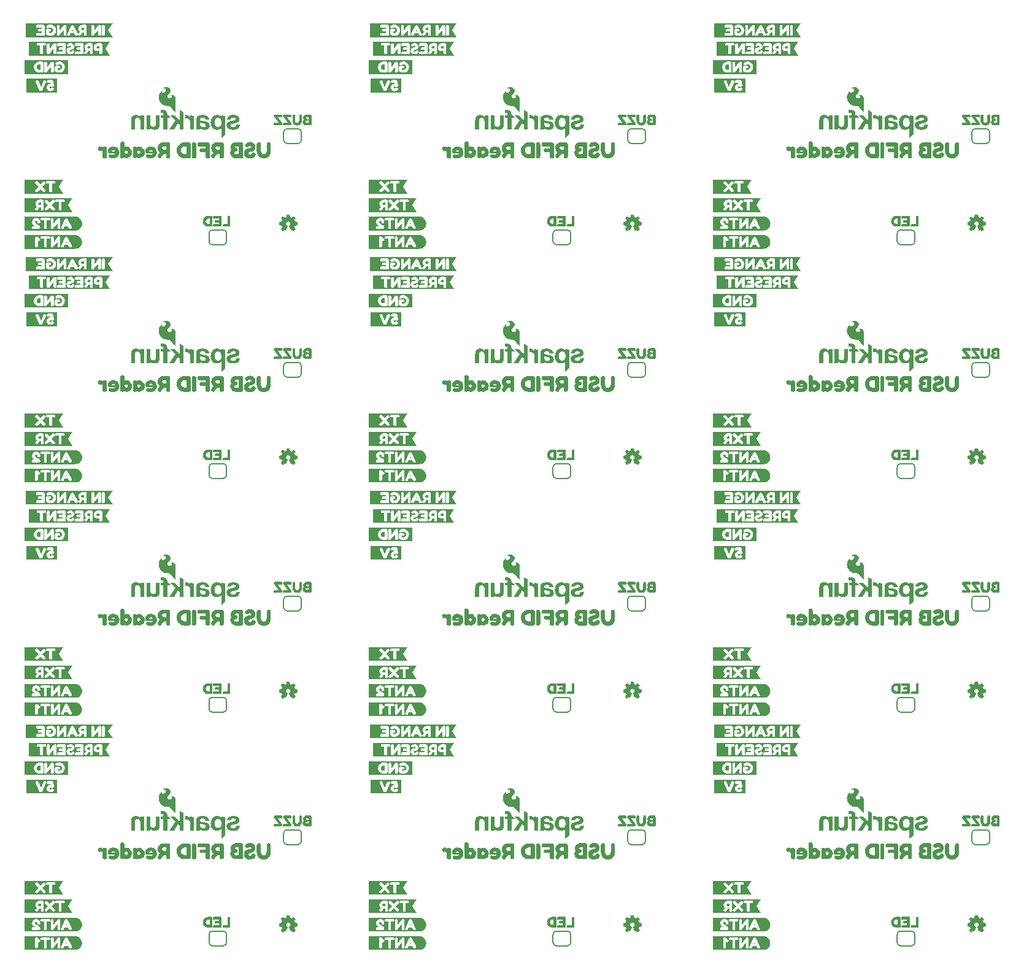
<source format=gbo>
%TF.GenerationSoftware,KiCad,Pcbnew,8.0.7*%
%TF.CreationDate,2025-01-21T14:59:33-07:00*%
%TF.ProjectId,SparkFun_USB_RFID_Reader_panelized,53706172-6b46-4756-9e5f-5553425f5246,rev?*%
%TF.SameCoordinates,Original*%
%TF.FileFunction,Legend,Bot*%
%TF.FilePolarity,Positive*%
%FSLAX46Y46*%
G04 Gerber Fmt 4.6, Leading zero omitted, Abs format (unit mm)*
G04 Created by KiCad (PCBNEW 8.0.7) date 2025-01-21 14:59:33*
%MOMM*%
%LPD*%
G01*
G04 APERTURE LIST*
%ADD10C,0.018437*%
%ADD11C,0.000000*%
%ADD12C,0.152400*%
G04 APERTURE END LIST*
D10*
%TO.C,Ref\u002A\u002A*%
X132610182Y101805661D02*
X132610882Y101805609D01*
X132611579Y101805523D01*
X132612271Y101805404D01*
X132612958Y101805253D01*
X132613639Y101805072D01*
X132614312Y101804859D01*
X132614976Y101804618D01*
X132615631Y101804348D01*
X132616275Y101804050D01*
X132617527Y101803375D01*
X132618724Y101802600D01*
X132619857Y101801731D01*
X132620918Y101800775D01*
X132621899Y101799739D01*
X132622791Y101798631D01*
X132623201Y101798052D01*
X132623586Y101797457D01*
X132623945Y101796847D01*
X132624276Y101796223D01*
X132624579Y101795587D01*
X132624852Y101794938D01*
X132625095Y101794277D01*
X132625306Y101793607D01*
X132625485Y101792926D01*
X132625630Y101792237D01*
X132683966Y101478744D01*
X132684293Y101477353D01*
X132684741Y101475956D01*
X132685303Y101474564D01*
X132685972Y101473186D01*
X132686739Y101471830D01*
X132687596Y101470506D01*
X132688537Y101469222D01*
X132689553Y101467988D01*
X132690637Y101466814D01*
X132691780Y101465707D01*
X132692974Y101464678D01*
X132694213Y101463735D01*
X132695489Y101462887D01*
X132696792Y101462144D01*
X132698117Y101461514D01*
X132699454Y101461008D01*
X132909587Y101374997D01*
X132910895Y101374422D01*
X132912283Y101373942D01*
X132913736Y101373556D01*
X132915244Y101373263D01*
X132916794Y101373062D01*
X132918373Y101372952D01*
X132919971Y101372933D01*
X132921573Y101373003D01*
X132923169Y101373162D01*
X132924747Y101373409D01*
X132926293Y101373744D01*
X132927796Y101374164D01*
X132929243Y101374671D01*
X132930623Y101375261D01*
X132931923Y101375936D01*
X132933131Y101376693D01*
X133195018Y101556422D01*
X133195610Y101556807D01*
X133196219Y101557161D01*
X133196844Y101557486D01*
X133197484Y101557781D01*
X133198138Y101558046D01*
X133198803Y101558282D01*
X133200165Y101558666D01*
X133201560Y101558934D01*
X133202976Y101559086D01*
X133204402Y101559125D01*
X133205829Y101559050D01*
X133207246Y101558862D01*
X133208641Y101558563D01*
X133210004Y101558154D01*
X133211324Y101557636D01*
X133212591Y101557009D01*
X133213201Y101556655D01*
X133213793Y101556274D01*
X133214367Y101555867D01*
X133214921Y101555433D01*
X133215453Y101554973D01*
X133215963Y101554486D01*
X133436549Y101333918D01*
X133437034Y101333407D01*
X133437493Y101332873D01*
X133437926Y101332318D01*
X133438332Y101331743D01*
X133438712Y101331149D01*
X133439065Y101330538D01*
X133439391Y101329911D01*
X133439691Y101329269D01*
X133439964Y101328614D01*
X133440209Y101327947D01*
X133440618Y101326583D01*
X133440918Y101325187D01*
X133441106Y101323771D01*
X133441182Y101322344D01*
X133441144Y101320918D01*
X133440993Y101319503D01*
X133440874Y101318803D01*
X133440726Y101318110D01*
X133440549Y101317425D01*
X133440343Y101316750D01*
X133440107Y101316086D01*
X133439842Y101315433D01*
X133439548Y101314795D01*
X133439223Y101314171D01*
X133438869Y101313563D01*
X133438485Y101312973D01*
X133261872Y101055586D01*
X133261119Y101054369D01*
X133260450Y101053064D01*
X133259867Y101051683D01*
X133259370Y101050236D01*
X133258960Y101048737D01*
X133258638Y101047197D01*
X133258405Y101045628D01*
X133258260Y101044042D01*
X133258206Y101042450D01*
X133258243Y101040864D01*
X133258371Y101039297D01*
X133258592Y101037761D01*
X133258906Y101036266D01*
X133259314Y101034825D01*
X133259817Y101033450D01*
X133260415Y101032152D01*
X133353340Y100815401D01*
X133353588Y100814734D01*
X133353867Y100814070D01*
X133354516Y100812751D01*
X133355278Y100811452D01*
X133356143Y100810181D01*
X133357103Y100808946D01*
X133358148Y100807755D01*
X133359269Y100806615D01*
X133360457Y100805534D01*
X133361703Y100804521D01*
X133362998Y100803582D01*
X133364333Y100802727D01*
X133365698Y100801962D01*
X133367084Y100801296D01*
X133368483Y100800736D01*
X133369884Y100800291D01*
X133370584Y100800114D01*
X133371280Y100799968D01*
X133674356Y100743605D01*
X133675047Y100743456D01*
X133675729Y100743275D01*
X133676400Y100743061D01*
X133677062Y100742815D01*
X133677711Y100742540D01*
X133678349Y100742235D01*
X133678973Y100741902D01*
X133679583Y100741542D01*
X133680178Y100741156D01*
X133680758Y100740744D01*
X133681321Y100740309D01*
X133681866Y100739850D01*
X133682393Y100739370D01*
X133682901Y100738868D01*
X133683389Y100738347D01*
X133683856Y100737806D01*
X133684301Y100737248D01*
X133684724Y100736672D01*
X133685124Y100736081D01*
X133685499Y100735475D01*
X133685849Y100734855D01*
X133686173Y100734222D01*
X133686470Y100733578D01*
X133686739Y100732922D01*
X133686980Y100732257D01*
X133687192Y100731584D01*
X133687373Y100730902D01*
X133687524Y100730214D01*
X133687642Y100729521D01*
X133687728Y100728823D01*
X133687780Y100728121D01*
X133687797Y100727416D01*
X133687779Y100415472D01*
X133687761Y100414768D01*
X133687709Y100414066D01*
X133687623Y100413367D01*
X133687504Y100412672D01*
X133687354Y100411983D01*
X133687172Y100411300D01*
X133686960Y100410625D01*
X133686718Y100409959D01*
X133686150Y100408655D01*
X133685475Y100407399D01*
X133684700Y100406199D01*
X133683831Y100405062D01*
X133682875Y100403998D01*
X133681840Y100403014D01*
X133680731Y100402120D01*
X133680152Y100401709D01*
X133679557Y100401323D01*
X133678947Y100400964D01*
X133678324Y100400633D01*
X133677687Y100400330D01*
X133677038Y100400057D01*
X133676378Y100399815D01*
X133675707Y100399605D01*
X133675027Y100399428D01*
X133674338Y100399284D01*
X133378692Y100344267D01*
X133377997Y100344124D01*
X133377301Y100343949D01*
X133375907Y100343506D01*
X133374519Y100342947D01*
X133373146Y100342279D01*
X133371798Y100341510D01*
X133370482Y100340648D01*
X133369209Y100339702D01*
X133367987Y100338680D01*
X133366825Y100337589D01*
X133365732Y100336438D01*
X133364718Y100335235D01*
X133363791Y100333989D01*
X133362961Y100332706D01*
X133362236Y100331395D01*
X133361626Y100330065D01*
X133361367Y100329395D01*
X133361139Y100328724D01*
X133268841Y100098163D01*
X133268270Y100096851D01*
X133267793Y100095462D01*
X133267410Y100094008D01*
X133267121Y100092500D01*
X133266923Y100090951D01*
X133266817Y100089373D01*
X133266801Y100087777D01*
X133266875Y100086176D01*
X133267038Y100084581D01*
X133267288Y100083006D01*
X133267626Y100081461D01*
X133268050Y100079959D01*
X133268560Y100078511D01*
X133269154Y100077131D01*
X133269832Y100075829D01*
X133270593Y100074618D01*
X133438521Y99829897D01*
X133438904Y99829306D01*
X133439257Y99828699D01*
X133439580Y99828075D01*
X133439874Y99827436D01*
X133440138Y99826783D01*
X133440373Y99826118D01*
X133440755Y99824757D01*
X133441021Y99823363D01*
X133441173Y99821946D01*
X133441210Y99820518D01*
X133441135Y99819090D01*
X133440948Y99817672D01*
X133440650Y99816274D01*
X133440242Y99814909D01*
X133439724Y99813586D01*
X133439099Y99812316D01*
X133438747Y99811704D01*
X133438367Y99811110D01*
X133437961Y99810534D01*
X133437529Y99809979D01*
X133437070Y99809445D01*
X133436586Y99808933D01*
X133215981Y99588365D01*
X133215471Y99587882D01*
X133214939Y99587425D01*
X133214385Y99586994D01*
X133213811Y99586590D01*
X133213219Y99586211D01*
X133212609Y99585860D01*
X133211983Y99585535D01*
X133211342Y99585237D01*
X133210688Y99584965D01*
X133210022Y99584721D01*
X133208659Y99584314D01*
X133207264Y99584017D01*
X133205847Y99583830D01*
X133204420Y99583754D01*
X133202994Y99583791D01*
X133201578Y99583942D01*
X133200877Y99584060D01*
X133200183Y99584207D01*
X133199498Y99584382D01*
X133198821Y99584587D01*
X133198156Y99584821D01*
X133197502Y99585084D01*
X133196862Y99585376D01*
X133196237Y99585698D01*
X133195628Y99586049D01*
X133195036Y99586430D01*
X132954648Y99751427D01*
X132953439Y99752177D01*
X132952144Y99752834D01*
X132950775Y99753399D01*
X132949343Y99753872D01*
X132947861Y99754252D01*
X132946339Y99754538D01*
X132944791Y99754732D01*
X132943228Y99754831D01*
X132941661Y99754837D01*
X132940103Y99754749D01*
X132938566Y99754566D01*
X132937061Y99754288D01*
X132935600Y99753915D01*
X132934195Y99753446D01*
X132932858Y99752882D01*
X132931601Y99752222D01*
X132825585Y99695619D01*
X132824953Y99695316D01*
X132824315Y99695049D01*
X132823673Y99694819D01*
X132823028Y99694625D01*
X132822380Y99694466D01*
X132821732Y99694341D01*
X132821083Y99694252D01*
X132820436Y99694197D01*
X132819791Y99694175D01*
X132819150Y99694187D01*
X132818513Y99694232D01*
X132817882Y99694309D01*
X132817257Y99694418D01*
X132816640Y99694559D01*
X132816033Y99694731D01*
X132815435Y99694934D01*
X132814849Y99695168D01*
X132814275Y99695431D01*
X132813715Y99695724D01*
X132813169Y99696046D01*
X132812639Y99696397D01*
X132812126Y99696777D01*
X132811630Y99697184D01*
X132811154Y99697618D01*
X132810698Y99698080D01*
X132810263Y99698569D01*
X132809850Y99699083D01*
X132809461Y99699624D01*
X132809097Y99700190D01*
X132808758Y99700780D01*
X132808446Y99701396D01*
X132808162Y99702035D01*
X132589567Y100230214D01*
X132589312Y100230872D01*
X132589091Y100231539D01*
X132588903Y100232214D01*
X132588748Y100232898D01*
X132588625Y100233587D01*
X132588534Y100234281D01*
X132588446Y100235680D01*
X132588480Y100237083D01*
X132588633Y100238482D01*
X132588902Y100239864D01*
X132589283Y100241222D01*
X132589774Y100242544D01*
X132590370Y100243820D01*
X132591069Y100245041D01*
X132591867Y100246196D01*
X132592760Y100247276D01*
X132593242Y100247785D01*
X132593746Y100248270D01*
X132594273Y100248732D01*
X132594822Y100249169D01*
X132595392Y100249579D01*
X132595983Y100249961D01*
X132622515Y100266205D01*
X132624430Y100267421D01*
X132626472Y100268809D01*
X132628603Y100270339D01*
X132630786Y100271980D01*
X132632984Y100273703D01*
X132635160Y100275476D01*
X132637275Y100277271D01*
X132639293Y100279055D01*
X132656853Y100291077D01*
X132673613Y100304130D01*
X132689526Y100318168D01*
X132704546Y100333146D01*
X132718629Y100349019D01*
X132731727Y100365741D01*
X132743795Y100383266D01*
X132754788Y100401550D01*
X132764659Y100420546D01*
X132769159Y100430297D01*
X132773362Y100440209D01*
X132777262Y100450276D01*
X132780852Y100460493D01*
X132784128Y100470855D01*
X132787083Y100481354D01*
X132789713Y100491986D01*
X132792010Y100502746D01*
X132793969Y100513626D01*
X132795585Y100524622D01*
X132796852Y100535728D01*
X132797764Y100546939D01*
X132798315Y100558247D01*
X132798501Y100569649D01*
X132798052Y100587402D01*
X132796719Y100604922D01*
X132794525Y100622188D01*
X132791491Y100639177D01*
X132787639Y100655867D01*
X132782989Y100672238D01*
X132777565Y100688268D01*
X132771388Y100703934D01*
X132764479Y100719216D01*
X132756860Y100734091D01*
X132748553Y100748538D01*
X132739579Y100762535D01*
X132729960Y100776060D01*
X132719718Y100789093D01*
X132708875Y100801610D01*
X132697452Y100813591D01*
X132685470Y100825014D01*
X132672952Y100835857D01*
X132659920Y100846098D01*
X132646394Y100855716D01*
X132632397Y100864690D01*
X132617950Y100872996D01*
X132603075Y100880615D01*
X132587794Y100887523D01*
X132572128Y100893700D01*
X132556099Y100899124D01*
X132539728Y100903772D01*
X132523038Y100907625D01*
X132506051Y100910658D01*
X132488786Y100912852D01*
X132471268Y100914184D01*
X132453516Y100914633D01*
X132435765Y100914184D01*
X132418246Y100912852D01*
X132400982Y100910658D01*
X132383995Y100907625D01*
X132367305Y100903772D01*
X132350935Y100899124D01*
X132334907Y100893700D01*
X132319242Y100887523D01*
X132303961Y100880615D01*
X132289087Y100872996D01*
X132274641Y100864690D01*
X132260644Y100855716D01*
X132247119Y100846098D01*
X132234088Y100835857D01*
X132221571Y100825014D01*
X132209590Y100813591D01*
X132198168Y100801610D01*
X132187325Y100789092D01*
X132177084Y100776060D01*
X132167466Y100762535D01*
X132158493Y100748537D01*
X132150187Y100734091D01*
X132142568Y100719216D01*
X132135660Y100703934D01*
X132129483Y100688268D01*
X132124060Y100672238D01*
X132119411Y100655867D01*
X132115559Y100639176D01*
X132112525Y100622188D01*
X132110331Y100604922D01*
X132108999Y100587402D01*
X132108550Y100569649D01*
X132109286Y100546939D01*
X132111465Y100524622D01*
X132115039Y100502746D01*
X132119965Y100481354D01*
X132126195Y100460493D01*
X132133684Y100440209D01*
X132142386Y100420546D01*
X132152256Y100401550D01*
X132163248Y100383266D01*
X132175316Y100365741D01*
X132188414Y100349019D01*
X132202497Y100333146D01*
X132217518Y100318168D01*
X132233433Y100304130D01*
X132250195Y100291077D01*
X132267758Y100279055D01*
X132269765Y100277271D01*
X132271873Y100275476D01*
X132274044Y100273703D01*
X132276240Y100271980D01*
X132278421Y100270339D01*
X132280551Y100268809D01*
X132282590Y100267421D01*
X132284500Y100266205D01*
X132311031Y100249961D01*
X132311619Y100249579D01*
X132312186Y100249169D01*
X132312732Y100248732D01*
X132313257Y100248270D01*
X132313759Y100247785D01*
X132314239Y100247276D01*
X132314696Y100246747D01*
X132315130Y100246197D01*
X132315540Y100245628D01*
X132315926Y100245041D01*
X132316287Y100244438D01*
X132316623Y100243820D01*
X132316934Y100243188D01*
X132317219Y100242544D01*
X132317478Y100241888D01*
X132317710Y100241222D01*
X132317915Y100240547D01*
X132318093Y100239865D01*
X132318242Y100239176D01*
X132318363Y100238482D01*
X132318456Y100237784D01*
X132318519Y100237084D01*
X132318552Y100236382D01*
X132318555Y100235680D01*
X132318528Y100234980D01*
X132318470Y100234282D01*
X132318380Y100233587D01*
X132318259Y100232898D01*
X132318106Y100232214D01*
X132317919Y100231539D01*
X132317700Y100230872D01*
X132317447Y100230214D01*
X132098870Y99702017D01*
X132098587Y99701377D01*
X132098275Y99700761D01*
X132097936Y99700171D01*
X132097572Y99699605D01*
X132097183Y99699065D01*
X132096771Y99698551D01*
X132096337Y99698063D01*
X132095881Y99697602D01*
X132095405Y99697168D01*
X132094910Y99696761D01*
X132094398Y99696382D01*
X132093868Y99696032D01*
X132093323Y99695711D01*
X132092763Y99695418D01*
X132092190Y99695155D01*
X132091604Y99694922D01*
X132091007Y99694720D01*
X132090400Y99694548D01*
X132089783Y99694408D01*
X132089159Y99694298D01*
X132088528Y99694221D01*
X132087891Y99694177D01*
X132087249Y99694165D01*
X132086604Y99694186D01*
X132085957Y99694241D01*
X132085308Y99694330D01*
X132084658Y99694453D01*
X132084010Y99694611D01*
X132083364Y99694805D01*
X132082720Y99695034D01*
X132082081Y99695299D01*
X132081447Y99695600D01*
X131975432Y99752203D01*
X131974171Y99752864D01*
X131972832Y99753430D01*
X131971426Y99753899D01*
X131969964Y99754274D01*
X131968458Y99754553D01*
X131966921Y99754737D01*
X131965363Y99754827D01*
X131963797Y99754822D01*
X131962235Y99754723D01*
X131960688Y99754529D01*
X131959168Y99754242D01*
X131957687Y99753862D01*
X131956256Y99753388D01*
X131954887Y99752821D01*
X131953593Y99752161D01*
X131952385Y99751408D01*
X131711978Y99586411D01*
X131711388Y99586030D01*
X131710780Y99585679D01*
X131710156Y99585358D01*
X131709517Y99585065D01*
X131708864Y99584802D01*
X131708200Y99584569D01*
X131706839Y99584188D01*
X131705445Y99583923D01*
X131704029Y99583773D01*
X131702603Y99583736D01*
X131701176Y99583811D01*
X131699760Y99583998D01*
X131698365Y99584295D01*
X131697002Y99584702D01*
X131695683Y99585218D01*
X131694417Y99585841D01*
X131693808Y99586192D01*
X131693216Y99586571D01*
X131692643Y99586975D01*
X131692091Y99587406D01*
X131691560Y99587863D01*
X131691052Y99588346D01*
X131470447Y99808914D01*
X131469960Y99809426D01*
X131469500Y99809960D01*
X131469066Y99810515D01*
X131468659Y99811091D01*
X131468278Y99811685D01*
X131467924Y99812297D01*
X131467597Y99812924D01*
X131467297Y99813567D01*
X131467024Y99814222D01*
X131466778Y99814890D01*
X131466369Y99816256D01*
X131466070Y99817653D01*
X131465883Y99819071D01*
X131465808Y99820500D01*
X131465846Y99821927D01*
X131465999Y99823344D01*
X131466119Y99824044D01*
X131466267Y99824738D01*
X131466444Y99825424D01*
X131466651Y99826099D01*
X131466887Y99826764D01*
X131467153Y99827417D01*
X131467448Y99828056D01*
X131467772Y99828680D01*
X131468127Y99829288D01*
X131468511Y99829878D01*
X131636458Y100074599D01*
X131637213Y100075810D01*
X131637886Y100077112D01*
X131638476Y100078492D01*
X131638982Y100079940D01*
X131639404Y100081442D01*
X131639741Y100082987D01*
X131639990Y100084563D01*
X131640153Y100086157D01*
X131640227Y100087758D01*
X131640212Y100089354D01*
X131640106Y100090932D01*
X131639909Y100092481D01*
X131639620Y100093989D01*
X131639238Y100095443D01*
X131638762Y100096832D01*
X131638191Y100098144D01*
X131545893Y100328705D01*
X131545665Y100329377D01*
X131545404Y100330046D01*
X131544793Y100331377D01*
X131544069Y100332687D01*
X131543240Y100333970D01*
X131542315Y100335216D01*
X131541304Y100336419D01*
X131540214Y100337570D01*
X131539056Y100338661D01*
X131537837Y100339683D01*
X131536567Y100340629D01*
X131535254Y100341491D01*
X131533907Y100342260D01*
X131532535Y100342928D01*
X131531148Y100343487D01*
X131530450Y100343724D01*
X131529752Y100343930D01*
X131529055Y100344105D01*
X131528359Y100344247D01*
X131232713Y100399265D01*
X131232026Y100399408D01*
X131231347Y100399586D01*
X131230678Y100399796D01*
X131230018Y100400038D01*
X131229370Y100400311D01*
X131228734Y100400614D01*
X131228111Y100400945D01*
X131227502Y100401304D01*
X131226907Y100401690D01*
X131226328Y100402101D01*
X131225765Y100402536D01*
X131225220Y100402995D01*
X131224692Y100403476D01*
X131224184Y100403978D01*
X131223695Y100404501D01*
X131223227Y100405043D01*
X131222781Y100405603D01*
X131222357Y100406179D01*
X131221957Y100406772D01*
X131221581Y100407380D01*
X131221230Y100408002D01*
X131220905Y100408636D01*
X131220606Y100409282D01*
X131220336Y100409939D01*
X131220094Y100410606D01*
X131219881Y100411281D01*
X131219699Y100411964D01*
X131219548Y100412653D01*
X131219429Y100413347D01*
X131219343Y100414046D01*
X131219290Y100414749D01*
X131219273Y100415453D01*
X131219236Y100727398D01*
X131219252Y100728104D01*
X131219302Y100728807D01*
X131219387Y100729507D01*
X131219504Y100730202D01*
X131219653Y100730891D01*
X131219834Y100731573D01*
X131220045Y100732248D01*
X131220285Y100732914D01*
X131220555Y100733570D01*
X131220851Y100734216D01*
X131221524Y100735470D01*
X131222298Y100736668D01*
X131223166Y100737803D01*
X131224120Y100738866D01*
X131225153Y100739849D01*
X131226260Y100740743D01*
X131227432Y100741541D01*
X131228041Y100741901D01*
X131228663Y100742234D01*
X131229298Y100742539D01*
X131229946Y100742815D01*
X131230605Y100743060D01*
X131231274Y100743274D01*
X131231953Y100743456D01*
X131232640Y100743604D01*
X131535735Y100799968D01*
X131537124Y100800291D01*
X131538521Y100800736D01*
X131539915Y100801296D01*
X131541299Y100801962D01*
X131542662Y100802726D01*
X131543995Y100803582D01*
X131545290Y100804520D01*
X131546537Y100805534D01*
X131547726Y100806614D01*
X131548849Y100807754D01*
X131549896Y100808946D01*
X131550858Y100810181D01*
X131551726Y100811452D01*
X131552491Y100812750D01*
X131553143Y100814069D01*
X131553674Y100815400D01*
X131646581Y101032152D01*
X131647182Y101033449D01*
X131647688Y101034824D01*
X131648098Y101036265D01*
X131648414Y101037760D01*
X131648636Y101039297D01*
X131648765Y101040864D01*
X131648802Y101042450D01*
X131648747Y101044041D01*
X131648602Y101045628D01*
X131648366Y101047197D01*
X131648041Y101048737D01*
X131647628Y101050236D01*
X131647127Y101051682D01*
X131646539Y101053064D01*
X131645864Y101054369D01*
X131645104Y101055585D01*
X131468510Y101312973D01*
X131468129Y101313563D01*
X131467778Y101314171D01*
X131467455Y101314795D01*
X131467163Y101315433D01*
X131466899Y101316085D01*
X131466664Y101316750D01*
X131466282Y101318110D01*
X131466015Y101319503D01*
X131465863Y101320918D01*
X131465823Y101322344D01*
X131465897Y101323771D01*
X131466082Y101325187D01*
X131466379Y101326583D01*
X131466786Y101327947D01*
X131467302Y101329269D01*
X131467927Y101330537D01*
X131468280Y101331149D01*
X131468660Y101331742D01*
X131469066Y101332318D01*
X131469499Y101332873D01*
X131469959Y101333407D01*
X131470445Y101333918D01*
X131691013Y101554486D01*
X131691525Y101554972D01*
X131692058Y101555433D01*
X131692613Y101555866D01*
X131693188Y101556274D01*
X131693782Y101556654D01*
X131694392Y101557008D01*
X131695019Y101557335D01*
X131695660Y101557635D01*
X131696314Y101557908D01*
X131696980Y101558154D01*
X131698343Y101558563D01*
X131699737Y101558862D01*
X131701151Y101559049D01*
X131702576Y101559124D01*
X131704001Y101559086D01*
X131705414Y101558933D01*
X131706113Y101558814D01*
X131706806Y101558666D01*
X131707490Y101558488D01*
X131708164Y101558281D01*
X131708828Y101558046D01*
X131709480Y101557780D01*
X131710118Y101557485D01*
X131710742Y101557161D01*
X131711349Y101556806D01*
X131711939Y101556422D01*
X131973845Y101376693D01*
X131975056Y101375935D01*
X131976359Y101375261D01*
X131977741Y101374670D01*
X131979191Y101374164D01*
X131980695Y101373744D01*
X131982242Y101373409D01*
X131983820Y101373162D01*
X131985417Y101373003D01*
X131987019Y101372932D01*
X131988616Y101372952D01*
X131990194Y101373061D01*
X131991743Y101373262D01*
X131993248Y101373556D01*
X131994700Y101373942D01*
X131996084Y101374422D01*
X131997389Y101374996D01*
X132207503Y101461007D01*
X132208172Y101461245D01*
X132208838Y101461514D01*
X132209501Y101461814D01*
X132210160Y101462144D01*
X132211462Y101462887D01*
X132212737Y101463735D01*
X132213975Y101464678D01*
X132215170Y101465707D01*
X132216313Y101466814D01*
X132217397Y101467988D01*
X132218414Y101469222D01*
X132219356Y101470505D01*
X132220215Y101471830D01*
X132220983Y101473185D01*
X132221653Y101474564D01*
X132222216Y101475956D01*
X132222664Y101477352D01*
X132222843Y101478049D01*
X132222991Y101478744D01*
X132281346Y101792237D01*
X132281491Y101792926D01*
X132281670Y101793607D01*
X132281881Y101794277D01*
X132282124Y101794938D01*
X132282397Y101795587D01*
X132282700Y101796223D01*
X132283032Y101796847D01*
X132283390Y101797457D01*
X132283775Y101798052D01*
X132284186Y101798631D01*
X132284621Y101799194D01*
X132285078Y101799739D01*
X132285559Y101800267D01*
X132286060Y101800775D01*
X132286581Y101801263D01*
X132287122Y101801731D01*
X132287680Y101802176D01*
X132288256Y101802600D01*
X132288847Y101802999D01*
X132289454Y101803375D01*
X132290074Y101803726D01*
X132290707Y101804050D01*
X132291352Y101804348D01*
X132292008Y101804618D01*
X132292673Y101804859D01*
X132293347Y101805072D01*
X132294029Y101805253D01*
X132294717Y101805404D01*
X132295411Y101805523D01*
X132296110Y101805609D01*
X132296812Y101805661D01*
X132297516Y101805678D01*
X132609479Y101805678D01*
X132610182Y101805661D01*
G36*
X132610182Y101805661D02*
G01*
X132610882Y101805609D01*
X132611579Y101805523D01*
X132612271Y101805404D01*
X132612958Y101805253D01*
X132613639Y101805072D01*
X132614312Y101804859D01*
X132614976Y101804618D01*
X132615631Y101804348D01*
X132616275Y101804050D01*
X132617527Y101803375D01*
X132618724Y101802600D01*
X132619857Y101801731D01*
X132620918Y101800775D01*
X132621899Y101799739D01*
X132622791Y101798631D01*
X132623201Y101798052D01*
X132623586Y101797457D01*
X132623945Y101796847D01*
X132624276Y101796223D01*
X132624579Y101795587D01*
X132624852Y101794938D01*
X132625095Y101794277D01*
X132625306Y101793607D01*
X132625485Y101792926D01*
X132625630Y101792237D01*
X132683966Y101478744D01*
X132684293Y101477353D01*
X132684741Y101475956D01*
X132685303Y101474564D01*
X132685972Y101473186D01*
X132686739Y101471830D01*
X132687596Y101470506D01*
X132688537Y101469222D01*
X132689553Y101467988D01*
X132690637Y101466814D01*
X132691780Y101465707D01*
X132692974Y101464678D01*
X132694213Y101463735D01*
X132695489Y101462887D01*
X132696792Y101462144D01*
X132698117Y101461514D01*
X132699454Y101461008D01*
X132909587Y101374997D01*
X132910895Y101374422D01*
X132912283Y101373942D01*
X132913736Y101373556D01*
X132915244Y101373263D01*
X132916794Y101373062D01*
X132918373Y101372952D01*
X132919971Y101372933D01*
X132921573Y101373003D01*
X132923169Y101373162D01*
X132924747Y101373409D01*
X132926293Y101373744D01*
X132927796Y101374164D01*
X132929243Y101374671D01*
X132930623Y101375261D01*
X132931923Y101375936D01*
X132933131Y101376693D01*
X133195018Y101556422D01*
X133195610Y101556807D01*
X133196219Y101557161D01*
X133196844Y101557486D01*
X133197484Y101557781D01*
X133198138Y101558046D01*
X133198803Y101558282D01*
X133200165Y101558666D01*
X133201560Y101558934D01*
X133202976Y101559086D01*
X133204402Y101559125D01*
X133205829Y101559050D01*
X133207246Y101558862D01*
X133208641Y101558563D01*
X133210004Y101558154D01*
X133211324Y101557636D01*
X133212591Y101557009D01*
X133213201Y101556655D01*
X133213793Y101556274D01*
X133214367Y101555867D01*
X133214921Y101555433D01*
X133215453Y101554973D01*
X133215963Y101554486D01*
X133436549Y101333918D01*
X133437034Y101333407D01*
X133437493Y101332873D01*
X133437926Y101332318D01*
X133438332Y101331743D01*
X133438712Y101331149D01*
X133439065Y101330538D01*
X133439391Y101329911D01*
X133439691Y101329269D01*
X133439964Y101328614D01*
X133440209Y101327947D01*
X133440618Y101326583D01*
X133440918Y101325187D01*
X133441106Y101323771D01*
X133441182Y101322344D01*
X133441144Y101320918D01*
X133440993Y101319503D01*
X133440874Y101318803D01*
X133440726Y101318110D01*
X133440549Y101317425D01*
X133440343Y101316750D01*
X133440107Y101316086D01*
X133439842Y101315433D01*
X133439548Y101314795D01*
X133439223Y101314171D01*
X133438869Y101313563D01*
X133438485Y101312973D01*
X133261872Y101055586D01*
X133261119Y101054369D01*
X133260450Y101053064D01*
X133259867Y101051683D01*
X133259370Y101050236D01*
X133258960Y101048737D01*
X133258638Y101047197D01*
X133258405Y101045628D01*
X133258260Y101044042D01*
X133258206Y101042450D01*
X133258243Y101040864D01*
X133258371Y101039297D01*
X133258592Y101037761D01*
X133258906Y101036266D01*
X133259314Y101034825D01*
X133259817Y101033450D01*
X133260415Y101032152D01*
X133353340Y100815401D01*
X133353588Y100814734D01*
X133353867Y100814070D01*
X133354516Y100812751D01*
X133355278Y100811452D01*
X133356143Y100810181D01*
X133357103Y100808946D01*
X133358148Y100807755D01*
X133359269Y100806615D01*
X133360457Y100805534D01*
X133361703Y100804521D01*
X133362998Y100803582D01*
X133364333Y100802727D01*
X133365698Y100801962D01*
X133367084Y100801296D01*
X133368483Y100800736D01*
X133369884Y100800291D01*
X133370584Y100800114D01*
X133371280Y100799968D01*
X133674356Y100743605D01*
X133675047Y100743456D01*
X133675729Y100743275D01*
X133676400Y100743061D01*
X133677062Y100742815D01*
X133677711Y100742540D01*
X133678349Y100742235D01*
X133678973Y100741902D01*
X133679583Y100741542D01*
X133680178Y100741156D01*
X133680758Y100740744D01*
X133681321Y100740309D01*
X133681866Y100739850D01*
X133682393Y100739370D01*
X133682901Y100738868D01*
X133683389Y100738347D01*
X133683856Y100737806D01*
X133684301Y100737248D01*
X133684724Y100736672D01*
X133685124Y100736081D01*
X133685499Y100735475D01*
X133685849Y100734855D01*
X133686173Y100734222D01*
X133686470Y100733578D01*
X133686739Y100732922D01*
X133686980Y100732257D01*
X133687192Y100731584D01*
X133687373Y100730902D01*
X133687524Y100730214D01*
X133687642Y100729521D01*
X133687728Y100728823D01*
X133687780Y100728121D01*
X133687797Y100727416D01*
X133687779Y100415472D01*
X133687761Y100414768D01*
X133687709Y100414066D01*
X133687623Y100413367D01*
X133687504Y100412672D01*
X133687354Y100411983D01*
X133687172Y100411300D01*
X133686960Y100410625D01*
X133686718Y100409959D01*
X133686150Y100408655D01*
X133685475Y100407399D01*
X133684700Y100406199D01*
X133683831Y100405062D01*
X133682875Y100403998D01*
X133681840Y100403014D01*
X133680731Y100402120D01*
X133680152Y100401709D01*
X133679557Y100401323D01*
X133678947Y100400964D01*
X133678324Y100400633D01*
X133677687Y100400330D01*
X133677038Y100400057D01*
X133676378Y100399815D01*
X133675707Y100399605D01*
X133675027Y100399428D01*
X133674338Y100399284D01*
X133378692Y100344267D01*
X133377997Y100344124D01*
X133377301Y100343949D01*
X133375907Y100343506D01*
X133374519Y100342947D01*
X133373146Y100342279D01*
X133371798Y100341510D01*
X133370482Y100340648D01*
X133369209Y100339702D01*
X133367987Y100338680D01*
X133366825Y100337589D01*
X133365732Y100336438D01*
X133364718Y100335235D01*
X133363791Y100333989D01*
X133362961Y100332706D01*
X133362236Y100331395D01*
X133361626Y100330065D01*
X133361367Y100329395D01*
X133361139Y100328724D01*
X133268841Y100098163D01*
X133268270Y100096851D01*
X133267793Y100095462D01*
X133267410Y100094008D01*
X133267121Y100092500D01*
X133266923Y100090951D01*
X133266817Y100089373D01*
X133266801Y100087777D01*
X133266875Y100086176D01*
X133267038Y100084581D01*
X133267288Y100083006D01*
X133267626Y100081461D01*
X133268050Y100079959D01*
X133268560Y100078511D01*
X133269154Y100077131D01*
X133269832Y100075829D01*
X133270593Y100074618D01*
X133438521Y99829897D01*
X133438904Y99829306D01*
X133439257Y99828699D01*
X133439580Y99828075D01*
X133439874Y99827436D01*
X133440138Y99826783D01*
X133440373Y99826118D01*
X133440755Y99824757D01*
X133441021Y99823363D01*
X133441173Y99821946D01*
X133441210Y99820518D01*
X133441135Y99819090D01*
X133440948Y99817672D01*
X133440650Y99816274D01*
X133440242Y99814909D01*
X133439724Y99813586D01*
X133439099Y99812316D01*
X133438747Y99811704D01*
X133438367Y99811110D01*
X133437961Y99810534D01*
X133437529Y99809979D01*
X133437070Y99809445D01*
X133436586Y99808933D01*
X133215981Y99588365D01*
X133215471Y99587882D01*
X133214939Y99587425D01*
X133214385Y99586994D01*
X133213811Y99586590D01*
X133213219Y99586211D01*
X133212609Y99585860D01*
X133211983Y99585535D01*
X133211342Y99585237D01*
X133210688Y99584965D01*
X133210022Y99584721D01*
X133208659Y99584314D01*
X133207264Y99584017D01*
X133205847Y99583830D01*
X133204420Y99583754D01*
X133202994Y99583791D01*
X133201578Y99583942D01*
X133200877Y99584060D01*
X133200183Y99584207D01*
X133199498Y99584382D01*
X133198821Y99584587D01*
X133198156Y99584821D01*
X133197502Y99585084D01*
X133196862Y99585376D01*
X133196237Y99585698D01*
X133195628Y99586049D01*
X133195036Y99586430D01*
X132954648Y99751427D01*
X132953439Y99752177D01*
X132952144Y99752834D01*
X132950775Y99753399D01*
X132949343Y99753872D01*
X132947861Y99754252D01*
X132946339Y99754538D01*
X132944791Y99754732D01*
X132943228Y99754831D01*
X132941661Y99754837D01*
X132940103Y99754749D01*
X132938566Y99754566D01*
X132937061Y99754288D01*
X132935600Y99753915D01*
X132934195Y99753446D01*
X132932858Y99752882D01*
X132931601Y99752222D01*
X132825585Y99695619D01*
X132824953Y99695316D01*
X132824315Y99695049D01*
X132823673Y99694819D01*
X132823028Y99694625D01*
X132822380Y99694466D01*
X132821732Y99694341D01*
X132821083Y99694252D01*
X132820436Y99694197D01*
X132819791Y99694175D01*
X132819150Y99694187D01*
X132818513Y99694232D01*
X132817882Y99694309D01*
X132817257Y99694418D01*
X132816640Y99694559D01*
X132816033Y99694731D01*
X132815435Y99694934D01*
X132814849Y99695168D01*
X132814275Y99695431D01*
X132813715Y99695724D01*
X132813169Y99696046D01*
X132812639Y99696397D01*
X132812126Y99696777D01*
X132811630Y99697184D01*
X132811154Y99697618D01*
X132810698Y99698080D01*
X132810263Y99698569D01*
X132809850Y99699083D01*
X132809461Y99699624D01*
X132809097Y99700190D01*
X132808758Y99700780D01*
X132808446Y99701396D01*
X132808162Y99702035D01*
X132589567Y100230214D01*
X132589312Y100230872D01*
X132589091Y100231539D01*
X132588903Y100232214D01*
X132588748Y100232898D01*
X132588625Y100233587D01*
X132588534Y100234281D01*
X132588446Y100235680D01*
X132588480Y100237083D01*
X132588633Y100238482D01*
X132588902Y100239864D01*
X132589283Y100241222D01*
X132589774Y100242544D01*
X132590370Y100243820D01*
X132591069Y100245041D01*
X132591867Y100246196D01*
X132592760Y100247276D01*
X132593242Y100247785D01*
X132593746Y100248270D01*
X132594273Y100248732D01*
X132594822Y100249169D01*
X132595392Y100249579D01*
X132595983Y100249961D01*
X132622515Y100266205D01*
X132624430Y100267421D01*
X132626472Y100268809D01*
X132628603Y100270339D01*
X132630786Y100271980D01*
X132632984Y100273703D01*
X132635160Y100275476D01*
X132637275Y100277271D01*
X132639293Y100279055D01*
X132656853Y100291077D01*
X132673613Y100304130D01*
X132689526Y100318168D01*
X132704546Y100333146D01*
X132718629Y100349019D01*
X132731727Y100365741D01*
X132743795Y100383266D01*
X132754788Y100401550D01*
X132764659Y100420546D01*
X132769159Y100430297D01*
X132773362Y100440209D01*
X132777262Y100450276D01*
X132780852Y100460493D01*
X132784128Y100470855D01*
X132787083Y100481354D01*
X132789713Y100491986D01*
X132792010Y100502746D01*
X132793969Y100513626D01*
X132795585Y100524622D01*
X132796852Y100535728D01*
X132797764Y100546939D01*
X132798315Y100558247D01*
X132798501Y100569649D01*
X132798052Y100587402D01*
X132796719Y100604922D01*
X132794525Y100622188D01*
X132791491Y100639177D01*
X132787639Y100655867D01*
X132782989Y100672238D01*
X132777565Y100688268D01*
X132771388Y100703934D01*
X132764479Y100719216D01*
X132756860Y100734091D01*
X132748553Y100748538D01*
X132739579Y100762535D01*
X132729960Y100776060D01*
X132719718Y100789093D01*
X132708875Y100801610D01*
X132697452Y100813591D01*
X132685470Y100825014D01*
X132672952Y100835857D01*
X132659920Y100846098D01*
X132646394Y100855716D01*
X132632397Y100864690D01*
X132617950Y100872996D01*
X132603075Y100880615D01*
X132587794Y100887523D01*
X132572128Y100893700D01*
X132556099Y100899124D01*
X132539728Y100903772D01*
X132523038Y100907625D01*
X132506051Y100910658D01*
X132488786Y100912852D01*
X132471268Y100914184D01*
X132453516Y100914633D01*
X132435765Y100914184D01*
X132418246Y100912852D01*
X132400982Y100910658D01*
X132383995Y100907625D01*
X132367305Y100903772D01*
X132350935Y100899124D01*
X132334907Y100893700D01*
X132319242Y100887523D01*
X132303961Y100880615D01*
X132289087Y100872996D01*
X132274641Y100864690D01*
X132260644Y100855716D01*
X132247119Y100846098D01*
X132234088Y100835857D01*
X132221571Y100825014D01*
X132209590Y100813591D01*
X132198168Y100801610D01*
X132187325Y100789092D01*
X132177084Y100776060D01*
X132167466Y100762535D01*
X132158493Y100748537D01*
X132150187Y100734091D01*
X132142568Y100719216D01*
X132135660Y100703934D01*
X132129483Y100688268D01*
X132124060Y100672238D01*
X132119411Y100655867D01*
X132115559Y100639176D01*
X132112525Y100622188D01*
X132110331Y100604922D01*
X132108999Y100587402D01*
X132108550Y100569649D01*
X132109286Y100546939D01*
X132111465Y100524622D01*
X132115039Y100502746D01*
X132119965Y100481354D01*
X132126195Y100460493D01*
X132133684Y100440209D01*
X132142386Y100420546D01*
X132152256Y100401550D01*
X132163248Y100383266D01*
X132175316Y100365741D01*
X132188414Y100349019D01*
X132202497Y100333146D01*
X132217518Y100318168D01*
X132233433Y100304130D01*
X132250195Y100291077D01*
X132267758Y100279055D01*
X132269765Y100277271D01*
X132271873Y100275476D01*
X132274044Y100273703D01*
X132276240Y100271980D01*
X132278421Y100270339D01*
X132280551Y100268809D01*
X132282590Y100267421D01*
X132284500Y100266205D01*
X132311031Y100249961D01*
X132311619Y100249579D01*
X132312186Y100249169D01*
X132312732Y100248732D01*
X132313257Y100248270D01*
X132313759Y100247785D01*
X132314239Y100247276D01*
X132314696Y100246747D01*
X132315130Y100246197D01*
X132315540Y100245628D01*
X132315926Y100245041D01*
X132316287Y100244438D01*
X132316623Y100243820D01*
X132316934Y100243188D01*
X132317219Y100242544D01*
X132317478Y100241888D01*
X132317710Y100241222D01*
X132317915Y100240547D01*
X132318093Y100239865D01*
X132318242Y100239176D01*
X132318363Y100238482D01*
X132318456Y100237784D01*
X132318519Y100237084D01*
X132318552Y100236382D01*
X132318555Y100235680D01*
X132318528Y100234980D01*
X132318470Y100234282D01*
X132318380Y100233587D01*
X132318259Y100232898D01*
X132318106Y100232214D01*
X132317919Y100231539D01*
X132317700Y100230872D01*
X132317447Y100230214D01*
X132098870Y99702017D01*
X132098587Y99701377D01*
X132098275Y99700761D01*
X132097936Y99700171D01*
X132097572Y99699605D01*
X132097183Y99699065D01*
X132096771Y99698551D01*
X132096337Y99698063D01*
X132095881Y99697602D01*
X132095405Y99697168D01*
X132094910Y99696761D01*
X132094398Y99696382D01*
X132093868Y99696032D01*
X132093323Y99695711D01*
X132092763Y99695418D01*
X132092190Y99695155D01*
X132091604Y99694922D01*
X132091007Y99694720D01*
X132090400Y99694548D01*
X132089783Y99694408D01*
X132089159Y99694298D01*
X132088528Y99694221D01*
X132087891Y99694177D01*
X132087249Y99694165D01*
X132086604Y99694186D01*
X132085957Y99694241D01*
X132085308Y99694330D01*
X132084658Y99694453D01*
X132084010Y99694611D01*
X132083364Y99694805D01*
X132082720Y99695034D01*
X132082081Y99695299D01*
X132081447Y99695600D01*
X131975432Y99752203D01*
X131974171Y99752864D01*
X131972832Y99753430D01*
X131971426Y99753899D01*
X131969964Y99754274D01*
X131968458Y99754553D01*
X131966921Y99754737D01*
X131965363Y99754827D01*
X131963797Y99754822D01*
X131962235Y99754723D01*
X131960688Y99754529D01*
X131959168Y99754242D01*
X131957687Y99753862D01*
X131956256Y99753388D01*
X131954887Y99752821D01*
X131953593Y99752161D01*
X131952385Y99751408D01*
X131711978Y99586411D01*
X131711388Y99586030D01*
X131710780Y99585679D01*
X131710156Y99585358D01*
X131709517Y99585065D01*
X131708864Y99584802D01*
X131708200Y99584569D01*
X131706839Y99584188D01*
X131705445Y99583923D01*
X131704029Y99583773D01*
X131702603Y99583736D01*
X131701176Y99583811D01*
X131699760Y99583998D01*
X131698365Y99584295D01*
X131697002Y99584702D01*
X131695683Y99585218D01*
X131694417Y99585841D01*
X131693808Y99586192D01*
X131693216Y99586571D01*
X131692643Y99586975D01*
X131692091Y99587406D01*
X131691560Y99587863D01*
X131691052Y99588346D01*
X131470447Y99808914D01*
X131469960Y99809426D01*
X131469500Y99809960D01*
X131469066Y99810515D01*
X131468659Y99811091D01*
X131468278Y99811685D01*
X131467924Y99812297D01*
X131467597Y99812924D01*
X131467297Y99813567D01*
X131467024Y99814222D01*
X131466778Y99814890D01*
X131466369Y99816256D01*
X131466070Y99817653D01*
X131465883Y99819071D01*
X131465808Y99820500D01*
X131465846Y99821927D01*
X131465999Y99823344D01*
X131466119Y99824044D01*
X131466267Y99824738D01*
X131466444Y99825424D01*
X131466651Y99826099D01*
X131466887Y99826764D01*
X131467153Y99827417D01*
X131467448Y99828056D01*
X131467772Y99828680D01*
X131468127Y99829288D01*
X131468511Y99829878D01*
X131636458Y100074599D01*
X131637213Y100075810D01*
X131637886Y100077112D01*
X131638476Y100078492D01*
X131638982Y100079940D01*
X131639404Y100081442D01*
X131639741Y100082987D01*
X131639990Y100084563D01*
X131640153Y100086157D01*
X131640227Y100087758D01*
X131640212Y100089354D01*
X131640106Y100090932D01*
X131639909Y100092481D01*
X131639620Y100093989D01*
X131639238Y100095443D01*
X131638762Y100096832D01*
X131638191Y100098144D01*
X131545893Y100328705D01*
X131545665Y100329377D01*
X131545404Y100330046D01*
X131544793Y100331377D01*
X131544069Y100332687D01*
X131543240Y100333970D01*
X131542315Y100335216D01*
X131541304Y100336419D01*
X131540214Y100337570D01*
X131539056Y100338661D01*
X131537837Y100339683D01*
X131536567Y100340629D01*
X131535254Y100341491D01*
X131533907Y100342260D01*
X131532535Y100342928D01*
X131531148Y100343487D01*
X131530450Y100343724D01*
X131529752Y100343930D01*
X131529055Y100344105D01*
X131528359Y100344247D01*
X131232713Y100399265D01*
X131232026Y100399408D01*
X131231347Y100399586D01*
X131230678Y100399796D01*
X131230018Y100400038D01*
X131229370Y100400311D01*
X131228734Y100400614D01*
X131228111Y100400945D01*
X131227502Y100401304D01*
X131226907Y100401690D01*
X131226328Y100402101D01*
X131225765Y100402536D01*
X131225220Y100402995D01*
X131224692Y100403476D01*
X131224184Y100403978D01*
X131223695Y100404501D01*
X131223227Y100405043D01*
X131222781Y100405603D01*
X131222357Y100406179D01*
X131221957Y100406772D01*
X131221581Y100407380D01*
X131221230Y100408002D01*
X131220905Y100408636D01*
X131220606Y100409282D01*
X131220336Y100409939D01*
X131220094Y100410606D01*
X131219881Y100411281D01*
X131219699Y100411964D01*
X131219548Y100412653D01*
X131219429Y100413347D01*
X131219343Y100414046D01*
X131219290Y100414749D01*
X131219273Y100415453D01*
X131219236Y100727398D01*
X131219252Y100728104D01*
X131219302Y100728807D01*
X131219387Y100729507D01*
X131219504Y100730202D01*
X131219653Y100730891D01*
X131219834Y100731573D01*
X131220045Y100732248D01*
X131220285Y100732914D01*
X131220555Y100733570D01*
X131220851Y100734216D01*
X131221524Y100735470D01*
X131222298Y100736668D01*
X131223166Y100737803D01*
X131224120Y100738866D01*
X131225153Y100739849D01*
X131226260Y100740743D01*
X131227432Y100741541D01*
X131228041Y100741901D01*
X131228663Y100742234D01*
X131229298Y100742539D01*
X131229946Y100742815D01*
X131230605Y100743060D01*
X131231274Y100743274D01*
X131231953Y100743456D01*
X131232640Y100743604D01*
X131535735Y100799968D01*
X131537124Y100800291D01*
X131538521Y100800736D01*
X131539915Y100801296D01*
X131541299Y100801962D01*
X131542662Y100802726D01*
X131543995Y100803582D01*
X131545290Y100804520D01*
X131546537Y100805534D01*
X131547726Y100806614D01*
X131548849Y100807754D01*
X131549896Y100808946D01*
X131550858Y100810181D01*
X131551726Y100811452D01*
X131552491Y100812750D01*
X131553143Y100814069D01*
X131553674Y100815400D01*
X131646581Y101032152D01*
X131647182Y101033449D01*
X131647688Y101034824D01*
X131648098Y101036265D01*
X131648414Y101037760D01*
X131648636Y101039297D01*
X131648765Y101040864D01*
X131648802Y101042450D01*
X131648747Y101044041D01*
X131648602Y101045628D01*
X131648366Y101047197D01*
X131648041Y101048737D01*
X131647628Y101050236D01*
X131647127Y101051682D01*
X131646539Y101053064D01*
X131645864Y101054369D01*
X131645104Y101055585D01*
X131468510Y101312973D01*
X131468129Y101313563D01*
X131467778Y101314171D01*
X131467455Y101314795D01*
X131467163Y101315433D01*
X131466899Y101316085D01*
X131466664Y101316750D01*
X131466282Y101318110D01*
X131466015Y101319503D01*
X131465863Y101320918D01*
X131465823Y101322344D01*
X131465897Y101323771D01*
X131466082Y101325187D01*
X131466379Y101326583D01*
X131466786Y101327947D01*
X131467302Y101329269D01*
X131467927Y101330537D01*
X131468280Y101331149D01*
X131468660Y101331742D01*
X131469066Y101332318D01*
X131469499Y101332873D01*
X131469959Y101333407D01*
X131470445Y101333918D01*
X131691013Y101554486D01*
X131691525Y101554972D01*
X131692058Y101555433D01*
X131692613Y101555866D01*
X131693188Y101556274D01*
X131693782Y101556654D01*
X131694392Y101557008D01*
X131695019Y101557335D01*
X131695660Y101557635D01*
X131696314Y101557908D01*
X131696980Y101558154D01*
X131698343Y101558563D01*
X131699737Y101558862D01*
X131701151Y101559049D01*
X131702576Y101559124D01*
X131704001Y101559086D01*
X131705414Y101558933D01*
X131706113Y101558814D01*
X131706806Y101558666D01*
X131707490Y101558488D01*
X131708164Y101558281D01*
X131708828Y101558046D01*
X131709480Y101557780D01*
X131710118Y101557485D01*
X131710742Y101557161D01*
X131711349Y101556806D01*
X131711939Y101556422D01*
X131973845Y101376693D01*
X131975056Y101375935D01*
X131976359Y101375261D01*
X131977741Y101374670D01*
X131979191Y101374164D01*
X131980695Y101373744D01*
X131982242Y101373409D01*
X131983820Y101373162D01*
X131985417Y101373003D01*
X131987019Y101372932D01*
X131988616Y101372952D01*
X131990194Y101373061D01*
X131991743Y101373262D01*
X131993248Y101373556D01*
X131994700Y101373942D01*
X131996084Y101374422D01*
X131997389Y101374996D01*
X132207503Y101461007D01*
X132208172Y101461245D01*
X132208838Y101461514D01*
X132209501Y101461814D01*
X132210160Y101462144D01*
X132211462Y101462887D01*
X132212737Y101463735D01*
X132213975Y101464678D01*
X132215170Y101465707D01*
X132216313Y101466814D01*
X132217397Y101467988D01*
X132218414Y101469222D01*
X132219356Y101470505D01*
X132220215Y101471830D01*
X132220983Y101473185D01*
X132221653Y101474564D01*
X132222216Y101475956D01*
X132222664Y101477352D01*
X132222843Y101478049D01*
X132222991Y101478744D01*
X132281346Y101792237D01*
X132281491Y101792926D01*
X132281670Y101793607D01*
X132281881Y101794277D01*
X132282124Y101794938D01*
X132282397Y101795587D01*
X132282700Y101796223D01*
X132283032Y101796847D01*
X132283390Y101797457D01*
X132283775Y101798052D01*
X132284186Y101798631D01*
X132284621Y101799194D01*
X132285078Y101799739D01*
X132285559Y101800267D01*
X132286060Y101800775D01*
X132286581Y101801263D01*
X132287122Y101801731D01*
X132287680Y101802176D01*
X132288256Y101802600D01*
X132288847Y101802999D01*
X132289454Y101803375D01*
X132290074Y101803726D01*
X132290707Y101804050D01*
X132291352Y101804348D01*
X132292008Y101804618D01*
X132292673Y101804859D01*
X132293347Y101805072D01*
X132294029Y101805253D01*
X132294717Y101805404D01*
X132295411Y101805523D01*
X132296110Y101805609D01*
X132296812Y101805661D01*
X132297516Y101805678D01*
X132609479Y101805678D01*
X132610182Y101805661D01*
G37*
X132610182Y69555661D02*
X132610882Y69555609D01*
X132611579Y69555523D01*
X132612271Y69555404D01*
X132612958Y69555253D01*
X132613639Y69555072D01*
X132614312Y69554859D01*
X132614976Y69554618D01*
X132615631Y69554348D01*
X132616275Y69554050D01*
X132617527Y69553375D01*
X132618724Y69552600D01*
X132619857Y69551731D01*
X132620918Y69550775D01*
X132621899Y69549739D01*
X132622791Y69548631D01*
X132623201Y69548052D01*
X132623586Y69547457D01*
X132623945Y69546847D01*
X132624276Y69546223D01*
X132624579Y69545587D01*
X132624852Y69544938D01*
X132625095Y69544277D01*
X132625306Y69543607D01*
X132625485Y69542926D01*
X132625630Y69542237D01*
X132683966Y69228744D01*
X132684293Y69227353D01*
X132684741Y69225956D01*
X132685303Y69224564D01*
X132685972Y69223186D01*
X132686739Y69221830D01*
X132687596Y69220506D01*
X132688537Y69219222D01*
X132689553Y69217988D01*
X132690637Y69216814D01*
X132691780Y69215707D01*
X132692974Y69214678D01*
X132694213Y69213735D01*
X132695489Y69212887D01*
X132696792Y69212144D01*
X132698117Y69211514D01*
X132699454Y69211008D01*
X132909587Y69124997D01*
X132910895Y69124422D01*
X132912283Y69123942D01*
X132913736Y69123556D01*
X132915244Y69123263D01*
X132916794Y69123062D01*
X132918373Y69122952D01*
X132919971Y69122933D01*
X132921573Y69123003D01*
X132923169Y69123162D01*
X132924747Y69123409D01*
X132926293Y69123744D01*
X132927796Y69124164D01*
X132929243Y69124671D01*
X132930623Y69125261D01*
X132931923Y69125936D01*
X132933131Y69126693D01*
X133195018Y69306422D01*
X133195610Y69306807D01*
X133196219Y69307161D01*
X133196844Y69307486D01*
X133197484Y69307781D01*
X133198138Y69308046D01*
X133198803Y69308282D01*
X133200165Y69308666D01*
X133201560Y69308934D01*
X133202976Y69309086D01*
X133204402Y69309125D01*
X133205829Y69309050D01*
X133207246Y69308862D01*
X133208641Y69308563D01*
X133210004Y69308154D01*
X133211324Y69307636D01*
X133212591Y69307009D01*
X133213201Y69306655D01*
X133213793Y69306274D01*
X133214367Y69305867D01*
X133214921Y69305433D01*
X133215453Y69304973D01*
X133215963Y69304486D01*
X133436549Y69083918D01*
X133437034Y69083407D01*
X133437493Y69082873D01*
X133437926Y69082318D01*
X133438332Y69081743D01*
X133438712Y69081149D01*
X133439065Y69080538D01*
X133439391Y69079911D01*
X133439691Y69079269D01*
X133439964Y69078614D01*
X133440209Y69077947D01*
X133440618Y69076583D01*
X133440918Y69075187D01*
X133441106Y69073771D01*
X133441182Y69072344D01*
X133441144Y69070918D01*
X133440993Y69069503D01*
X133440874Y69068803D01*
X133440726Y69068110D01*
X133440549Y69067425D01*
X133440343Y69066750D01*
X133440107Y69066086D01*
X133439842Y69065433D01*
X133439548Y69064795D01*
X133439223Y69064171D01*
X133438869Y69063563D01*
X133438485Y69062973D01*
X133261872Y68805586D01*
X133261119Y68804369D01*
X133260450Y68803064D01*
X133259867Y68801683D01*
X133259370Y68800236D01*
X133258960Y68798737D01*
X133258638Y68797197D01*
X133258405Y68795628D01*
X133258260Y68794042D01*
X133258206Y68792450D01*
X133258243Y68790864D01*
X133258371Y68789297D01*
X133258592Y68787761D01*
X133258906Y68786266D01*
X133259314Y68784825D01*
X133259817Y68783450D01*
X133260415Y68782152D01*
X133353340Y68565401D01*
X133353588Y68564734D01*
X133353867Y68564070D01*
X133354516Y68562751D01*
X133355278Y68561452D01*
X133356143Y68560181D01*
X133357103Y68558946D01*
X133358148Y68557755D01*
X133359269Y68556615D01*
X133360457Y68555534D01*
X133361703Y68554521D01*
X133362998Y68553582D01*
X133364333Y68552727D01*
X133365698Y68551962D01*
X133367084Y68551296D01*
X133368483Y68550736D01*
X133369884Y68550291D01*
X133370584Y68550114D01*
X133371280Y68549968D01*
X133674356Y68493605D01*
X133675047Y68493456D01*
X133675729Y68493275D01*
X133676400Y68493061D01*
X133677062Y68492815D01*
X133677711Y68492540D01*
X133678349Y68492235D01*
X133678973Y68491902D01*
X133679583Y68491542D01*
X133680178Y68491156D01*
X133680758Y68490744D01*
X133681321Y68490309D01*
X133681866Y68489850D01*
X133682393Y68489370D01*
X133682901Y68488868D01*
X133683389Y68488347D01*
X133683856Y68487806D01*
X133684301Y68487248D01*
X133684724Y68486672D01*
X133685124Y68486081D01*
X133685499Y68485475D01*
X133685849Y68484855D01*
X133686173Y68484222D01*
X133686470Y68483578D01*
X133686739Y68482922D01*
X133686980Y68482257D01*
X133687192Y68481584D01*
X133687373Y68480902D01*
X133687524Y68480214D01*
X133687642Y68479521D01*
X133687728Y68478823D01*
X133687780Y68478121D01*
X133687797Y68477416D01*
X133687779Y68165472D01*
X133687761Y68164768D01*
X133687709Y68164066D01*
X133687623Y68163367D01*
X133687504Y68162672D01*
X133687354Y68161983D01*
X133687172Y68161300D01*
X133686960Y68160625D01*
X133686718Y68159959D01*
X133686150Y68158655D01*
X133685475Y68157399D01*
X133684700Y68156199D01*
X133683831Y68155062D01*
X133682875Y68153998D01*
X133681840Y68153014D01*
X133680731Y68152120D01*
X133680152Y68151709D01*
X133679557Y68151323D01*
X133678947Y68150964D01*
X133678324Y68150633D01*
X133677687Y68150330D01*
X133677038Y68150057D01*
X133676378Y68149815D01*
X133675707Y68149605D01*
X133675027Y68149428D01*
X133674338Y68149284D01*
X133378692Y68094267D01*
X133377997Y68094124D01*
X133377301Y68093949D01*
X133375907Y68093506D01*
X133374519Y68092947D01*
X133373146Y68092279D01*
X133371798Y68091510D01*
X133370482Y68090648D01*
X133369209Y68089702D01*
X133367987Y68088680D01*
X133366825Y68087589D01*
X133365732Y68086438D01*
X133364718Y68085235D01*
X133363791Y68083989D01*
X133362961Y68082706D01*
X133362236Y68081395D01*
X133361626Y68080065D01*
X133361367Y68079395D01*
X133361139Y68078724D01*
X133268841Y67848163D01*
X133268270Y67846851D01*
X133267793Y67845462D01*
X133267410Y67844008D01*
X133267121Y67842500D01*
X133266923Y67840951D01*
X133266817Y67839373D01*
X133266801Y67837777D01*
X133266875Y67836176D01*
X133267038Y67834581D01*
X133267288Y67833006D01*
X133267626Y67831461D01*
X133268050Y67829959D01*
X133268560Y67828511D01*
X133269154Y67827131D01*
X133269832Y67825829D01*
X133270593Y67824618D01*
X133438521Y67579897D01*
X133438904Y67579306D01*
X133439257Y67578699D01*
X133439580Y67578075D01*
X133439874Y67577436D01*
X133440138Y67576783D01*
X133440373Y67576118D01*
X133440755Y67574757D01*
X133441021Y67573363D01*
X133441173Y67571946D01*
X133441210Y67570518D01*
X133441135Y67569090D01*
X133440948Y67567672D01*
X133440650Y67566274D01*
X133440242Y67564909D01*
X133439724Y67563586D01*
X133439099Y67562316D01*
X133438747Y67561704D01*
X133438367Y67561110D01*
X133437961Y67560534D01*
X133437529Y67559979D01*
X133437070Y67559445D01*
X133436586Y67558933D01*
X133215981Y67338365D01*
X133215471Y67337882D01*
X133214939Y67337425D01*
X133214385Y67336994D01*
X133213811Y67336590D01*
X133213219Y67336211D01*
X133212609Y67335860D01*
X133211983Y67335535D01*
X133211342Y67335237D01*
X133210688Y67334965D01*
X133210022Y67334721D01*
X133208659Y67334314D01*
X133207264Y67334017D01*
X133205847Y67333830D01*
X133204420Y67333754D01*
X133202994Y67333791D01*
X133201578Y67333942D01*
X133200877Y67334060D01*
X133200183Y67334207D01*
X133199498Y67334382D01*
X133198821Y67334587D01*
X133198156Y67334821D01*
X133197502Y67335084D01*
X133196862Y67335376D01*
X133196237Y67335698D01*
X133195628Y67336049D01*
X133195036Y67336430D01*
X132954648Y67501427D01*
X132953439Y67502177D01*
X132952144Y67502834D01*
X132950775Y67503399D01*
X132949343Y67503872D01*
X132947861Y67504252D01*
X132946339Y67504538D01*
X132944791Y67504732D01*
X132943228Y67504831D01*
X132941661Y67504837D01*
X132940103Y67504749D01*
X132938566Y67504566D01*
X132937061Y67504288D01*
X132935600Y67503915D01*
X132934195Y67503446D01*
X132932858Y67502882D01*
X132931601Y67502222D01*
X132825585Y67445619D01*
X132824953Y67445316D01*
X132824315Y67445049D01*
X132823673Y67444819D01*
X132823028Y67444625D01*
X132822380Y67444466D01*
X132821732Y67444341D01*
X132821083Y67444252D01*
X132820436Y67444197D01*
X132819791Y67444175D01*
X132819150Y67444187D01*
X132818513Y67444232D01*
X132817882Y67444309D01*
X132817257Y67444418D01*
X132816640Y67444559D01*
X132816033Y67444731D01*
X132815435Y67444934D01*
X132814849Y67445168D01*
X132814275Y67445431D01*
X132813715Y67445724D01*
X132813169Y67446046D01*
X132812639Y67446397D01*
X132812126Y67446777D01*
X132811630Y67447184D01*
X132811154Y67447618D01*
X132810698Y67448080D01*
X132810263Y67448569D01*
X132809850Y67449083D01*
X132809461Y67449624D01*
X132809097Y67450190D01*
X132808758Y67450780D01*
X132808446Y67451396D01*
X132808162Y67452035D01*
X132589567Y67980214D01*
X132589312Y67980872D01*
X132589091Y67981539D01*
X132588903Y67982214D01*
X132588748Y67982898D01*
X132588625Y67983587D01*
X132588534Y67984281D01*
X132588446Y67985680D01*
X132588480Y67987083D01*
X132588633Y67988482D01*
X132588902Y67989864D01*
X132589283Y67991222D01*
X132589774Y67992544D01*
X132590370Y67993820D01*
X132591069Y67995041D01*
X132591867Y67996196D01*
X132592760Y67997276D01*
X132593242Y67997785D01*
X132593746Y67998270D01*
X132594273Y67998732D01*
X132594822Y67999169D01*
X132595392Y67999579D01*
X132595983Y67999961D01*
X132622515Y68016205D01*
X132624430Y68017421D01*
X132626472Y68018809D01*
X132628603Y68020339D01*
X132630786Y68021980D01*
X132632984Y68023703D01*
X132635160Y68025476D01*
X132637275Y68027271D01*
X132639293Y68029055D01*
X132656853Y68041077D01*
X132673613Y68054130D01*
X132689526Y68068168D01*
X132704546Y68083146D01*
X132718629Y68099019D01*
X132731727Y68115741D01*
X132743795Y68133266D01*
X132754788Y68151550D01*
X132764659Y68170546D01*
X132769159Y68180297D01*
X132773362Y68190209D01*
X132777262Y68200276D01*
X132780852Y68210493D01*
X132784128Y68220855D01*
X132787083Y68231354D01*
X132789713Y68241986D01*
X132792010Y68252746D01*
X132793969Y68263626D01*
X132795585Y68274622D01*
X132796852Y68285728D01*
X132797764Y68296939D01*
X132798315Y68308247D01*
X132798501Y68319649D01*
X132798052Y68337402D01*
X132796719Y68354922D01*
X132794525Y68372188D01*
X132791491Y68389177D01*
X132787639Y68405867D01*
X132782989Y68422238D01*
X132777565Y68438268D01*
X132771388Y68453934D01*
X132764479Y68469216D01*
X132756860Y68484091D01*
X132748553Y68498538D01*
X132739579Y68512535D01*
X132729960Y68526060D01*
X132719718Y68539093D01*
X132708875Y68551610D01*
X132697452Y68563591D01*
X132685470Y68575014D01*
X132672952Y68585857D01*
X132659920Y68596098D01*
X132646394Y68605716D01*
X132632397Y68614690D01*
X132617950Y68622996D01*
X132603075Y68630615D01*
X132587794Y68637523D01*
X132572128Y68643700D01*
X132556099Y68649124D01*
X132539728Y68653772D01*
X132523038Y68657625D01*
X132506051Y68660658D01*
X132488786Y68662852D01*
X132471268Y68664184D01*
X132453516Y68664633D01*
X132435765Y68664184D01*
X132418246Y68662852D01*
X132400982Y68660658D01*
X132383995Y68657625D01*
X132367305Y68653772D01*
X132350935Y68649124D01*
X132334907Y68643700D01*
X132319242Y68637523D01*
X132303961Y68630615D01*
X132289087Y68622996D01*
X132274641Y68614690D01*
X132260644Y68605716D01*
X132247119Y68596098D01*
X132234088Y68585857D01*
X132221571Y68575014D01*
X132209590Y68563591D01*
X132198168Y68551610D01*
X132187325Y68539092D01*
X132177084Y68526060D01*
X132167466Y68512535D01*
X132158493Y68498537D01*
X132150187Y68484091D01*
X132142568Y68469216D01*
X132135660Y68453934D01*
X132129483Y68438268D01*
X132124060Y68422238D01*
X132119411Y68405867D01*
X132115559Y68389176D01*
X132112525Y68372188D01*
X132110331Y68354922D01*
X132108999Y68337402D01*
X132108550Y68319649D01*
X132109286Y68296939D01*
X132111465Y68274622D01*
X132115039Y68252746D01*
X132119965Y68231354D01*
X132126195Y68210493D01*
X132133684Y68190209D01*
X132142386Y68170546D01*
X132152256Y68151550D01*
X132163248Y68133266D01*
X132175316Y68115741D01*
X132188414Y68099019D01*
X132202497Y68083146D01*
X132217518Y68068168D01*
X132233433Y68054130D01*
X132250195Y68041077D01*
X132267758Y68029055D01*
X132269765Y68027271D01*
X132271873Y68025476D01*
X132274044Y68023703D01*
X132276240Y68021980D01*
X132278421Y68020339D01*
X132280551Y68018809D01*
X132282590Y68017421D01*
X132284500Y68016205D01*
X132311031Y67999961D01*
X132311619Y67999579D01*
X132312186Y67999169D01*
X132312732Y67998732D01*
X132313257Y67998270D01*
X132313759Y67997785D01*
X132314239Y67997276D01*
X132314696Y67996747D01*
X132315130Y67996197D01*
X132315540Y67995628D01*
X132315926Y67995041D01*
X132316287Y67994438D01*
X132316623Y67993820D01*
X132316934Y67993188D01*
X132317219Y67992544D01*
X132317478Y67991888D01*
X132317710Y67991222D01*
X132317915Y67990547D01*
X132318093Y67989865D01*
X132318242Y67989176D01*
X132318363Y67988482D01*
X132318456Y67987784D01*
X132318519Y67987084D01*
X132318552Y67986382D01*
X132318555Y67985680D01*
X132318528Y67984980D01*
X132318470Y67984282D01*
X132318380Y67983587D01*
X132318259Y67982898D01*
X132318106Y67982214D01*
X132317919Y67981539D01*
X132317700Y67980872D01*
X132317447Y67980214D01*
X132098870Y67452017D01*
X132098587Y67451377D01*
X132098275Y67450761D01*
X132097936Y67450171D01*
X132097572Y67449605D01*
X132097183Y67449065D01*
X132096771Y67448551D01*
X132096337Y67448063D01*
X132095881Y67447602D01*
X132095405Y67447168D01*
X132094910Y67446761D01*
X132094398Y67446382D01*
X132093868Y67446032D01*
X132093323Y67445711D01*
X132092763Y67445418D01*
X132092190Y67445155D01*
X132091604Y67444922D01*
X132091007Y67444720D01*
X132090400Y67444548D01*
X132089783Y67444408D01*
X132089159Y67444298D01*
X132088528Y67444221D01*
X132087891Y67444177D01*
X132087249Y67444165D01*
X132086604Y67444186D01*
X132085957Y67444241D01*
X132085308Y67444330D01*
X132084658Y67444453D01*
X132084010Y67444611D01*
X132083364Y67444805D01*
X132082720Y67445034D01*
X132082081Y67445299D01*
X132081447Y67445600D01*
X131975432Y67502203D01*
X131974171Y67502864D01*
X131972832Y67503430D01*
X131971426Y67503899D01*
X131969964Y67504274D01*
X131968458Y67504553D01*
X131966921Y67504737D01*
X131965363Y67504827D01*
X131963797Y67504822D01*
X131962235Y67504723D01*
X131960688Y67504529D01*
X131959168Y67504242D01*
X131957687Y67503862D01*
X131956256Y67503388D01*
X131954887Y67502821D01*
X131953593Y67502161D01*
X131952385Y67501408D01*
X131711978Y67336411D01*
X131711388Y67336030D01*
X131710780Y67335679D01*
X131710156Y67335358D01*
X131709517Y67335065D01*
X131708864Y67334802D01*
X131708200Y67334569D01*
X131706839Y67334188D01*
X131705445Y67333923D01*
X131704029Y67333773D01*
X131702603Y67333736D01*
X131701176Y67333811D01*
X131699760Y67333998D01*
X131698365Y67334295D01*
X131697002Y67334702D01*
X131695683Y67335218D01*
X131694417Y67335841D01*
X131693808Y67336192D01*
X131693216Y67336571D01*
X131692643Y67336975D01*
X131692091Y67337406D01*
X131691560Y67337863D01*
X131691052Y67338346D01*
X131470447Y67558914D01*
X131469960Y67559426D01*
X131469500Y67559960D01*
X131469066Y67560515D01*
X131468659Y67561091D01*
X131468278Y67561685D01*
X131467924Y67562297D01*
X131467597Y67562924D01*
X131467297Y67563567D01*
X131467024Y67564222D01*
X131466778Y67564890D01*
X131466369Y67566256D01*
X131466070Y67567653D01*
X131465883Y67569071D01*
X131465808Y67570500D01*
X131465846Y67571927D01*
X131465999Y67573344D01*
X131466119Y67574044D01*
X131466267Y67574738D01*
X131466444Y67575424D01*
X131466651Y67576099D01*
X131466887Y67576764D01*
X131467153Y67577417D01*
X131467448Y67578056D01*
X131467772Y67578680D01*
X131468127Y67579288D01*
X131468511Y67579878D01*
X131636458Y67824599D01*
X131637213Y67825810D01*
X131637886Y67827112D01*
X131638476Y67828492D01*
X131638982Y67829940D01*
X131639404Y67831442D01*
X131639741Y67832987D01*
X131639990Y67834563D01*
X131640153Y67836157D01*
X131640227Y67837758D01*
X131640212Y67839354D01*
X131640106Y67840932D01*
X131639909Y67842481D01*
X131639620Y67843989D01*
X131639238Y67845443D01*
X131638762Y67846832D01*
X131638191Y67848144D01*
X131545893Y68078705D01*
X131545665Y68079377D01*
X131545404Y68080046D01*
X131544793Y68081377D01*
X131544069Y68082687D01*
X131543240Y68083970D01*
X131542315Y68085216D01*
X131541304Y68086419D01*
X131540214Y68087570D01*
X131539056Y68088661D01*
X131537837Y68089683D01*
X131536567Y68090629D01*
X131535254Y68091491D01*
X131533907Y68092260D01*
X131532535Y68092928D01*
X131531148Y68093487D01*
X131530450Y68093724D01*
X131529752Y68093930D01*
X131529055Y68094105D01*
X131528359Y68094247D01*
X131232713Y68149265D01*
X131232026Y68149408D01*
X131231347Y68149586D01*
X131230678Y68149796D01*
X131230018Y68150038D01*
X131229370Y68150311D01*
X131228734Y68150614D01*
X131228111Y68150945D01*
X131227502Y68151304D01*
X131226907Y68151690D01*
X131226328Y68152101D01*
X131225765Y68152536D01*
X131225220Y68152995D01*
X131224692Y68153476D01*
X131224184Y68153978D01*
X131223695Y68154501D01*
X131223227Y68155043D01*
X131222781Y68155603D01*
X131222357Y68156179D01*
X131221957Y68156772D01*
X131221581Y68157380D01*
X131221230Y68158002D01*
X131220905Y68158636D01*
X131220606Y68159282D01*
X131220336Y68159939D01*
X131220094Y68160606D01*
X131219881Y68161281D01*
X131219699Y68161964D01*
X131219548Y68162653D01*
X131219429Y68163347D01*
X131219343Y68164046D01*
X131219290Y68164749D01*
X131219273Y68165453D01*
X131219236Y68477398D01*
X131219252Y68478104D01*
X131219302Y68478807D01*
X131219387Y68479507D01*
X131219504Y68480202D01*
X131219653Y68480891D01*
X131219834Y68481573D01*
X131220045Y68482248D01*
X131220285Y68482914D01*
X131220555Y68483570D01*
X131220851Y68484216D01*
X131221524Y68485470D01*
X131222298Y68486668D01*
X131223166Y68487803D01*
X131224120Y68488866D01*
X131225153Y68489849D01*
X131226260Y68490743D01*
X131227432Y68491541D01*
X131228041Y68491901D01*
X131228663Y68492234D01*
X131229298Y68492539D01*
X131229946Y68492815D01*
X131230605Y68493060D01*
X131231274Y68493274D01*
X131231953Y68493456D01*
X131232640Y68493604D01*
X131535735Y68549968D01*
X131537124Y68550291D01*
X131538521Y68550736D01*
X131539915Y68551296D01*
X131541299Y68551962D01*
X131542662Y68552726D01*
X131543995Y68553582D01*
X131545290Y68554520D01*
X131546537Y68555534D01*
X131547726Y68556614D01*
X131548849Y68557754D01*
X131549896Y68558946D01*
X131550858Y68560181D01*
X131551726Y68561452D01*
X131552491Y68562750D01*
X131553143Y68564069D01*
X131553674Y68565400D01*
X131646581Y68782152D01*
X131647182Y68783449D01*
X131647688Y68784824D01*
X131648098Y68786265D01*
X131648414Y68787760D01*
X131648636Y68789297D01*
X131648765Y68790864D01*
X131648802Y68792450D01*
X131648747Y68794041D01*
X131648602Y68795628D01*
X131648366Y68797197D01*
X131648041Y68798737D01*
X131647628Y68800236D01*
X131647127Y68801682D01*
X131646539Y68803064D01*
X131645864Y68804369D01*
X131645104Y68805585D01*
X131468510Y69062973D01*
X131468129Y69063563D01*
X131467778Y69064171D01*
X131467455Y69064795D01*
X131467163Y69065433D01*
X131466899Y69066085D01*
X131466664Y69066750D01*
X131466282Y69068110D01*
X131466015Y69069503D01*
X131465863Y69070918D01*
X131465823Y69072344D01*
X131465897Y69073771D01*
X131466082Y69075187D01*
X131466379Y69076583D01*
X131466786Y69077947D01*
X131467302Y69079269D01*
X131467927Y69080537D01*
X131468280Y69081149D01*
X131468660Y69081742D01*
X131469066Y69082318D01*
X131469499Y69082873D01*
X131469959Y69083407D01*
X131470445Y69083918D01*
X131691013Y69304486D01*
X131691525Y69304972D01*
X131692058Y69305433D01*
X131692613Y69305866D01*
X131693188Y69306274D01*
X131693782Y69306654D01*
X131694392Y69307008D01*
X131695019Y69307335D01*
X131695660Y69307635D01*
X131696314Y69307908D01*
X131696980Y69308154D01*
X131698343Y69308563D01*
X131699737Y69308862D01*
X131701151Y69309049D01*
X131702576Y69309124D01*
X131704001Y69309086D01*
X131705414Y69308933D01*
X131706113Y69308814D01*
X131706806Y69308666D01*
X131707490Y69308488D01*
X131708164Y69308281D01*
X131708828Y69308046D01*
X131709480Y69307780D01*
X131710118Y69307485D01*
X131710742Y69307161D01*
X131711349Y69306806D01*
X131711939Y69306422D01*
X131973845Y69126693D01*
X131975056Y69125935D01*
X131976359Y69125261D01*
X131977741Y69124670D01*
X131979191Y69124164D01*
X131980695Y69123744D01*
X131982242Y69123409D01*
X131983820Y69123162D01*
X131985417Y69123003D01*
X131987019Y69122932D01*
X131988616Y69122952D01*
X131990194Y69123061D01*
X131991743Y69123262D01*
X131993248Y69123556D01*
X131994700Y69123942D01*
X131996084Y69124422D01*
X131997389Y69124996D01*
X132207503Y69211007D01*
X132208172Y69211245D01*
X132208838Y69211514D01*
X132209501Y69211814D01*
X132210160Y69212144D01*
X132211462Y69212887D01*
X132212737Y69213735D01*
X132213975Y69214678D01*
X132215170Y69215707D01*
X132216313Y69216814D01*
X132217397Y69217988D01*
X132218414Y69219222D01*
X132219356Y69220505D01*
X132220215Y69221830D01*
X132220983Y69223185D01*
X132221653Y69224564D01*
X132222216Y69225956D01*
X132222664Y69227352D01*
X132222843Y69228049D01*
X132222991Y69228744D01*
X132281346Y69542237D01*
X132281491Y69542926D01*
X132281670Y69543607D01*
X132281881Y69544277D01*
X132282124Y69544938D01*
X132282397Y69545587D01*
X132282700Y69546223D01*
X132283032Y69546847D01*
X132283390Y69547457D01*
X132283775Y69548052D01*
X132284186Y69548631D01*
X132284621Y69549194D01*
X132285078Y69549739D01*
X132285559Y69550267D01*
X132286060Y69550775D01*
X132286581Y69551263D01*
X132287122Y69551731D01*
X132287680Y69552176D01*
X132288256Y69552600D01*
X132288847Y69552999D01*
X132289454Y69553375D01*
X132290074Y69553726D01*
X132290707Y69554050D01*
X132291352Y69554348D01*
X132292008Y69554618D01*
X132292673Y69554859D01*
X132293347Y69555072D01*
X132294029Y69555253D01*
X132294717Y69555404D01*
X132295411Y69555523D01*
X132296110Y69555609D01*
X132296812Y69555661D01*
X132297516Y69555678D01*
X132609479Y69555678D01*
X132610182Y69555661D01*
G36*
X132610182Y69555661D02*
G01*
X132610882Y69555609D01*
X132611579Y69555523D01*
X132612271Y69555404D01*
X132612958Y69555253D01*
X132613639Y69555072D01*
X132614312Y69554859D01*
X132614976Y69554618D01*
X132615631Y69554348D01*
X132616275Y69554050D01*
X132617527Y69553375D01*
X132618724Y69552600D01*
X132619857Y69551731D01*
X132620918Y69550775D01*
X132621899Y69549739D01*
X132622791Y69548631D01*
X132623201Y69548052D01*
X132623586Y69547457D01*
X132623945Y69546847D01*
X132624276Y69546223D01*
X132624579Y69545587D01*
X132624852Y69544938D01*
X132625095Y69544277D01*
X132625306Y69543607D01*
X132625485Y69542926D01*
X132625630Y69542237D01*
X132683966Y69228744D01*
X132684293Y69227353D01*
X132684741Y69225956D01*
X132685303Y69224564D01*
X132685972Y69223186D01*
X132686739Y69221830D01*
X132687596Y69220506D01*
X132688537Y69219222D01*
X132689553Y69217988D01*
X132690637Y69216814D01*
X132691780Y69215707D01*
X132692974Y69214678D01*
X132694213Y69213735D01*
X132695489Y69212887D01*
X132696792Y69212144D01*
X132698117Y69211514D01*
X132699454Y69211008D01*
X132909587Y69124997D01*
X132910895Y69124422D01*
X132912283Y69123942D01*
X132913736Y69123556D01*
X132915244Y69123263D01*
X132916794Y69123062D01*
X132918373Y69122952D01*
X132919971Y69122933D01*
X132921573Y69123003D01*
X132923169Y69123162D01*
X132924747Y69123409D01*
X132926293Y69123744D01*
X132927796Y69124164D01*
X132929243Y69124671D01*
X132930623Y69125261D01*
X132931923Y69125936D01*
X132933131Y69126693D01*
X133195018Y69306422D01*
X133195610Y69306807D01*
X133196219Y69307161D01*
X133196844Y69307486D01*
X133197484Y69307781D01*
X133198138Y69308046D01*
X133198803Y69308282D01*
X133200165Y69308666D01*
X133201560Y69308934D01*
X133202976Y69309086D01*
X133204402Y69309125D01*
X133205829Y69309050D01*
X133207246Y69308862D01*
X133208641Y69308563D01*
X133210004Y69308154D01*
X133211324Y69307636D01*
X133212591Y69307009D01*
X133213201Y69306655D01*
X133213793Y69306274D01*
X133214367Y69305867D01*
X133214921Y69305433D01*
X133215453Y69304973D01*
X133215963Y69304486D01*
X133436549Y69083918D01*
X133437034Y69083407D01*
X133437493Y69082873D01*
X133437926Y69082318D01*
X133438332Y69081743D01*
X133438712Y69081149D01*
X133439065Y69080538D01*
X133439391Y69079911D01*
X133439691Y69079269D01*
X133439964Y69078614D01*
X133440209Y69077947D01*
X133440618Y69076583D01*
X133440918Y69075187D01*
X133441106Y69073771D01*
X133441182Y69072344D01*
X133441144Y69070918D01*
X133440993Y69069503D01*
X133440874Y69068803D01*
X133440726Y69068110D01*
X133440549Y69067425D01*
X133440343Y69066750D01*
X133440107Y69066086D01*
X133439842Y69065433D01*
X133439548Y69064795D01*
X133439223Y69064171D01*
X133438869Y69063563D01*
X133438485Y69062973D01*
X133261872Y68805586D01*
X133261119Y68804369D01*
X133260450Y68803064D01*
X133259867Y68801683D01*
X133259370Y68800236D01*
X133258960Y68798737D01*
X133258638Y68797197D01*
X133258405Y68795628D01*
X133258260Y68794042D01*
X133258206Y68792450D01*
X133258243Y68790864D01*
X133258371Y68789297D01*
X133258592Y68787761D01*
X133258906Y68786266D01*
X133259314Y68784825D01*
X133259817Y68783450D01*
X133260415Y68782152D01*
X133353340Y68565401D01*
X133353588Y68564734D01*
X133353867Y68564070D01*
X133354516Y68562751D01*
X133355278Y68561452D01*
X133356143Y68560181D01*
X133357103Y68558946D01*
X133358148Y68557755D01*
X133359269Y68556615D01*
X133360457Y68555534D01*
X133361703Y68554521D01*
X133362998Y68553582D01*
X133364333Y68552727D01*
X133365698Y68551962D01*
X133367084Y68551296D01*
X133368483Y68550736D01*
X133369884Y68550291D01*
X133370584Y68550114D01*
X133371280Y68549968D01*
X133674356Y68493605D01*
X133675047Y68493456D01*
X133675729Y68493275D01*
X133676400Y68493061D01*
X133677062Y68492815D01*
X133677711Y68492540D01*
X133678349Y68492235D01*
X133678973Y68491902D01*
X133679583Y68491542D01*
X133680178Y68491156D01*
X133680758Y68490744D01*
X133681321Y68490309D01*
X133681866Y68489850D01*
X133682393Y68489370D01*
X133682901Y68488868D01*
X133683389Y68488347D01*
X133683856Y68487806D01*
X133684301Y68487248D01*
X133684724Y68486672D01*
X133685124Y68486081D01*
X133685499Y68485475D01*
X133685849Y68484855D01*
X133686173Y68484222D01*
X133686470Y68483578D01*
X133686739Y68482922D01*
X133686980Y68482257D01*
X133687192Y68481584D01*
X133687373Y68480902D01*
X133687524Y68480214D01*
X133687642Y68479521D01*
X133687728Y68478823D01*
X133687780Y68478121D01*
X133687797Y68477416D01*
X133687779Y68165472D01*
X133687761Y68164768D01*
X133687709Y68164066D01*
X133687623Y68163367D01*
X133687504Y68162672D01*
X133687354Y68161983D01*
X133687172Y68161300D01*
X133686960Y68160625D01*
X133686718Y68159959D01*
X133686150Y68158655D01*
X133685475Y68157399D01*
X133684700Y68156199D01*
X133683831Y68155062D01*
X133682875Y68153998D01*
X133681840Y68153014D01*
X133680731Y68152120D01*
X133680152Y68151709D01*
X133679557Y68151323D01*
X133678947Y68150964D01*
X133678324Y68150633D01*
X133677687Y68150330D01*
X133677038Y68150057D01*
X133676378Y68149815D01*
X133675707Y68149605D01*
X133675027Y68149428D01*
X133674338Y68149284D01*
X133378692Y68094267D01*
X133377997Y68094124D01*
X133377301Y68093949D01*
X133375907Y68093506D01*
X133374519Y68092947D01*
X133373146Y68092279D01*
X133371798Y68091510D01*
X133370482Y68090648D01*
X133369209Y68089702D01*
X133367987Y68088680D01*
X133366825Y68087589D01*
X133365732Y68086438D01*
X133364718Y68085235D01*
X133363791Y68083989D01*
X133362961Y68082706D01*
X133362236Y68081395D01*
X133361626Y68080065D01*
X133361367Y68079395D01*
X133361139Y68078724D01*
X133268841Y67848163D01*
X133268270Y67846851D01*
X133267793Y67845462D01*
X133267410Y67844008D01*
X133267121Y67842500D01*
X133266923Y67840951D01*
X133266817Y67839373D01*
X133266801Y67837777D01*
X133266875Y67836176D01*
X133267038Y67834581D01*
X133267288Y67833006D01*
X133267626Y67831461D01*
X133268050Y67829959D01*
X133268560Y67828511D01*
X133269154Y67827131D01*
X133269832Y67825829D01*
X133270593Y67824618D01*
X133438521Y67579897D01*
X133438904Y67579306D01*
X133439257Y67578699D01*
X133439580Y67578075D01*
X133439874Y67577436D01*
X133440138Y67576783D01*
X133440373Y67576118D01*
X133440755Y67574757D01*
X133441021Y67573363D01*
X133441173Y67571946D01*
X133441210Y67570518D01*
X133441135Y67569090D01*
X133440948Y67567672D01*
X133440650Y67566274D01*
X133440242Y67564909D01*
X133439724Y67563586D01*
X133439099Y67562316D01*
X133438747Y67561704D01*
X133438367Y67561110D01*
X133437961Y67560534D01*
X133437529Y67559979D01*
X133437070Y67559445D01*
X133436586Y67558933D01*
X133215981Y67338365D01*
X133215471Y67337882D01*
X133214939Y67337425D01*
X133214385Y67336994D01*
X133213811Y67336590D01*
X133213219Y67336211D01*
X133212609Y67335860D01*
X133211983Y67335535D01*
X133211342Y67335237D01*
X133210688Y67334965D01*
X133210022Y67334721D01*
X133208659Y67334314D01*
X133207264Y67334017D01*
X133205847Y67333830D01*
X133204420Y67333754D01*
X133202994Y67333791D01*
X133201578Y67333942D01*
X133200877Y67334060D01*
X133200183Y67334207D01*
X133199498Y67334382D01*
X133198821Y67334587D01*
X133198156Y67334821D01*
X133197502Y67335084D01*
X133196862Y67335376D01*
X133196237Y67335698D01*
X133195628Y67336049D01*
X133195036Y67336430D01*
X132954648Y67501427D01*
X132953439Y67502177D01*
X132952144Y67502834D01*
X132950775Y67503399D01*
X132949343Y67503872D01*
X132947861Y67504252D01*
X132946339Y67504538D01*
X132944791Y67504732D01*
X132943228Y67504831D01*
X132941661Y67504837D01*
X132940103Y67504749D01*
X132938566Y67504566D01*
X132937061Y67504288D01*
X132935600Y67503915D01*
X132934195Y67503446D01*
X132932858Y67502882D01*
X132931601Y67502222D01*
X132825585Y67445619D01*
X132824953Y67445316D01*
X132824315Y67445049D01*
X132823673Y67444819D01*
X132823028Y67444625D01*
X132822380Y67444466D01*
X132821732Y67444341D01*
X132821083Y67444252D01*
X132820436Y67444197D01*
X132819791Y67444175D01*
X132819150Y67444187D01*
X132818513Y67444232D01*
X132817882Y67444309D01*
X132817257Y67444418D01*
X132816640Y67444559D01*
X132816033Y67444731D01*
X132815435Y67444934D01*
X132814849Y67445168D01*
X132814275Y67445431D01*
X132813715Y67445724D01*
X132813169Y67446046D01*
X132812639Y67446397D01*
X132812126Y67446777D01*
X132811630Y67447184D01*
X132811154Y67447618D01*
X132810698Y67448080D01*
X132810263Y67448569D01*
X132809850Y67449083D01*
X132809461Y67449624D01*
X132809097Y67450190D01*
X132808758Y67450780D01*
X132808446Y67451396D01*
X132808162Y67452035D01*
X132589567Y67980214D01*
X132589312Y67980872D01*
X132589091Y67981539D01*
X132588903Y67982214D01*
X132588748Y67982898D01*
X132588625Y67983587D01*
X132588534Y67984281D01*
X132588446Y67985680D01*
X132588480Y67987083D01*
X132588633Y67988482D01*
X132588902Y67989864D01*
X132589283Y67991222D01*
X132589774Y67992544D01*
X132590370Y67993820D01*
X132591069Y67995041D01*
X132591867Y67996196D01*
X132592760Y67997276D01*
X132593242Y67997785D01*
X132593746Y67998270D01*
X132594273Y67998732D01*
X132594822Y67999169D01*
X132595392Y67999579D01*
X132595983Y67999961D01*
X132622515Y68016205D01*
X132624430Y68017421D01*
X132626472Y68018809D01*
X132628603Y68020339D01*
X132630786Y68021980D01*
X132632984Y68023703D01*
X132635160Y68025476D01*
X132637275Y68027271D01*
X132639293Y68029055D01*
X132656853Y68041077D01*
X132673613Y68054130D01*
X132689526Y68068168D01*
X132704546Y68083146D01*
X132718629Y68099019D01*
X132731727Y68115741D01*
X132743795Y68133266D01*
X132754788Y68151550D01*
X132764659Y68170546D01*
X132769159Y68180297D01*
X132773362Y68190209D01*
X132777262Y68200276D01*
X132780852Y68210493D01*
X132784128Y68220855D01*
X132787083Y68231354D01*
X132789713Y68241986D01*
X132792010Y68252746D01*
X132793969Y68263626D01*
X132795585Y68274622D01*
X132796852Y68285728D01*
X132797764Y68296939D01*
X132798315Y68308247D01*
X132798501Y68319649D01*
X132798052Y68337402D01*
X132796719Y68354922D01*
X132794525Y68372188D01*
X132791491Y68389177D01*
X132787639Y68405867D01*
X132782989Y68422238D01*
X132777565Y68438268D01*
X132771388Y68453934D01*
X132764479Y68469216D01*
X132756860Y68484091D01*
X132748553Y68498538D01*
X132739579Y68512535D01*
X132729960Y68526060D01*
X132719718Y68539093D01*
X132708875Y68551610D01*
X132697452Y68563591D01*
X132685470Y68575014D01*
X132672952Y68585857D01*
X132659920Y68596098D01*
X132646394Y68605716D01*
X132632397Y68614690D01*
X132617950Y68622996D01*
X132603075Y68630615D01*
X132587794Y68637523D01*
X132572128Y68643700D01*
X132556099Y68649124D01*
X132539728Y68653772D01*
X132523038Y68657625D01*
X132506051Y68660658D01*
X132488786Y68662852D01*
X132471268Y68664184D01*
X132453516Y68664633D01*
X132435765Y68664184D01*
X132418246Y68662852D01*
X132400982Y68660658D01*
X132383995Y68657625D01*
X132367305Y68653772D01*
X132350935Y68649124D01*
X132334907Y68643700D01*
X132319242Y68637523D01*
X132303961Y68630615D01*
X132289087Y68622996D01*
X132274641Y68614690D01*
X132260644Y68605716D01*
X132247119Y68596098D01*
X132234088Y68585857D01*
X132221571Y68575014D01*
X132209590Y68563591D01*
X132198168Y68551610D01*
X132187325Y68539092D01*
X132177084Y68526060D01*
X132167466Y68512535D01*
X132158493Y68498537D01*
X132150187Y68484091D01*
X132142568Y68469216D01*
X132135660Y68453934D01*
X132129483Y68438268D01*
X132124060Y68422238D01*
X132119411Y68405867D01*
X132115559Y68389176D01*
X132112525Y68372188D01*
X132110331Y68354922D01*
X132108999Y68337402D01*
X132108550Y68319649D01*
X132109286Y68296939D01*
X132111465Y68274622D01*
X132115039Y68252746D01*
X132119965Y68231354D01*
X132126195Y68210493D01*
X132133684Y68190209D01*
X132142386Y68170546D01*
X132152256Y68151550D01*
X132163248Y68133266D01*
X132175316Y68115741D01*
X132188414Y68099019D01*
X132202497Y68083146D01*
X132217518Y68068168D01*
X132233433Y68054130D01*
X132250195Y68041077D01*
X132267758Y68029055D01*
X132269765Y68027271D01*
X132271873Y68025476D01*
X132274044Y68023703D01*
X132276240Y68021980D01*
X132278421Y68020339D01*
X132280551Y68018809D01*
X132282590Y68017421D01*
X132284500Y68016205D01*
X132311031Y67999961D01*
X132311619Y67999579D01*
X132312186Y67999169D01*
X132312732Y67998732D01*
X132313257Y67998270D01*
X132313759Y67997785D01*
X132314239Y67997276D01*
X132314696Y67996747D01*
X132315130Y67996197D01*
X132315540Y67995628D01*
X132315926Y67995041D01*
X132316287Y67994438D01*
X132316623Y67993820D01*
X132316934Y67993188D01*
X132317219Y67992544D01*
X132317478Y67991888D01*
X132317710Y67991222D01*
X132317915Y67990547D01*
X132318093Y67989865D01*
X132318242Y67989176D01*
X132318363Y67988482D01*
X132318456Y67987784D01*
X132318519Y67987084D01*
X132318552Y67986382D01*
X132318555Y67985680D01*
X132318528Y67984980D01*
X132318470Y67984282D01*
X132318380Y67983587D01*
X132318259Y67982898D01*
X132318106Y67982214D01*
X132317919Y67981539D01*
X132317700Y67980872D01*
X132317447Y67980214D01*
X132098870Y67452017D01*
X132098587Y67451377D01*
X132098275Y67450761D01*
X132097936Y67450171D01*
X132097572Y67449605D01*
X132097183Y67449065D01*
X132096771Y67448551D01*
X132096337Y67448063D01*
X132095881Y67447602D01*
X132095405Y67447168D01*
X132094910Y67446761D01*
X132094398Y67446382D01*
X132093868Y67446032D01*
X132093323Y67445711D01*
X132092763Y67445418D01*
X132092190Y67445155D01*
X132091604Y67444922D01*
X132091007Y67444720D01*
X132090400Y67444548D01*
X132089783Y67444408D01*
X132089159Y67444298D01*
X132088528Y67444221D01*
X132087891Y67444177D01*
X132087249Y67444165D01*
X132086604Y67444186D01*
X132085957Y67444241D01*
X132085308Y67444330D01*
X132084658Y67444453D01*
X132084010Y67444611D01*
X132083364Y67444805D01*
X132082720Y67445034D01*
X132082081Y67445299D01*
X132081447Y67445600D01*
X131975432Y67502203D01*
X131974171Y67502864D01*
X131972832Y67503430D01*
X131971426Y67503899D01*
X131969964Y67504274D01*
X131968458Y67504553D01*
X131966921Y67504737D01*
X131965363Y67504827D01*
X131963797Y67504822D01*
X131962235Y67504723D01*
X131960688Y67504529D01*
X131959168Y67504242D01*
X131957687Y67503862D01*
X131956256Y67503388D01*
X131954887Y67502821D01*
X131953593Y67502161D01*
X131952385Y67501408D01*
X131711978Y67336411D01*
X131711388Y67336030D01*
X131710780Y67335679D01*
X131710156Y67335358D01*
X131709517Y67335065D01*
X131708864Y67334802D01*
X131708200Y67334569D01*
X131706839Y67334188D01*
X131705445Y67333923D01*
X131704029Y67333773D01*
X131702603Y67333736D01*
X131701176Y67333811D01*
X131699760Y67333998D01*
X131698365Y67334295D01*
X131697002Y67334702D01*
X131695683Y67335218D01*
X131694417Y67335841D01*
X131693808Y67336192D01*
X131693216Y67336571D01*
X131692643Y67336975D01*
X131692091Y67337406D01*
X131691560Y67337863D01*
X131691052Y67338346D01*
X131470447Y67558914D01*
X131469960Y67559426D01*
X131469500Y67559960D01*
X131469066Y67560515D01*
X131468659Y67561091D01*
X131468278Y67561685D01*
X131467924Y67562297D01*
X131467597Y67562924D01*
X131467297Y67563567D01*
X131467024Y67564222D01*
X131466778Y67564890D01*
X131466369Y67566256D01*
X131466070Y67567653D01*
X131465883Y67569071D01*
X131465808Y67570500D01*
X131465846Y67571927D01*
X131465999Y67573344D01*
X131466119Y67574044D01*
X131466267Y67574738D01*
X131466444Y67575424D01*
X131466651Y67576099D01*
X131466887Y67576764D01*
X131467153Y67577417D01*
X131467448Y67578056D01*
X131467772Y67578680D01*
X131468127Y67579288D01*
X131468511Y67579878D01*
X131636458Y67824599D01*
X131637213Y67825810D01*
X131637886Y67827112D01*
X131638476Y67828492D01*
X131638982Y67829940D01*
X131639404Y67831442D01*
X131639741Y67832987D01*
X131639990Y67834563D01*
X131640153Y67836157D01*
X131640227Y67837758D01*
X131640212Y67839354D01*
X131640106Y67840932D01*
X131639909Y67842481D01*
X131639620Y67843989D01*
X131639238Y67845443D01*
X131638762Y67846832D01*
X131638191Y67848144D01*
X131545893Y68078705D01*
X131545665Y68079377D01*
X131545404Y68080046D01*
X131544793Y68081377D01*
X131544069Y68082687D01*
X131543240Y68083970D01*
X131542315Y68085216D01*
X131541304Y68086419D01*
X131540214Y68087570D01*
X131539056Y68088661D01*
X131537837Y68089683D01*
X131536567Y68090629D01*
X131535254Y68091491D01*
X131533907Y68092260D01*
X131532535Y68092928D01*
X131531148Y68093487D01*
X131530450Y68093724D01*
X131529752Y68093930D01*
X131529055Y68094105D01*
X131528359Y68094247D01*
X131232713Y68149265D01*
X131232026Y68149408D01*
X131231347Y68149586D01*
X131230678Y68149796D01*
X131230018Y68150038D01*
X131229370Y68150311D01*
X131228734Y68150614D01*
X131228111Y68150945D01*
X131227502Y68151304D01*
X131226907Y68151690D01*
X131226328Y68152101D01*
X131225765Y68152536D01*
X131225220Y68152995D01*
X131224692Y68153476D01*
X131224184Y68153978D01*
X131223695Y68154501D01*
X131223227Y68155043D01*
X131222781Y68155603D01*
X131222357Y68156179D01*
X131221957Y68156772D01*
X131221581Y68157380D01*
X131221230Y68158002D01*
X131220905Y68158636D01*
X131220606Y68159282D01*
X131220336Y68159939D01*
X131220094Y68160606D01*
X131219881Y68161281D01*
X131219699Y68161964D01*
X131219548Y68162653D01*
X131219429Y68163347D01*
X131219343Y68164046D01*
X131219290Y68164749D01*
X131219273Y68165453D01*
X131219236Y68477398D01*
X131219252Y68478104D01*
X131219302Y68478807D01*
X131219387Y68479507D01*
X131219504Y68480202D01*
X131219653Y68480891D01*
X131219834Y68481573D01*
X131220045Y68482248D01*
X131220285Y68482914D01*
X131220555Y68483570D01*
X131220851Y68484216D01*
X131221524Y68485470D01*
X131222298Y68486668D01*
X131223166Y68487803D01*
X131224120Y68488866D01*
X131225153Y68489849D01*
X131226260Y68490743D01*
X131227432Y68491541D01*
X131228041Y68491901D01*
X131228663Y68492234D01*
X131229298Y68492539D01*
X131229946Y68492815D01*
X131230605Y68493060D01*
X131231274Y68493274D01*
X131231953Y68493456D01*
X131232640Y68493604D01*
X131535735Y68549968D01*
X131537124Y68550291D01*
X131538521Y68550736D01*
X131539915Y68551296D01*
X131541299Y68551962D01*
X131542662Y68552726D01*
X131543995Y68553582D01*
X131545290Y68554520D01*
X131546537Y68555534D01*
X131547726Y68556614D01*
X131548849Y68557754D01*
X131549896Y68558946D01*
X131550858Y68560181D01*
X131551726Y68561452D01*
X131552491Y68562750D01*
X131553143Y68564069D01*
X131553674Y68565400D01*
X131646581Y68782152D01*
X131647182Y68783449D01*
X131647688Y68784824D01*
X131648098Y68786265D01*
X131648414Y68787760D01*
X131648636Y68789297D01*
X131648765Y68790864D01*
X131648802Y68792450D01*
X131648747Y68794041D01*
X131648602Y68795628D01*
X131648366Y68797197D01*
X131648041Y68798737D01*
X131647628Y68800236D01*
X131647127Y68801682D01*
X131646539Y68803064D01*
X131645864Y68804369D01*
X131645104Y68805585D01*
X131468510Y69062973D01*
X131468129Y69063563D01*
X131467778Y69064171D01*
X131467455Y69064795D01*
X131467163Y69065433D01*
X131466899Y69066085D01*
X131466664Y69066750D01*
X131466282Y69068110D01*
X131466015Y69069503D01*
X131465863Y69070918D01*
X131465823Y69072344D01*
X131465897Y69073771D01*
X131466082Y69075187D01*
X131466379Y69076583D01*
X131466786Y69077947D01*
X131467302Y69079269D01*
X131467927Y69080537D01*
X131468280Y69081149D01*
X131468660Y69081742D01*
X131469066Y69082318D01*
X131469499Y69082873D01*
X131469959Y69083407D01*
X131470445Y69083918D01*
X131691013Y69304486D01*
X131691525Y69304972D01*
X131692058Y69305433D01*
X131692613Y69305866D01*
X131693188Y69306274D01*
X131693782Y69306654D01*
X131694392Y69307008D01*
X131695019Y69307335D01*
X131695660Y69307635D01*
X131696314Y69307908D01*
X131696980Y69308154D01*
X131698343Y69308563D01*
X131699737Y69308862D01*
X131701151Y69309049D01*
X131702576Y69309124D01*
X131704001Y69309086D01*
X131705414Y69308933D01*
X131706113Y69308814D01*
X131706806Y69308666D01*
X131707490Y69308488D01*
X131708164Y69308281D01*
X131708828Y69308046D01*
X131709480Y69307780D01*
X131710118Y69307485D01*
X131710742Y69307161D01*
X131711349Y69306806D01*
X131711939Y69306422D01*
X131973845Y69126693D01*
X131975056Y69125935D01*
X131976359Y69125261D01*
X131977741Y69124670D01*
X131979191Y69124164D01*
X131980695Y69123744D01*
X131982242Y69123409D01*
X131983820Y69123162D01*
X131985417Y69123003D01*
X131987019Y69122932D01*
X131988616Y69122952D01*
X131990194Y69123061D01*
X131991743Y69123262D01*
X131993248Y69123556D01*
X131994700Y69123942D01*
X131996084Y69124422D01*
X131997389Y69124996D01*
X132207503Y69211007D01*
X132208172Y69211245D01*
X132208838Y69211514D01*
X132209501Y69211814D01*
X132210160Y69212144D01*
X132211462Y69212887D01*
X132212737Y69213735D01*
X132213975Y69214678D01*
X132215170Y69215707D01*
X132216313Y69216814D01*
X132217397Y69217988D01*
X132218414Y69219222D01*
X132219356Y69220505D01*
X132220215Y69221830D01*
X132220983Y69223185D01*
X132221653Y69224564D01*
X132222216Y69225956D01*
X132222664Y69227352D01*
X132222843Y69228049D01*
X132222991Y69228744D01*
X132281346Y69542237D01*
X132281491Y69542926D01*
X132281670Y69543607D01*
X132281881Y69544277D01*
X132282124Y69544938D01*
X132282397Y69545587D01*
X132282700Y69546223D01*
X132283032Y69546847D01*
X132283390Y69547457D01*
X132283775Y69548052D01*
X132284186Y69548631D01*
X132284621Y69549194D01*
X132285078Y69549739D01*
X132285559Y69550267D01*
X132286060Y69550775D01*
X132286581Y69551263D01*
X132287122Y69551731D01*
X132287680Y69552176D01*
X132288256Y69552600D01*
X132288847Y69552999D01*
X132289454Y69553375D01*
X132290074Y69553726D01*
X132290707Y69554050D01*
X132291352Y69554348D01*
X132292008Y69554618D01*
X132292673Y69554859D01*
X132293347Y69555072D01*
X132294029Y69555253D01*
X132294717Y69555404D01*
X132295411Y69555523D01*
X132296110Y69555609D01*
X132296812Y69555661D01*
X132297516Y69555678D01*
X132609479Y69555678D01*
X132610182Y69555661D01*
G37*
X132610182Y37305661D02*
X132610882Y37305609D01*
X132611579Y37305523D01*
X132612271Y37305404D01*
X132612958Y37305253D01*
X132613639Y37305072D01*
X132614312Y37304859D01*
X132614976Y37304618D01*
X132615631Y37304348D01*
X132616275Y37304050D01*
X132617527Y37303375D01*
X132618724Y37302600D01*
X132619857Y37301731D01*
X132620918Y37300775D01*
X132621899Y37299739D01*
X132622791Y37298631D01*
X132623201Y37298052D01*
X132623586Y37297457D01*
X132623945Y37296847D01*
X132624276Y37296223D01*
X132624579Y37295587D01*
X132624852Y37294938D01*
X132625095Y37294277D01*
X132625306Y37293607D01*
X132625485Y37292926D01*
X132625630Y37292237D01*
X132683966Y36978744D01*
X132684293Y36977353D01*
X132684741Y36975956D01*
X132685303Y36974564D01*
X132685972Y36973186D01*
X132686739Y36971830D01*
X132687596Y36970506D01*
X132688537Y36969222D01*
X132689553Y36967988D01*
X132690637Y36966814D01*
X132691780Y36965707D01*
X132692974Y36964678D01*
X132694213Y36963735D01*
X132695489Y36962887D01*
X132696792Y36962144D01*
X132698117Y36961514D01*
X132699454Y36961008D01*
X132909587Y36874997D01*
X132910895Y36874422D01*
X132912283Y36873942D01*
X132913736Y36873556D01*
X132915244Y36873263D01*
X132916794Y36873062D01*
X132918373Y36872952D01*
X132919971Y36872933D01*
X132921573Y36873003D01*
X132923169Y36873162D01*
X132924747Y36873409D01*
X132926293Y36873744D01*
X132927796Y36874164D01*
X132929243Y36874671D01*
X132930623Y36875261D01*
X132931923Y36875936D01*
X132933131Y36876693D01*
X133195018Y37056422D01*
X133195610Y37056807D01*
X133196219Y37057161D01*
X133196844Y37057486D01*
X133197484Y37057781D01*
X133198138Y37058046D01*
X133198803Y37058282D01*
X133200165Y37058666D01*
X133201560Y37058934D01*
X133202976Y37059086D01*
X133204402Y37059125D01*
X133205829Y37059050D01*
X133207246Y37058862D01*
X133208641Y37058563D01*
X133210004Y37058154D01*
X133211324Y37057636D01*
X133212591Y37057009D01*
X133213201Y37056655D01*
X133213793Y37056274D01*
X133214367Y37055867D01*
X133214921Y37055433D01*
X133215453Y37054973D01*
X133215963Y37054486D01*
X133436549Y36833918D01*
X133437034Y36833407D01*
X133437493Y36832873D01*
X133437926Y36832318D01*
X133438332Y36831743D01*
X133438712Y36831149D01*
X133439065Y36830538D01*
X133439391Y36829911D01*
X133439691Y36829269D01*
X133439964Y36828614D01*
X133440209Y36827947D01*
X133440618Y36826583D01*
X133440918Y36825187D01*
X133441106Y36823771D01*
X133441182Y36822344D01*
X133441144Y36820918D01*
X133440993Y36819503D01*
X133440874Y36818803D01*
X133440726Y36818110D01*
X133440549Y36817425D01*
X133440343Y36816750D01*
X133440107Y36816086D01*
X133439842Y36815433D01*
X133439548Y36814795D01*
X133439223Y36814171D01*
X133438869Y36813563D01*
X133438485Y36812973D01*
X133261872Y36555586D01*
X133261119Y36554369D01*
X133260450Y36553064D01*
X133259867Y36551683D01*
X133259370Y36550236D01*
X133258960Y36548737D01*
X133258638Y36547197D01*
X133258405Y36545628D01*
X133258260Y36544042D01*
X133258206Y36542450D01*
X133258243Y36540864D01*
X133258371Y36539297D01*
X133258592Y36537761D01*
X133258906Y36536266D01*
X133259314Y36534825D01*
X133259817Y36533450D01*
X133260415Y36532152D01*
X133353340Y36315401D01*
X133353588Y36314734D01*
X133353867Y36314070D01*
X133354516Y36312751D01*
X133355278Y36311452D01*
X133356143Y36310181D01*
X133357103Y36308946D01*
X133358148Y36307755D01*
X133359269Y36306615D01*
X133360457Y36305534D01*
X133361703Y36304521D01*
X133362998Y36303582D01*
X133364333Y36302727D01*
X133365698Y36301962D01*
X133367084Y36301296D01*
X133368483Y36300736D01*
X133369884Y36300291D01*
X133370584Y36300114D01*
X133371280Y36299968D01*
X133674356Y36243605D01*
X133675047Y36243456D01*
X133675729Y36243275D01*
X133676400Y36243061D01*
X133677062Y36242815D01*
X133677711Y36242540D01*
X133678349Y36242235D01*
X133678973Y36241902D01*
X133679583Y36241542D01*
X133680178Y36241156D01*
X133680758Y36240744D01*
X133681321Y36240309D01*
X133681866Y36239850D01*
X133682393Y36239370D01*
X133682901Y36238868D01*
X133683389Y36238347D01*
X133683856Y36237806D01*
X133684301Y36237248D01*
X133684724Y36236672D01*
X133685124Y36236081D01*
X133685499Y36235475D01*
X133685849Y36234855D01*
X133686173Y36234222D01*
X133686470Y36233578D01*
X133686739Y36232922D01*
X133686980Y36232257D01*
X133687192Y36231584D01*
X133687373Y36230902D01*
X133687524Y36230214D01*
X133687642Y36229521D01*
X133687728Y36228823D01*
X133687780Y36228121D01*
X133687797Y36227416D01*
X133687779Y35915472D01*
X133687761Y35914768D01*
X133687709Y35914066D01*
X133687623Y35913367D01*
X133687504Y35912672D01*
X133687354Y35911983D01*
X133687172Y35911300D01*
X133686960Y35910625D01*
X133686718Y35909959D01*
X133686150Y35908655D01*
X133685475Y35907399D01*
X133684700Y35906199D01*
X133683831Y35905062D01*
X133682875Y35903998D01*
X133681840Y35903014D01*
X133680731Y35902120D01*
X133680152Y35901709D01*
X133679557Y35901323D01*
X133678947Y35900964D01*
X133678324Y35900633D01*
X133677687Y35900330D01*
X133677038Y35900057D01*
X133676378Y35899815D01*
X133675707Y35899605D01*
X133675027Y35899428D01*
X133674338Y35899284D01*
X133378692Y35844267D01*
X133377997Y35844124D01*
X133377301Y35843949D01*
X133375907Y35843506D01*
X133374519Y35842947D01*
X133373146Y35842279D01*
X133371798Y35841510D01*
X133370482Y35840648D01*
X133369209Y35839702D01*
X133367987Y35838680D01*
X133366825Y35837589D01*
X133365732Y35836438D01*
X133364718Y35835235D01*
X133363791Y35833989D01*
X133362961Y35832706D01*
X133362236Y35831395D01*
X133361626Y35830065D01*
X133361367Y35829395D01*
X133361139Y35828724D01*
X133268841Y35598163D01*
X133268270Y35596851D01*
X133267793Y35595462D01*
X133267410Y35594008D01*
X133267121Y35592500D01*
X133266923Y35590951D01*
X133266817Y35589373D01*
X133266801Y35587777D01*
X133266875Y35586176D01*
X133267038Y35584581D01*
X133267288Y35583006D01*
X133267626Y35581461D01*
X133268050Y35579959D01*
X133268560Y35578511D01*
X133269154Y35577131D01*
X133269832Y35575829D01*
X133270593Y35574618D01*
X133438521Y35329897D01*
X133438904Y35329306D01*
X133439257Y35328699D01*
X133439580Y35328075D01*
X133439874Y35327436D01*
X133440138Y35326783D01*
X133440373Y35326118D01*
X133440755Y35324757D01*
X133441021Y35323363D01*
X133441173Y35321946D01*
X133441210Y35320518D01*
X133441135Y35319090D01*
X133440948Y35317672D01*
X133440650Y35316274D01*
X133440242Y35314909D01*
X133439724Y35313586D01*
X133439099Y35312316D01*
X133438747Y35311704D01*
X133438367Y35311110D01*
X133437961Y35310534D01*
X133437529Y35309979D01*
X133437070Y35309445D01*
X133436586Y35308933D01*
X133215981Y35088365D01*
X133215471Y35087882D01*
X133214939Y35087425D01*
X133214385Y35086994D01*
X133213811Y35086590D01*
X133213219Y35086211D01*
X133212609Y35085860D01*
X133211983Y35085535D01*
X133211342Y35085237D01*
X133210688Y35084965D01*
X133210022Y35084721D01*
X133208659Y35084314D01*
X133207264Y35084017D01*
X133205847Y35083830D01*
X133204420Y35083754D01*
X133202994Y35083791D01*
X133201578Y35083942D01*
X133200877Y35084060D01*
X133200183Y35084207D01*
X133199498Y35084382D01*
X133198821Y35084587D01*
X133198156Y35084821D01*
X133197502Y35085084D01*
X133196862Y35085376D01*
X133196237Y35085698D01*
X133195628Y35086049D01*
X133195036Y35086430D01*
X132954648Y35251427D01*
X132953439Y35252177D01*
X132952144Y35252834D01*
X132950775Y35253399D01*
X132949343Y35253872D01*
X132947861Y35254252D01*
X132946339Y35254538D01*
X132944791Y35254732D01*
X132943228Y35254831D01*
X132941661Y35254837D01*
X132940103Y35254749D01*
X132938566Y35254566D01*
X132937061Y35254288D01*
X132935600Y35253915D01*
X132934195Y35253446D01*
X132932858Y35252882D01*
X132931601Y35252222D01*
X132825585Y35195619D01*
X132824953Y35195316D01*
X132824315Y35195049D01*
X132823673Y35194819D01*
X132823028Y35194625D01*
X132822380Y35194466D01*
X132821732Y35194341D01*
X132821083Y35194252D01*
X132820436Y35194197D01*
X132819791Y35194175D01*
X132819150Y35194187D01*
X132818513Y35194232D01*
X132817882Y35194309D01*
X132817257Y35194418D01*
X132816640Y35194559D01*
X132816033Y35194731D01*
X132815435Y35194934D01*
X132814849Y35195168D01*
X132814275Y35195431D01*
X132813715Y35195724D01*
X132813169Y35196046D01*
X132812639Y35196397D01*
X132812126Y35196777D01*
X132811630Y35197184D01*
X132811154Y35197618D01*
X132810698Y35198080D01*
X132810263Y35198569D01*
X132809850Y35199083D01*
X132809461Y35199624D01*
X132809097Y35200190D01*
X132808758Y35200780D01*
X132808446Y35201396D01*
X132808162Y35202035D01*
X132589567Y35730214D01*
X132589312Y35730872D01*
X132589091Y35731539D01*
X132588903Y35732214D01*
X132588748Y35732898D01*
X132588625Y35733587D01*
X132588534Y35734281D01*
X132588446Y35735680D01*
X132588480Y35737083D01*
X132588633Y35738482D01*
X132588902Y35739864D01*
X132589283Y35741222D01*
X132589774Y35742544D01*
X132590370Y35743820D01*
X132591069Y35745041D01*
X132591867Y35746196D01*
X132592760Y35747276D01*
X132593242Y35747785D01*
X132593746Y35748270D01*
X132594273Y35748732D01*
X132594822Y35749169D01*
X132595392Y35749579D01*
X132595983Y35749961D01*
X132622515Y35766205D01*
X132624430Y35767421D01*
X132626472Y35768809D01*
X132628603Y35770339D01*
X132630786Y35771980D01*
X132632984Y35773703D01*
X132635160Y35775476D01*
X132637275Y35777271D01*
X132639293Y35779055D01*
X132656853Y35791077D01*
X132673613Y35804130D01*
X132689526Y35818168D01*
X132704546Y35833146D01*
X132718629Y35849019D01*
X132731727Y35865741D01*
X132743795Y35883266D01*
X132754788Y35901550D01*
X132764659Y35920546D01*
X132769159Y35930297D01*
X132773362Y35940209D01*
X132777262Y35950276D01*
X132780852Y35960493D01*
X132784128Y35970855D01*
X132787083Y35981354D01*
X132789713Y35991986D01*
X132792010Y36002746D01*
X132793969Y36013626D01*
X132795585Y36024622D01*
X132796852Y36035728D01*
X132797764Y36046939D01*
X132798315Y36058247D01*
X132798501Y36069649D01*
X132798052Y36087402D01*
X132796719Y36104922D01*
X132794525Y36122188D01*
X132791491Y36139177D01*
X132787639Y36155867D01*
X132782989Y36172238D01*
X132777565Y36188268D01*
X132771388Y36203934D01*
X132764479Y36219216D01*
X132756860Y36234091D01*
X132748553Y36248538D01*
X132739579Y36262535D01*
X132729960Y36276060D01*
X132719718Y36289093D01*
X132708875Y36301610D01*
X132697452Y36313591D01*
X132685470Y36325014D01*
X132672952Y36335857D01*
X132659920Y36346098D01*
X132646394Y36355716D01*
X132632397Y36364690D01*
X132617950Y36372996D01*
X132603075Y36380615D01*
X132587794Y36387523D01*
X132572128Y36393700D01*
X132556099Y36399124D01*
X132539728Y36403772D01*
X132523038Y36407625D01*
X132506051Y36410658D01*
X132488786Y36412852D01*
X132471268Y36414184D01*
X132453516Y36414633D01*
X132435765Y36414184D01*
X132418246Y36412852D01*
X132400982Y36410658D01*
X132383995Y36407625D01*
X132367305Y36403772D01*
X132350935Y36399124D01*
X132334907Y36393700D01*
X132319242Y36387523D01*
X132303961Y36380615D01*
X132289087Y36372996D01*
X132274641Y36364690D01*
X132260644Y36355716D01*
X132247119Y36346098D01*
X132234088Y36335857D01*
X132221571Y36325014D01*
X132209590Y36313591D01*
X132198168Y36301610D01*
X132187325Y36289092D01*
X132177084Y36276060D01*
X132167466Y36262535D01*
X132158493Y36248537D01*
X132150187Y36234091D01*
X132142568Y36219216D01*
X132135660Y36203934D01*
X132129483Y36188268D01*
X132124060Y36172238D01*
X132119411Y36155867D01*
X132115559Y36139176D01*
X132112525Y36122188D01*
X132110331Y36104922D01*
X132108999Y36087402D01*
X132108550Y36069649D01*
X132109286Y36046939D01*
X132111465Y36024622D01*
X132115039Y36002746D01*
X132119965Y35981354D01*
X132126195Y35960493D01*
X132133684Y35940209D01*
X132142386Y35920546D01*
X132152256Y35901550D01*
X132163248Y35883266D01*
X132175316Y35865741D01*
X132188414Y35849019D01*
X132202497Y35833146D01*
X132217518Y35818168D01*
X132233433Y35804130D01*
X132250195Y35791077D01*
X132267758Y35779055D01*
X132269765Y35777271D01*
X132271873Y35775476D01*
X132274044Y35773703D01*
X132276240Y35771980D01*
X132278421Y35770339D01*
X132280551Y35768809D01*
X132282590Y35767421D01*
X132284500Y35766205D01*
X132311031Y35749961D01*
X132311619Y35749579D01*
X132312186Y35749169D01*
X132312732Y35748732D01*
X132313257Y35748270D01*
X132313759Y35747785D01*
X132314239Y35747276D01*
X132314696Y35746747D01*
X132315130Y35746197D01*
X132315540Y35745628D01*
X132315926Y35745041D01*
X132316287Y35744438D01*
X132316623Y35743820D01*
X132316934Y35743188D01*
X132317219Y35742544D01*
X132317478Y35741888D01*
X132317710Y35741222D01*
X132317915Y35740547D01*
X132318093Y35739865D01*
X132318242Y35739176D01*
X132318363Y35738482D01*
X132318456Y35737784D01*
X132318519Y35737084D01*
X132318552Y35736382D01*
X132318555Y35735680D01*
X132318528Y35734980D01*
X132318470Y35734282D01*
X132318380Y35733587D01*
X132318259Y35732898D01*
X132318106Y35732214D01*
X132317919Y35731539D01*
X132317700Y35730872D01*
X132317447Y35730214D01*
X132098870Y35202017D01*
X132098587Y35201377D01*
X132098275Y35200761D01*
X132097936Y35200171D01*
X132097572Y35199605D01*
X132097183Y35199065D01*
X132096771Y35198551D01*
X132096337Y35198063D01*
X132095881Y35197602D01*
X132095405Y35197168D01*
X132094910Y35196761D01*
X132094398Y35196382D01*
X132093868Y35196032D01*
X132093323Y35195711D01*
X132092763Y35195418D01*
X132092190Y35195155D01*
X132091604Y35194922D01*
X132091007Y35194720D01*
X132090400Y35194548D01*
X132089783Y35194408D01*
X132089159Y35194298D01*
X132088528Y35194221D01*
X132087891Y35194177D01*
X132087249Y35194165D01*
X132086604Y35194186D01*
X132085957Y35194241D01*
X132085308Y35194330D01*
X132084658Y35194453D01*
X132084010Y35194611D01*
X132083364Y35194805D01*
X132082720Y35195034D01*
X132082081Y35195299D01*
X132081447Y35195600D01*
X131975432Y35252203D01*
X131974171Y35252864D01*
X131972832Y35253430D01*
X131971426Y35253899D01*
X131969964Y35254274D01*
X131968458Y35254553D01*
X131966921Y35254737D01*
X131965363Y35254827D01*
X131963797Y35254822D01*
X131962235Y35254723D01*
X131960688Y35254529D01*
X131959168Y35254242D01*
X131957687Y35253862D01*
X131956256Y35253388D01*
X131954887Y35252821D01*
X131953593Y35252161D01*
X131952385Y35251408D01*
X131711978Y35086411D01*
X131711388Y35086030D01*
X131710780Y35085679D01*
X131710156Y35085358D01*
X131709517Y35085065D01*
X131708864Y35084802D01*
X131708200Y35084569D01*
X131706839Y35084188D01*
X131705445Y35083923D01*
X131704029Y35083773D01*
X131702603Y35083736D01*
X131701176Y35083811D01*
X131699760Y35083998D01*
X131698365Y35084295D01*
X131697002Y35084702D01*
X131695683Y35085218D01*
X131694417Y35085841D01*
X131693808Y35086192D01*
X131693216Y35086571D01*
X131692643Y35086975D01*
X131692091Y35087406D01*
X131691560Y35087863D01*
X131691052Y35088346D01*
X131470447Y35308914D01*
X131469960Y35309426D01*
X131469500Y35309960D01*
X131469066Y35310515D01*
X131468659Y35311091D01*
X131468278Y35311685D01*
X131467924Y35312297D01*
X131467597Y35312924D01*
X131467297Y35313567D01*
X131467024Y35314222D01*
X131466778Y35314890D01*
X131466369Y35316256D01*
X131466070Y35317653D01*
X131465883Y35319071D01*
X131465808Y35320500D01*
X131465846Y35321927D01*
X131465999Y35323344D01*
X131466119Y35324044D01*
X131466267Y35324738D01*
X131466444Y35325424D01*
X131466651Y35326099D01*
X131466887Y35326764D01*
X131467153Y35327417D01*
X131467448Y35328056D01*
X131467772Y35328680D01*
X131468127Y35329288D01*
X131468511Y35329878D01*
X131636458Y35574599D01*
X131637213Y35575810D01*
X131637886Y35577112D01*
X131638476Y35578492D01*
X131638982Y35579940D01*
X131639404Y35581442D01*
X131639741Y35582987D01*
X131639990Y35584563D01*
X131640153Y35586157D01*
X131640227Y35587758D01*
X131640212Y35589354D01*
X131640106Y35590932D01*
X131639909Y35592481D01*
X131639620Y35593989D01*
X131639238Y35595443D01*
X131638762Y35596832D01*
X131638191Y35598144D01*
X131545893Y35828705D01*
X131545665Y35829377D01*
X131545404Y35830046D01*
X131544793Y35831377D01*
X131544069Y35832687D01*
X131543240Y35833970D01*
X131542315Y35835216D01*
X131541304Y35836419D01*
X131540214Y35837570D01*
X131539056Y35838661D01*
X131537837Y35839683D01*
X131536567Y35840629D01*
X131535254Y35841491D01*
X131533907Y35842260D01*
X131532535Y35842928D01*
X131531148Y35843487D01*
X131530450Y35843724D01*
X131529752Y35843930D01*
X131529055Y35844105D01*
X131528359Y35844247D01*
X131232713Y35899265D01*
X131232026Y35899408D01*
X131231347Y35899586D01*
X131230678Y35899796D01*
X131230018Y35900038D01*
X131229370Y35900311D01*
X131228734Y35900614D01*
X131228111Y35900945D01*
X131227502Y35901304D01*
X131226907Y35901690D01*
X131226328Y35902101D01*
X131225765Y35902536D01*
X131225220Y35902995D01*
X131224692Y35903476D01*
X131224184Y35903978D01*
X131223695Y35904501D01*
X131223227Y35905043D01*
X131222781Y35905603D01*
X131222357Y35906179D01*
X131221957Y35906772D01*
X131221581Y35907380D01*
X131221230Y35908002D01*
X131220905Y35908636D01*
X131220606Y35909282D01*
X131220336Y35909939D01*
X131220094Y35910606D01*
X131219881Y35911281D01*
X131219699Y35911964D01*
X131219548Y35912653D01*
X131219429Y35913347D01*
X131219343Y35914046D01*
X131219290Y35914749D01*
X131219273Y35915453D01*
X131219236Y36227398D01*
X131219252Y36228104D01*
X131219302Y36228807D01*
X131219387Y36229507D01*
X131219504Y36230202D01*
X131219653Y36230891D01*
X131219834Y36231573D01*
X131220045Y36232248D01*
X131220285Y36232914D01*
X131220555Y36233570D01*
X131220851Y36234216D01*
X131221524Y36235470D01*
X131222298Y36236668D01*
X131223166Y36237803D01*
X131224120Y36238866D01*
X131225153Y36239849D01*
X131226260Y36240743D01*
X131227432Y36241541D01*
X131228041Y36241901D01*
X131228663Y36242234D01*
X131229298Y36242539D01*
X131229946Y36242815D01*
X131230605Y36243060D01*
X131231274Y36243274D01*
X131231953Y36243456D01*
X131232640Y36243604D01*
X131535735Y36299968D01*
X131537124Y36300291D01*
X131538521Y36300736D01*
X131539915Y36301296D01*
X131541299Y36301962D01*
X131542662Y36302726D01*
X131543995Y36303582D01*
X131545290Y36304520D01*
X131546537Y36305534D01*
X131547726Y36306614D01*
X131548849Y36307754D01*
X131549896Y36308946D01*
X131550858Y36310181D01*
X131551726Y36311452D01*
X131552491Y36312750D01*
X131553143Y36314069D01*
X131553674Y36315400D01*
X131646581Y36532152D01*
X131647182Y36533449D01*
X131647688Y36534824D01*
X131648098Y36536265D01*
X131648414Y36537760D01*
X131648636Y36539297D01*
X131648765Y36540864D01*
X131648802Y36542450D01*
X131648747Y36544041D01*
X131648602Y36545628D01*
X131648366Y36547197D01*
X131648041Y36548737D01*
X131647628Y36550236D01*
X131647127Y36551682D01*
X131646539Y36553064D01*
X131645864Y36554369D01*
X131645104Y36555585D01*
X131468510Y36812973D01*
X131468129Y36813563D01*
X131467778Y36814171D01*
X131467455Y36814795D01*
X131467163Y36815433D01*
X131466899Y36816085D01*
X131466664Y36816750D01*
X131466282Y36818110D01*
X131466015Y36819503D01*
X131465863Y36820918D01*
X131465823Y36822344D01*
X131465897Y36823771D01*
X131466082Y36825187D01*
X131466379Y36826583D01*
X131466786Y36827947D01*
X131467302Y36829269D01*
X131467927Y36830537D01*
X131468280Y36831149D01*
X131468660Y36831742D01*
X131469066Y36832318D01*
X131469499Y36832873D01*
X131469959Y36833407D01*
X131470445Y36833918D01*
X131691013Y37054486D01*
X131691525Y37054972D01*
X131692058Y37055433D01*
X131692613Y37055866D01*
X131693188Y37056274D01*
X131693782Y37056654D01*
X131694392Y37057008D01*
X131695019Y37057335D01*
X131695660Y37057635D01*
X131696314Y37057908D01*
X131696980Y37058154D01*
X131698343Y37058563D01*
X131699737Y37058862D01*
X131701151Y37059049D01*
X131702576Y37059124D01*
X131704001Y37059086D01*
X131705414Y37058933D01*
X131706113Y37058814D01*
X131706806Y37058666D01*
X131707490Y37058488D01*
X131708164Y37058281D01*
X131708828Y37058046D01*
X131709480Y37057780D01*
X131710118Y37057485D01*
X131710742Y37057161D01*
X131711349Y37056806D01*
X131711939Y37056422D01*
X131973845Y36876693D01*
X131975056Y36875935D01*
X131976359Y36875261D01*
X131977741Y36874670D01*
X131979191Y36874164D01*
X131980695Y36873744D01*
X131982242Y36873409D01*
X131983820Y36873162D01*
X131985417Y36873003D01*
X131987019Y36872932D01*
X131988616Y36872952D01*
X131990194Y36873061D01*
X131991743Y36873262D01*
X131993248Y36873556D01*
X131994700Y36873942D01*
X131996084Y36874422D01*
X131997389Y36874996D01*
X132207503Y36961007D01*
X132208172Y36961245D01*
X132208838Y36961514D01*
X132209501Y36961814D01*
X132210160Y36962144D01*
X132211462Y36962887D01*
X132212737Y36963735D01*
X132213975Y36964678D01*
X132215170Y36965707D01*
X132216313Y36966814D01*
X132217397Y36967988D01*
X132218414Y36969222D01*
X132219356Y36970505D01*
X132220215Y36971830D01*
X132220983Y36973185D01*
X132221653Y36974564D01*
X132222216Y36975956D01*
X132222664Y36977352D01*
X132222843Y36978049D01*
X132222991Y36978744D01*
X132281346Y37292237D01*
X132281491Y37292926D01*
X132281670Y37293607D01*
X132281881Y37294277D01*
X132282124Y37294938D01*
X132282397Y37295587D01*
X132282700Y37296223D01*
X132283032Y37296847D01*
X132283390Y37297457D01*
X132283775Y37298052D01*
X132284186Y37298631D01*
X132284621Y37299194D01*
X132285078Y37299739D01*
X132285559Y37300267D01*
X132286060Y37300775D01*
X132286581Y37301263D01*
X132287122Y37301731D01*
X132287680Y37302176D01*
X132288256Y37302600D01*
X132288847Y37302999D01*
X132289454Y37303375D01*
X132290074Y37303726D01*
X132290707Y37304050D01*
X132291352Y37304348D01*
X132292008Y37304618D01*
X132292673Y37304859D01*
X132293347Y37305072D01*
X132294029Y37305253D01*
X132294717Y37305404D01*
X132295411Y37305523D01*
X132296110Y37305609D01*
X132296812Y37305661D01*
X132297516Y37305678D01*
X132609479Y37305678D01*
X132610182Y37305661D01*
G36*
X132610182Y37305661D02*
G01*
X132610882Y37305609D01*
X132611579Y37305523D01*
X132612271Y37305404D01*
X132612958Y37305253D01*
X132613639Y37305072D01*
X132614312Y37304859D01*
X132614976Y37304618D01*
X132615631Y37304348D01*
X132616275Y37304050D01*
X132617527Y37303375D01*
X132618724Y37302600D01*
X132619857Y37301731D01*
X132620918Y37300775D01*
X132621899Y37299739D01*
X132622791Y37298631D01*
X132623201Y37298052D01*
X132623586Y37297457D01*
X132623945Y37296847D01*
X132624276Y37296223D01*
X132624579Y37295587D01*
X132624852Y37294938D01*
X132625095Y37294277D01*
X132625306Y37293607D01*
X132625485Y37292926D01*
X132625630Y37292237D01*
X132683966Y36978744D01*
X132684293Y36977353D01*
X132684741Y36975956D01*
X132685303Y36974564D01*
X132685972Y36973186D01*
X132686739Y36971830D01*
X132687596Y36970506D01*
X132688537Y36969222D01*
X132689553Y36967988D01*
X132690637Y36966814D01*
X132691780Y36965707D01*
X132692974Y36964678D01*
X132694213Y36963735D01*
X132695489Y36962887D01*
X132696792Y36962144D01*
X132698117Y36961514D01*
X132699454Y36961008D01*
X132909587Y36874997D01*
X132910895Y36874422D01*
X132912283Y36873942D01*
X132913736Y36873556D01*
X132915244Y36873263D01*
X132916794Y36873062D01*
X132918373Y36872952D01*
X132919971Y36872933D01*
X132921573Y36873003D01*
X132923169Y36873162D01*
X132924747Y36873409D01*
X132926293Y36873744D01*
X132927796Y36874164D01*
X132929243Y36874671D01*
X132930623Y36875261D01*
X132931923Y36875936D01*
X132933131Y36876693D01*
X133195018Y37056422D01*
X133195610Y37056807D01*
X133196219Y37057161D01*
X133196844Y37057486D01*
X133197484Y37057781D01*
X133198138Y37058046D01*
X133198803Y37058282D01*
X133200165Y37058666D01*
X133201560Y37058934D01*
X133202976Y37059086D01*
X133204402Y37059125D01*
X133205829Y37059050D01*
X133207246Y37058862D01*
X133208641Y37058563D01*
X133210004Y37058154D01*
X133211324Y37057636D01*
X133212591Y37057009D01*
X133213201Y37056655D01*
X133213793Y37056274D01*
X133214367Y37055867D01*
X133214921Y37055433D01*
X133215453Y37054973D01*
X133215963Y37054486D01*
X133436549Y36833918D01*
X133437034Y36833407D01*
X133437493Y36832873D01*
X133437926Y36832318D01*
X133438332Y36831743D01*
X133438712Y36831149D01*
X133439065Y36830538D01*
X133439391Y36829911D01*
X133439691Y36829269D01*
X133439964Y36828614D01*
X133440209Y36827947D01*
X133440618Y36826583D01*
X133440918Y36825187D01*
X133441106Y36823771D01*
X133441182Y36822344D01*
X133441144Y36820918D01*
X133440993Y36819503D01*
X133440874Y36818803D01*
X133440726Y36818110D01*
X133440549Y36817425D01*
X133440343Y36816750D01*
X133440107Y36816086D01*
X133439842Y36815433D01*
X133439548Y36814795D01*
X133439223Y36814171D01*
X133438869Y36813563D01*
X133438485Y36812973D01*
X133261872Y36555586D01*
X133261119Y36554369D01*
X133260450Y36553064D01*
X133259867Y36551683D01*
X133259370Y36550236D01*
X133258960Y36548737D01*
X133258638Y36547197D01*
X133258405Y36545628D01*
X133258260Y36544042D01*
X133258206Y36542450D01*
X133258243Y36540864D01*
X133258371Y36539297D01*
X133258592Y36537761D01*
X133258906Y36536266D01*
X133259314Y36534825D01*
X133259817Y36533450D01*
X133260415Y36532152D01*
X133353340Y36315401D01*
X133353588Y36314734D01*
X133353867Y36314070D01*
X133354516Y36312751D01*
X133355278Y36311452D01*
X133356143Y36310181D01*
X133357103Y36308946D01*
X133358148Y36307755D01*
X133359269Y36306615D01*
X133360457Y36305534D01*
X133361703Y36304521D01*
X133362998Y36303582D01*
X133364333Y36302727D01*
X133365698Y36301962D01*
X133367084Y36301296D01*
X133368483Y36300736D01*
X133369884Y36300291D01*
X133370584Y36300114D01*
X133371280Y36299968D01*
X133674356Y36243605D01*
X133675047Y36243456D01*
X133675729Y36243275D01*
X133676400Y36243061D01*
X133677062Y36242815D01*
X133677711Y36242540D01*
X133678349Y36242235D01*
X133678973Y36241902D01*
X133679583Y36241542D01*
X133680178Y36241156D01*
X133680758Y36240744D01*
X133681321Y36240309D01*
X133681866Y36239850D01*
X133682393Y36239370D01*
X133682901Y36238868D01*
X133683389Y36238347D01*
X133683856Y36237806D01*
X133684301Y36237248D01*
X133684724Y36236672D01*
X133685124Y36236081D01*
X133685499Y36235475D01*
X133685849Y36234855D01*
X133686173Y36234222D01*
X133686470Y36233578D01*
X133686739Y36232922D01*
X133686980Y36232257D01*
X133687192Y36231584D01*
X133687373Y36230902D01*
X133687524Y36230214D01*
X133687642Y36229521D01*
X133687728Y36228823D01*
X133687780Y36228121D01*
X133687797Y36227416D01*
X133687779Y35915472D01*
X133687761Y35914768D01*
X133687709Y35914066D01*
X133687623Y35913367D01*
X133687504Y35912672D01*
X133687354Y35911983D01*
X133687172Y35911300D01*
X133686960Y35910625D01*
X133686718Y35909959D01*
X133686150Y35908655D01*
X133685475Y35907399D01*
X133684700Y35906199D01*
X133683831Y35905062D01*
X133682875Y35903998D01*
X133681840Y35903014D01*
X133680731Y35902120D01*
X133680152Y35901709D01*
X133679557Y35901323D01*
X133678947Y35900964D01*
X133678324Y35900633D01*
X133677687Y35900330D01*
X133677038Y35900057D01*
X133676378Y35899815D01*
X133675707Y35899605D01*
X133675027Y35899428D01*
X133674338Y35899284D01*
X133378692Y35844267D01*
X133377997Y35844124D01*
X133377301Y35843949D01*
X133375907Y35843506D01*
X133374519Y35842947D01*
X133373146Y35842279D01*
X133371798Y35841510D01*
X133370482Y35840648D01*
X133369209Y35839702D01*
X133367987Y35838680D01*
X133366825Y35837589D01*
X133365732Y35836438D01*
X133364718Y35835235D01*
X133363791Y35833989D01*
X133362961Y35832706D01*
X133362236Y35831395D01*
X133361626Y35830065D01*
X133361367Y35829395D01*
X133361139Y35828724D01*
X133268841Y35598163D01*
X133268270Y35596851D01*
X133267793Y35595462D01*
X133267410Y35594008D01*
X133267121Y35592500D01*
X133266923Y35590951D01*
X133266817Y35589373D01*
X133266801Y35587777D01*
X133266875Y35586176D01*
X133267038Y35584581D01*
X133267288Y35583006D01*
X133267626Y35581461D01*
X133268050Y35579959D01*
X133268560Y35578511D01*
X133269154Y35577131D01*
X133269832Y35575829D01*
X133270593Y35574618D01*
X133438521Y35329897D01*
X133438904Y35329306D01*
X133439257Y35328699D01*
X133439580Y35328075D01*
X133439874Y35327436D01*
X133440138Y35326783D01*
X133440373Y35326118D01*
X133440755Y35324757D01*
X133441021Y35323363D01*
X133441173Y35321946D01*
X133441210Y35320518D01*
X133441135Y35319090D01*
X133440948Y35317672D01*
X133440650Y35316274D01*
X133440242Y35314909D01*
X133439724Y35313586D01*
X133439099Y35312316D01*
X133438747Y35311704D01*
X133438367Y35311110D01*
X133437961Y35310534D01*
X133437529Y35309979D01*
X133437070Y35309445D01*
X133436586Y35308933D01*
X133215981Y35088365D01*
X133215471Y35087882D01*
X133214939Y35087425D01*
X133214385Y35086994D01*
X133213811Y35086590D01*
X133213219Y35086211D01*
X133212609Y35085860D01*
X133211983Y35085535D01*
X133211342Y35085237D01*
X133210688Y35084965D01*
X133210022Y35084721D01*
X133208659Y35084314D01*
X133207264Y35084017D01*
X133205847Y35083830D01*
X133204420Y35083754D01*
X133202994Y35083791D01*
X133201578Y35083942D01*
X133200877Y35084060D01*
X133200183Y35084207D01*
X133199498Y35084382D01*
X133198821Y35084587D01*
X133198156Y35084821D01*
X133197502Y35085084D01*
X133196862Y35085376D01*
X133196237Y35085698D01*
X133195628Y35086049D01*
X133195036Y35086430D01*
X132954648Y35251427D01*
X132953439Y35252177D01*
X132952144Y35252834D01*
X132950775Y35253399D01*
X132949343Y35253872D01*
X132947861Y35254252D01*
X132946339Y35254538D01*
X132944791Y35254732D01*
X132943228Y35254831D01*
X132941661Y35254837D01*
X132940103Y35254749D01*
X132938566Y35254566D01*
X132937061Y35254288D01*
X132935600Y35253915D01*
X132934195Y35253446D01*
X132932858Y35252882D01*
X132931601Y35252222D01*
X132825585Y35195619D01*
X132824953Y35195316D01*
X132824315Y35195049D01*
X132823673Y35194819D01*
X132823028Y35194625D01*
X132822380Y35194466D01*
X132821732Y35194341D01*
X132821083Y35194252D01*
X132820436Y35194197D01*
X132819791Y35194175D01*
X132819150Y35194187D01*
X132818513Y35194232D01*
X132817882Y35194309D01*
X132817257Y35194418D01*
X132816640Y35194559D01*
X132816033Y35194731D01*
X132815435Y35194934D01*
X132814849Y35195168D01*
X132814275Y35195431D01*
X132813715Y35195724D01*
X132813169Y35196046D01*
X132812639Y35196397D01*
X132812126Y35196777D01*
X132811630Y35197184D01*
X132811154Y35197618D01*
X132810698Y35198080D01*
X132810263Y35198569D01*
X132809850Y35199083D01*
X132809461Y35199624D01*
X132809097Y35200190D01*
X132808758Y35200780D01*
X132808446Y35201396D01*
X132808162Y35202035D01*
X132589567Y35730214D01*
X132589312Y35730872D01*
X132589091Y35731539D01*
X132588903Y35732214D01*
X132588748Y35732898D01*
X132588625Y35733587D01*
X132588534Y35734281D01*
X132588446Y35735680D01*
X132588480Y35737083D01*
X132588633Y35738482D01*
X132588902Y35739864D01*
X132589283Y35741222D01*
X132589774Y35742544D01*
X132590370Y35743820D01*
X132591069Y35745041D01*
X132591867Y35746196D01*
X132592760Y35747276D01*
X132593242Y35747785D01*
X132593746Y35748270D01*
X132594273Y35748732D01*
X132594822Y35749169D01*
X132595392Y35749579D01*
X132595983Y35749961D01*
X132622515Y35766205D01*
X132624430Y35767421D01*
X132626472Y35768809D01*
X132628603Y35770339D01*
X132630786Y35771980D01*
X132632984Y35773703D01*
X132635160Y35775476D01*
X132637275Y35777271D01*
X132639293Y35779055D01*
X132656853Y35791077D01*
X132673613Y35804130D01*
X132689526Y35818168D01*
X132704546Y35833146D01*
X132718629Y35849019D01*
X132731727Y35865741D01*
X132743795Y35883266D01*
X132754788Y35901550D01*
X132764659Y35920546D01*
X132769159Y35930297D01*
X132773362Y35940209D01*
X132777262Y35950276D01*
X132780852Y35960493D01*
X132784128Y35970855D01*
X132787083Y35981354D01*
X132789713Y35991986D01*
X132792010Y36002746D01*
X132793969Y36013626D01*
X132795585Y36024622D01*
X132796852Y36035728D01*
X132797764Y36046939D01*
X132798315Y36058247D01*
X132798501Y36069649D01*
X132798052Y36087402D01*
X132796719Y36104922D01*
X132794525Y36122188D01*
X132791491Y36139177D01*
X132787639Y36155867D01*
X132782989Y36172238D01*
X132777565Y36188268D01*
X132771388Y36203934D01*
X132764479Y36219216D01*
X132756860Y36234091D01*
X132748553Y36248538D01*
X132739579Y36262535D01*
X132729960Y36276060D01*
X132719718Y36289093D01*
X132708875Y36301610D01*
X132697452Y36313591D01*
X132685470Y36325014D01*
X132672952Y36335857D01*
X132659920Y36346098D01*
X132646394Y36355716D01*
X132632397Y36364690D01*
X132617950Y36372996D01*
X132603075Y36380615D01*
X132587794Y36387523D01*
X132572128Y36393700D01*
X132556099Y36399124D01*
X132539728Y36403772D01*
X132523038Y36407625D01*
X132506051Y36410658D01*
X132488786Y36412852D01*
X132471268Y36414184D01*
X132453516Y36414633D01*
X132435765Y36414184D01*
X132418246Y36412852D01*
X132400982Y36410658D01*
X132383995Y36407625D01*
X132367305Y36403772D01*
X132350935Y36399124D01*
X132334907Y36393700D01*
X132319242Y36387523D01*
X132303961Y36380615D01*
X132289087Y36372996D01*
X132274641Y36364690D01*
X132260644Y36355716D01*
X132247119Y36346098D01*
X132234088Y36335857D01*
X132221571Y36325014D01*
X132209590Y36313591D01*
X132198168Y36301610D01*
X132187325Y36289092D01*
X132177084Y36276060D01*
X132167466Y36262535D01*
X132158493Y36248537D01*
X132150187Y36234091D01*
X132142568Y36219216D01*
X132135660Y36203934D01*
X132129483Y36188268D01*
X132124060Y36172238D01*
X132119411Y36155867D01*
X132115559Y36139176D01*
X132112525Y36122188D01*
X132110331Y36104922D01*
X132108999Y36087402D01*
X132108550Y36069649D01*
X132109286Y36046939D01*
X132111465Y36024622D01*
X132115039Y36002746D01*
X132119965Y35981354D01*
X132126195Y35960493D01*
X132133684Y35940209D01*
X132142386Y35920546D01*
X132152256Y35901550D01*
X132163248Y35883266D01*
X132175316Y35865741D01*
X132188414Y35849019D01*
X132202497Y35833146D01*
X132217518Y35818168D01*
X132233433Y35804130D01*
X132250195Y35791077D01*
X132267758Y35779055D01*
X132269765Y35777271D01*
X132271873Y35775476D01*
X132274044Y35773703D01*
X132276240Y35771980D01*
X132278421Y35770339D01*
X132280551Y35768809D01*
X132282590Y35767421D01*
X132284500Y35766205D01*
X132311031Y35749961D01*
X132311619Y35749579D01*
X132312186Y35749169D01*
X132312732Y35748732D01*
X132313257Y35748270D01*
X132313759Y35747785D01*
X132314239Y35747276D01*
X132314696Y35746747D01*
X132315130Y35746197D01*
X132315540Y35745628D01*
X132315926Y35745041D01*
X132316287Y35744438D01*
X132316623Y35743820D01*
X132316934Y35743188D01*
X132317219Y35742544D01*
X132317478Y35741888D01*
X132317710Y35741222D01*
X132317915Y35740547D01*
X132318093Y35739865D01*
X132318242Y35739176D01*
X132318363Y35738482D01*
X132318456Y35737784D01*
X132318519Y35737084D01*
X132318552Y35736382D01*
X132318555Y35735680D01*
X132318528Y35734980D01*
X132318470Y35734282D01*
X132318380Y35733587D01*
X132318259Y35732898D01*
X132318106Y35732214D01*
X132317919Y35731539D01*
X132317700Y35730872D01*
X132317447Y35730214D01*
X132098870Y35202017D01*
X132098587Y35201377D01*
X132098275Y35200761D01*
X132097936Y35200171D01*
X132097572Y35199605D01*
X132097183Y35199065D01*
X132096771Y35198551D01*
X132096337Y35198063D01*
X132095881Y35197602D01*
X132095405Y35197168D01*
X132094910Y35196761D01*
X132094398Y35196382D01*
X132093868Y35196032D01*
X132093323Y35195711D01*
X132092763Y35195418D01*
X132092190Y35195155D01*
X132091604Y35194922D01*
X132091007Y35194720D01*
X132090400Y35194548D01*
X132089783Y35194408D01*
X132089159Y35194298D01*
X132088528Y35194221D01*
X132087891Y35194177D01*
X132087249Y35194165D01*
X132086604Y35194186D01*
X132085957Y35194241D01*
X132085308Y35194330D01*
X132084658Y35194453D01*
X132084010Y35194611D01*
X132083364Y35194805D01*
X132082720Y35195034D01*
X132082081Y35195299D01*
X132081447Y35195600D01*
X131975432Y35252203D01*
X131974171Y35252864D01*
X131972832Y35253430D01*
X131971426Y35253899D01*
X131969964Y35254274D01*
X131968458Y35254553D01*
X131966921Y35254737D01*
X131965363Y35254827D01*
X131963797Y35254822D01*
X131962235Y35254723D01*
X131960688Y35254529D01*
X131959168Y35254242D01*
X131957687Y35253862D01*
X131956256Y35253388D01*
X131954887Y35252821D01*
X131953593Y35252161D01*
X131952385Y35251408D01*
X131711978Y35086411D01*
X131711388Y35086030D01*
X131710780Y35085679D01*
X131710156Y35085358D01*
X131709517Y35085065D01*
X131708864Y35084802D01*
X131708200Y35084569D01*
X131706839Y35084188D01*
X131705445Y35083923D01*
X131704029Y35083773D01*
X131702603Y35083736D01*
X131701176Y35083811D01*
X131699760Y35083998D01*
X131698365Y35084295D01*
X131697002Y35084702D01*
X131695683Y35085218D01*
X131694417Y35085841D01*
X131693808Y35086192D01*
X131693216Y35086571D01*
X131692643Y35086975D01*
X131692091Y35087406D01*
X131691560Y35087863D01*
X131691052Y35088346D01*
X131470447Y35308914D01*
X131469960Y35309426D01*
X131469500Y35309960D01*
X131469066Y35310515D01*
X131468659Y35311091D01*
X131468278Y35311685D01*
X131467924Y35312297D01*
X131467597Y35312924D01*
X131467297Y35313567D01*
X131467024Y35314222D01*
X131466778Y35314890D01*
X131466369Y35316256D01*
X131466070Y35317653D01*
X131465883Y35319071D01*
X131465808Y35320500D01*
X131465846Y35321927D01*
X131465999Y35323344D01*
X131466119Y35324044D01*
X131466267Y35324738D01*
X131466444Y35325424D01*
X131466651Y35326099D01*
X131466887Y35326764D01*
X131467153Y35327417D01*
X131467448Y35328056D01*
X131467772Y35328680D01*
X131468127Y35329288D01*
X131468511Y35329878D01*
X131636458Y35574599D01*
X131637213Y35575810D01*
X131637886Y35577112D01*
X131638476Y35578492D01*
X131638982Y35579940D01*
X131639404Y35581442D01*
X131639741Y35582987D01*
X131639990Y35584563D01*
X131640153Y35586157D01*
X131640227Y35587758D01*
X131640212Y35589354D01*
X131640106Y35590932D01*
X131639909Y35592481D01*
X131639620Y35593989D01*
X131639238Y35595443D01*
X131638762Y35596832D01*
X131638191Y35598144D01*
X131545893Y35828705D01*
X131545665Y35829377D01*
X131545404Y35830046D01*
X131544793Y35831377D01*
X131544069Y35832687D01*
X131543240Y35833970D01*
X131542315Y35835216D01*
X131541304Y35836419D01*
X131540214Y35837570D01*
X131539056Y35838661D01*
X131537837Y35839683D01*
X131536567Y35840629D01*
X131535254Y35841491D01*
X131533907Y35842260D01*
X131532535Y35842928D01*
X131531148Y35843487D01*
X131530450Y35843724D01*
X131529752Y35843930D01*
X131529055Y35844105D01*
X131528359Y35844247D01*
X131232713Y35899265D01*
X131232026Y35899408D01*
X131231347Y35899586D01*
X131230678Y35899796D01*
X131230018Y35900038D01*
X131229370Y35900311D01*
X131228734Y35900614D01*
X131228111Y35900945D01*
X131227502Y35901304D01*
X131226907Y35901690D01*
X131226328Y35902101D01*
X131225765Y35902536D01*
X131225220Y35902995D01*
X131224692Y35903476D01*
X131224184Y35903978D01*
X131223695Y35904501D01*
X131223227Y35905043D01*
X131222781Y35905603D01*
X131222357Y35906179D01*
X131221957Y35906772D01*
X131221581Y35907380D01*
X131221230Y35908002D01*
X131220905Y35908636D01*
X131220606Y35909282D01*
X131220336Y35909939D01*
X131220094Y35910606D01*
X131219881Y35911281D01*
X131219699Y35911964D01*
X131219548Y35912653D01*
X131219429Y35913347D01*
X131219343Y35914046D01*
X131219290Y35914749D01*
X131219273Y35915453D01*
X131219236Y36227398D01*
X131219252Y36228104D01*
X131219302Y36228807D01*
X131219387Y36229507D01*
X131219504Y36230202D01*
X131219653Y36230891D01*
X131219834Y36231573D01*
X131220045Y36232248D01*
X131220285Y36232914D01*
X131220555Y36233570D01*
X131220851Y36234216D01*
X131221524Y36235470D01*
X131222298Y36236668D01*
X131223166Y36237803D01*
X131224120Y36238866D01*
X131225153Y36239849D01*
X131226260Y36240743D01*
X131227432Y36241541D01*
X131228041Y36241901D01*
X131228663Y36242234D01*
X131229298Y36242539D01*
X131229946Y36242815D01*
X131230605Y36243060D01*
X131231274Y36243274D01*
X131231953Y36243456D01*
X131232640Y36243604D01*
X131535735Y36299968D01*
X131537124Y36300291D01*
X131538521Y36300736D01*
X131539915Y36301296D01*
X131541299Y36301962D01*
X131542662Y36302726D01*
X131543995Y36303582D01*
X131545290Y36304520D01*
X131546537Y36305534D01*
X131547726Y36306614D01*
X131548849Y36307754D01*
X131549896Y36308946D01*
X131550858Y36310181D01*
X131551726Y36311452D01*
X131552491Y36312750D01*
X131553143Y36314069D01*
X131553674Y36315400D01*
X131646581Y36532152D01*
X131647182Y36533449D01*
X131647688Y36534824D01*
X131648098Y36536265D01*
X131648414Y36537760D01*
X131648636Y36539297D01*
X131648765Y36540864D01*
X131648802Y36542450D01*
X131648747Y36544041D01*
X131648602Y36545628D01*
X131648366Y36547197D01*
X131648041Y36548737D01*
X131647628Y36550236D01*
X131647127Y36551682D01*
X131646539Y36553064D01*
X131645864Y36554369D01*
X131645104Y36555585D01*
X131468510Y36812973D01*
X131468129Y36813563D01*
X131467778Y36814171D01*
X131467455Y36814795D01*
X131467163Y36815433D01*
X131466899Y36816085D01*
X131466664Y36816750D01*
X131466282Y36818110D01*
X131466015Y36819503D01*
X131465863Y36820918D01*
X131465823Y36822344D01*
X131465897Y36823771D01*
X131466082Y36825187D01*
X131466379Y36826583D01*
X131466786Y36827947D01*
X131467302Y36829269D01*
X131467927Y36830537D01*
X131468280Y36831149D01*
X131468660Y36831742D01*
X131469066Y36832318D01*
X131469499Y36832873D01*
X131469959Y36833407D01*
X131470445Y36833918D01*
X131691013Y37054486D01*
X131691525Y37054972D01*
X131692058Y37055433D01*
X131692613Y37055866D01*
X131693188Y37056274D01*
X131693782Y37056654D01*
X131694392Y37057008D01*
X131695019Y37057335D01*
X131695660Y37057635D01*
X131696314Y37057908D01*
X131696980Y37058154D01*
X131698343Y37058563D01*
X131699737Y37058862D01*
X131701151Y37059049D01*
X131702576Y37059124D01*
X131704001Y37059086D01*
X131705414Y37058933D01*
X131706113Y37058814D01*
X131706806Y37058666D01*
X131707490Y37058488D01*
X131708164Y37058281D01*
X131708828Y37058046D01*
X131709480Y37057780D01*
X131710118Y37057485D01*
X131710742Y37057161D01*
X131711349Y37056806D01*
X131711939Y37056422D01*
X131973845Y36876693D01*
X131975056Y36875935D01*
X131976359Y36875261D01*
X131977741Y36874670D01*
X131979191Y36874164D01*
X131980695Y36873744D01*
X131982242Y36873409D01*
X131983820Y36873162D01*
X131985417Y36873003D01*
X131987019Y36872932D01*
X131988616Y36872952D01*
X131990194Y36873061D01*
X131991743Y36873262D01*
X131993248Y36873556D01*
X131994700Y36873942D01*
X131996084Y36874422D01*
X131997389Y36874996D01*
X132207503Y36961007D01*
X132208172Y36961245D01*
X132208838Y36961514D01*
X132209501Y36961814D01*
X132210160Y36962144D01*
X132211462Y36962887D01*
X132212737Y36963735D01*
X132213975Y36964678D01*
X132215170Y36965707D01*
X132216313Y36966814D01*
X132217397Y36967988D01*
X132218414Y36969222D01*
X132219356Y36970505D01*
X132220215Y36971830D01*
X132220983Y36973185D01*
X132221653Y36974564D01*
X132222216Y36975956D01*
X132222664Y36977352D01*
X132222843Y36978049D01*
X132222991Y36978744D01*
X132281346Y37292237D01*
X132281491Y37292926D01*
X132281670Y37293607D01*
X132281881Y37294277D01*
X132282124Y37294938D01*
X132282397Y37295587D01*
X132282700Y37296223D01*
X132283032Y37296847D01*
X132283390Y37297457D01*
X132283775Y37298052D01*
X132284186Y37298631D01*
X132284621Y37299194D01*
X132285078Y37299739D01*
X132285559Y37300267D01*
X132286060Y37300775D01*
X132286581Y37301263D01*
X132287122Y37301731D01*
X132287680Y37302176D01*
X132288256Y37302600D01*
X132288847Y37302999D01*
X132289454Y37303375D01*
X132290074Y37303726D01*
X132290707Y37304050D01*
X132291352Y37304348D01*
X132292008Y37304618D01*
X132292673Y37304859D01*
X132293347Y37305072D01*
X132294029Y37305253D01*
X132294717Y37305404D01*
X132295411Y37305523D01*
X132296110Y37305609D01*
X132296812Y37305661D01*
X132297516Y37305678D01*
X132609479Y37305678D01*
X132610182Y37305661D01*
G37*
X132610182Y5055661D02*
X132610882Y5055609D01*
X132611579Y5055523D01*
X132612271Y5055404D01*
X132612958Y5055253D01*
X132613639Y5055072D01*
X132614312Y5054859D01*
X132614976Y5054618D01*
X132615631Y5054348D01*
X132616275Y5054050D01*
X132617527Y5053375D01*
X132618724Y5052600D01*
X132619857Y5051731D01*
X132620918Y5050775D01*
X132621899Y5049739D01*
X132622791Y5048631D01*
X132623201Y5048052D01*
X132623586Y5047457D01*
X132623945Y5046847D01*
X132624276Y5046223D01*
X132624579Y5045587D01*
X132624852Y5044938D01*
X132625095Y5044277D01*
X132625306Y5043607D01*
X132625485Y5042926D01*
X132625630Y5042237D01*
X132683966Y4728744D01*
X132684293Y4727353D01*
X132684741Y4725956D01*
X132685303Y4724564D01*
X132685972Y4723186D01*
X132686739Y4721830D01*
X132687596Y4720506D01*
X132688537Y4719222D01*
X132689553Y4717988D01*
X132690637Y4716814D01*
X132691780Y4715707D01*
X132692974Y4714678D01*
X132694213Y4713735D01*
X132695489Y4712887D01*
X132696792Y4712144D01*
X132698117Y4711514D01*
X132699454Y4711008D01*
X132909587Y4624997D01*
X132910895Y4624422D01*
X132912283Y4623942D01*
X132913736Y4623556D01*
X132915244Y4623263D01*
X132916794Y4623062D01*
X132918373Y4622952D01*
X132919971Y4622933D01*
X132921573Y4623003D01*
X132923169Y4623162D01*
X132924747Y4623409D01*
X132926293Y4623744D01*
X132927796Y4624164D01*
X132929243Y4624671D01*
X132930623Y4625261D01*
X132931923Y4625936D01*
X132933131Y4626693D01*
X133195018Y4806422D01*
X133195610Y4806807D01*
X133196219Y4807161D01*
X133196844Y4807486D01*
X133197484Y4807781D01*
X133198138Y4808046D01*
X133198803Y4808282D01*
X133200165Y4808666D01*
X133201560Y4808934D01*
X133202976Y4809086D01*
X133204402Y4809125D01*
X133205829Y4809050D01*
X133207246Y4808862D01*
X133208641Y4808563D01*
X133210004Y4808154D01*
X133211324Y4807636D01*
X133212591Y4807009D01*
X133213201Y4806655D01*
X133213793Y4806274D01*
X133214367Y4805867D01*
X133214921Y4805433D01*
X133215453Y4804973D01*
X133215963Y4804486D01*
X133436549Y4583918D01*
X133437034Y4583407D01*
X133437493Y4582873D01*
X133437926Y4582318D01*
X133438332Y4581743D01*
X133438712Y4581149D01*
X133439065Y4580538D01*
X133439391Y4579911D01*
X133439691Y4579269D01*
X133439964Y4578614D01*
X133440209Y4577947D01*
X133440618Y4576583D01*
X133440918Y4575187D01*
X133441106Y4573771D01*
X133441182Y4572344D01*
X133441144Y4570918D01*
X133440993Y4569503D01*
X133440874Y4568803D01*
X133440726Y4568110D01*
X133440549Y4567425D01*
X133440343Y4566750D01*
X133440107Y4566086D01*
X133439842Y4565433D01*
X133439548Y4564795D01*
X133439223Y4564171D01*
X133438869Y4563563D01*
X133438485Y4562973D01*
X133261872Y4305586D01*
X133261119Y4304369D01*
X133260450Y4303064D01*
X133259867Y4301683D01*
X133259370Y4300236D01*
X133258960Y4298737D01*
X133258638Y4297197D01*
X133258405Y4295628D01*
X133258260Y4294042D01*
X133258206Y4292450D01*
X133258243Y4290864D01*
X133258371Y4289297D01*
X133258592Y4287761D01*
X133258906Y4286266D01*
X133259314Y4284825D01*
X133259817Y4283450D01*
X133260415Y4282152D01*
X133353340Y4065401D01*
X133353588Y4064734D01*
X133353867Y4064070D01*
X133354516Y4062751D01*
X133355278Y4061452D01*
X133356143Y4060181D01*
X133357103Y4058946D01*
X133358148Y4057755D01*
X133359269Y4056615D01*
X133360457Y4055534D01*
X133361703Y4054521D01*
X133362998Y4053582D01*
X133364333Y4052727D01*
X133365698Y4051962D01*
X133367084Y4051296D01*
X133368483Y4050736D01*
X133369884Y4050291D01*
X133370584Y4050114D01*
X133371280Y4049968D01*
X133674356Y3993605D01*
X133675047Y3993456D01*
X133675729Y3993275D01*
X133676400Y3993061D01*
X133677062Y3992815D01*
X133677711Y3992540D01*
X133678349Y3992235D01*
X133678973Y3991902D01*
X133679583Y3991542D01*
X133680178Y3991156D01*
X133680758Y3990744D01*
X133681321Y3990309D01*
X133681866Y3989850D01*
X133682393Y3989370D01*
X133682901Y3988868D01*
X133683389Y3988347D01*
X133683856Y3987806D01*
X133684301Y3987248D01*
X133684724Y3986672D01*
X133685124Y3986081D01*
X133685499Y3985475D01*
X133685849Y3984855D01*
X133686173Y3984222D01*
X133686470Y3983578D01*
X133686739Y3982922D01*
X133686980Y3982257D01*
X133687192Y3981584D01*
X133687373Y3980902D01*
X133687524Y3980214D01*
X133687642Y3979521D01*
X133687728Y3978823D01*
X133687780Y3978121D01*
X133687797Y3977416D01*
X133687779Y3665472D01*
X133687761Y3664768D01*
X133687709Y3664066D01*
X133687623Y3663367D01*
X133687504Y3662672D01*
X133687354Y3661983D01*
X133687172Y3661300D01*
X133686960Y3660625D01*
X133686718Y3659959D01*
X133686150Y3658655D01*
X133685475Y3657399D01*
X133684700Y3656199D01*
X133683831Y3655062D01*
X133682875Y3653998D01*
X133681840Y3653014D01*
X133680731Y3652120D01*
X133680152Y3651709D01*
X133679557Y3651323D01*
X133678947Y3650964D01*
X133678324Y3650633D01*
X133677687Y3650330D01*
X133677038Y3650057D01*
X133676378Y3649815D01*
X133675707Y3649605D01*
X133675027Y3649428D01*
X133674338Y3649284D01*
X133378692Y3594267D01*
X133377997Y3594124D01*
X133377301Y3593949D01*
X133375907Y3593506D01*
X133374519Y3592947D01*
X133373146Y3592279D01*
X133371798Y3591510D01*
X133370482Y3590648D01*
X133369209Y3589702D01*
X133367987Y3588680D01*
X133366825Y3587589D01*
X133365732Y3586438D01*
X133364718Y3585235D01*
X133363791Y3583989D01*
X133362961Y3582706D01*
X133362236Y3581395D01*
X133361626Y3580065D01*
X133361367Y3579395D01*
X133361139Y3578724D01*
X133268841Y3348163D01*
X133268270Y3346851D01*
X133267793Y3345462D01*
X133267410Y3344008D01*
X133267121Y3342500D01*
X133266923Y3340951D01*
X133266817Y3339373D01*
X133266801Y3337777D01*
X133266875Y3336176D01*
X133267038Y3334581D01*
X133267288Y3333006D01*
X133267626Y3331461D01*
X133268050Y3329959D01*
X133268560Y3328511D01*
X133269154Y3327131D01*
X133269832Y3325829D01*
X133270593Y3324618D01*
X133438521Y3079897D01*
X133438904Y3079306D01*
X133439257Y3078699D01*
X133439580Y3078075D01*
X133439874Y3077436D01*
X133440138Y3076783D01*
X133440373Y3076118D01*
X133440755Y3074757D01*
X133441021Y3073363D01*
X133441173Y3071946D01*
X133441210Y3070518D01*
X133441135Y3069090D01*
X133440948Y3067672D01*
X133440650Y3066274D01*
X133440242Y3064909D01*
X133439724Y3063586D01*
X133439099Y3062316D01*
X133438747Y3061704D01*
X133438367Y3061110D01*
X133437961Y3060534D01*
X133437529Y3059979D01*
X133437070Y3059445D01*
X133436586Y3058933D01*
X133215981Y2838365D01*
X133215471Y2837882D01*
X133214939Y2837425D01*
X133214385Y2836994D01*
X133213811Y2836590D01*
X133213219Y2836211D01*
X133212609Y2835860D01*
X133211983Y2835535D01*
X133211342Y2835237D01*
X133210688Y2834965D01*
X133210022Y2834721D01*
X133208659Y2834314D01*
X133207264Y2834017D01*
X133205847Y2833830D01*
X133204420Y2833754D01*
X133202994Y2833791D01*
X133201578Y2833942D01*
X133200877Y2834060D01*
X133200183Y2834207D01*
X133199498Y2834382D01*
X133198821Y2834587D01*
X133198156Y2834821D01*
X133197502Y2835084D01*
X133196862Y2835376D01*
X133196237Y2835698D01*
X133195628Y2836049D01*
X133195036Y2836430D01*
X132954648Y3001427D01*
X132953439Y3002177D01*
X132952144Y3002834D01*
X132950775Y3003399D01*
X132949343Y3003872D01*
X132947861Y3004252D01*
X132946339Y3004538D01*
X132944791Y3004732D01*
X132943228Y3004831D01*
X132941661Y3004837D01*
X132940103Y3004749D01*
X132938566Y3004566D01*
X132937061Y3004288D01*
X132935600Y3003915D01*
X132934195Y3003446D01*
X132932858Y3002882D01*
X132931601Y3002222D01*
X132825585Y2945619D01*
X132824953Y2945316D01*
X132824315Y2945049D01*
X132823673Y2944819D01*
X132823028Y2944625D01*
X132822380Y2944466D01*
X132821732Y2944341D01*
X132821083Y2944252D01*
X132820436Y2944197D01*
X132819791Y2944175D01*
X132819150Y2944187D01*
X132818513Y2944232D01*
X132817882Y2944309D01*
X132817257Y2944418D01*
X132816640Y2944559D01*
X132816033Y2944731D01*
X132815435Y2944934D01*
X132814849Y2945168D01*
X132814275Y2945431D01*
X132813715Y2945724D01*
X132813169Y2946046D01*
X132812639Y2946397D01*
X132812126Y2946777D01*
X132811630Y2947184D01*
X132811154Y2947618D01*
X132810698Y2948080D01*
X132810263Y2948569D01*
X132809850Y2949083D01*
X132809461Y2949624D01*
X132809097Y2950190D01*
X132808758Y2950780D01*
X132808446Y2951396D01*
X132808162Y2952035D01*
X132589567Y3480214D01*
X132589312Y3480872D01*
X132589091Y3481539D01*
X132588903Y3482214D01*
X132588748Y3482898D01*
X132588625Y3483587D01*
X132588534Y3484281D01*
X132588446Y3485680D01*
X132588480Y3487083D01*
X132588633Y3488482D01*
X132588902Y3489864D01*
X132589283Y3491222D01*
X132589774Y3492544D01*
X132590370Y3493820D01*
X132591069Y3495041D01*
X132591867Y3496196D01*
X132592760Y3497276D01*
X132593242Y3497785D01*
X132593746Y3498270D01*
X132594273Y3498732D01*
X132594822Y3499169D01*
X132595392Y3499579D01*
X132595983Y3499961D01*
X132622515Y3516205D01*
X132624430Y3517421D01*
X132626472Y3518809D01*
X132628603Y3520339D01*
X132630786Y3521980D01*
X132632984Y3523703D01*
X132635160Y3525476D01*
X132637275Y3527271D01*
X132639293Y3529055D01*
X132656853Y3541077D01*
X132673613Y3554130D01*
X132689526Y3568168D01*
X132704546Y3583146D01*
X132718629Y3599019D01*
X132731727Y3615741D01*
X132743795Y3633266D01*
X132754788Y3651550D01*
X132764659Y3670546D01*
X132769159Y3680297D01*
X132773362Y3690209D01*
X132777262Y3700276D01*
X132780852Y3710493D01*
X132784128Y3720855D01*
X132787083Y3731354D01*
X132789713Y3741986D01*
X132792010Y3752746D01*
X132793969Y3763626D01*
X132795585Y3774622D01*
X132796852Y3785728D01*
X132797764Y3796939D01*
X132798315Y3808247D01*
X132798501Y3819649D01*
X132798052Y3837402D01*
X132796719Y3854922D01*
X132794525Y3872188D01*
X132791491Y3889177D01*
X132787639Y3905867D01*
X132782989Y3922238D01*
X132777565Y3938268D01*
X132771388Y3953934D01*
X132764479Y3969216D01*
X132756860Y3984091D01*
X132748553Y3998538D01*
X132739579Y4012535D01*
X132729960Y4026060D01*
X132719718Y4039093D01*
X132708875Y4051610D01*
X132697452Y4063591D01*
X132685470Y4075014D01*
X132672952Y4085857D01*
X132659920Y4096098D01*
X132646394Y4105716D01*
X132632397Y4114690D01*
X132617950Y4122996D01*
X132603075Y4130615D01*
X132587794Y4137523D01*
X132572128Y4143700D01*
X132556099Y4149124D01*
X132539728Y4153772D01*
X132523038Y4157625D01*
X132506051Y4160658D01*
X132488786Y4162852D01*
X132471268Y4164184D01*
X132453516Y4164633D01*
X132435765Y4164184D01*
X132418246Y4162852D01*
X132400982Y4160658D01*
X132383995Y4157625D01*
X132367305Y4153772D01*
X132350935Y4149124D01*
X132334907Y4143700D01*
X132319242Y4137523D01*
X132303961Y4130615D01*
X132289087Y4122996D01*
X132274641Y4114690D01*
X132260644Y4105716D01*
X132247119Y4096098D01*
X132234088Y4085857D01*
X132221571Y4075014D01*
X132209590Y4063591D01*
X132198168Y4051610D01*
X132187325Y4039092D01*
X132177084Y4026060D01*
X132167466Y4012535D01*
X132158493Y3998537D01*
X132150187Y3984091D01*
X132142568Y3969216D01*
X132135660Y3953934D01*
X132129483Y3938268D01*
X132124060Y3922238D01*
X132119411Y3905867D01*
X132115559Y3889176D01*
X132112525Y3872188D01*
X132110331Y3854922D01*
X132108999Y3837402D01*
X132108550Y3819649D01*
X132109286Y3796939D01*
X132111465Y3774622D01*
X132115039Y3752746D01*
X132119965Y3731354D01*
X132126195Y3710493D01*
X132133684Y3690209D01*
X132142386Y3670546D01*
X132152256Y3651550D01*
X132163248Y3633266D01*
X132175316Y3615741D01*
X132188414Y3599019D01*
X132202497Y3583146D01*
X132217518Y3568168D01*
X132233433Y3554130D01*
X132250195Y3541077D01*
X132267758Y3529055D01*
X132269765Y3527271D01*
X132271873Y3525476D01*
X132274044Y3523703D01*
X132276240Y3521980D01*
X132278421Y3520339D01*
X132280551Y3518809D01*
X132282590Y3517421D01*
X132284500Y3516205D01*
X132311031Y3499961D01*
X132311619Y3499579D01*
X132312186Y3499169D01*
X132312732Y3498732D01*
X132313257Y3498270D01*
X132313759Y3497785D01*
X132314239Y3497276D01*
X132314696Y3496747D01*
X132315130Y3496197D01*
X132315540Y3495628D01*
X132315926Y3495041D01*
X132316287Y3494438D01*
X132316623Y3493820D01*
X132316934Y3493188D01*
X132317219Y3492544D01*
X132317478Y3491888D01*
X132317710Y3491222D01*
X132317915Y3490547D01*
X132318093Y3489865D01*
X132318242Y3489176D01*
X132318363Y3488482D01*
X132318456Y3487784D01*
X132318519Y3487084D01*
X132318552Y3486382D01*
X132318555Y3485680D01*
X132318528Y3484980D01*
X132318470Y3484282D01*
X132318380Y3483587D01*
X132318259Y3482898D01*
X132318106Y3482214D01*
X132317919Y3481539D01*
X132317700Y3480872D01*
X132317447Y3480214D01*
X132098870Y2952017D01*
X132098587Y2951377D01*
X132098275Y2950761D01*
X132097936Y2950171D01*
X132097572Y2949605D01*
X132097183Y2949065D01*
X132096771Y2948551D01*
X132096337Y2948063D01*
X132095881Y2947602D01*
X132095405Y2947168D01*
X132094910Y2946761D01*
X132094398Y2946382D01*
X132093868Y2946032D01*
X132093323Y2945711D01*
X132092763Y2945418D01*
X132092190Y2945155D01*
X132091604Y2944922D01*
X132091007Y2944720D01*
X132090400Y2944548D01*
X132089783Y2944408D01*
X132089159Y2944298D01*
X132088528Y2944221D01*
X132087891Y2944177D01*
X132087249Y2944165D01*
X132086604Y2944186D01*
X132085957Y2944241D01*
X132085308Y2944330D01*
X132084658Y2944453D01*
X132084010Y2944611D01*
X132083364Y2944805D01*
X132082720Y2945034D01*
X132082081Y2945299D01*
X132081447Y2945600D01*
X131975432Y3002203D01*
X131974171Y3002864D01*
X131972832Y3003430D01*
X131971426Y3003899D01*
X131969964Y3004274D01*
X131968458Y3004553D01*
X131966921Y3004737D01*
X131965363Y3004827D01*
X131963797Y3004822D01*
X131962235Y3004723D01*
X131960688Y3004529D01*
X131959168Y3004242D01*
X131957687Y3003862D01*
X131956256Y3003388D01*
X131954887Y3002821D01*
X131953593Y3002161D01*
X131952385Y3001408D01*
X131711978Y2836411D01*
X131711388Y2836030D01*
X131710780Y2835679D01*
X131710156Y2835358D01*
X131709517Y2835065D01*
X131708864Y2834802D01*
X131708200Y2834569D01*
X131706839Y2834188D01*
X131705445Y2833923D01*
X131704029Y2833773D01*
X131702603Y2833736D01*
X131701176Y2833811D01*
X131699760Y2833998D01*
X131698365Y2834295D01*
X131697002Y2834702D01*
X131695683Y2835218D01*
X131694417Y2835841D01*
X131693808Y2836192D01*
X131693216Y2836571D01*
X131692643Y2836975D01*
X131692091Y2837406D01*
X131691560Y2837863D01*
X131691052Y2838346D01*
X131470447Y3058914D01*
X131469960Y3059426D01*
X131469500Y3059960D01*
X131469066Y3060515D01*
X131468659Y3061091D01*
X131468278Y3061685D01*
X131467924Y3062297D01*
X131467597Y3062924D01*
X131467297Y3063567D01*
X131467024Y3064222D01*
X131466778Y3064890D01*
X131466369Y3066256D01*
X131466070Y3067653D01*
X131465883Y3069071D01*
X131465808Y3070500D01*
X131465846Y3071927D01*
X131465999Y3073344D01*
X131466119Y3074044D01*
X131466267Y3074738D01*
X131466444Y3075424D01*
X131466651Y3076099D01*
X131466887Y3076764D01*
X131467153Y3077417D01*
X131467448Y3078056D01*
X131467772Y3078680D01*
X131468127Y3079288D01*
X131468511Y3079878D01*
X131636458Y3324599D01*
X131637213Y3325810D01*
X131637886Y3327112D01*
X131638476Y3328492D01*
X131638982Y3329940D01*
X131639404Y3331442D01*
X131639741Y3332987D01*
X131639990Y3334563D01*
X131640153Y3336157D01*
X131640227Y3337758D01*
X131640212Y3339354D01*
X131640106Y3340932D01*
X131639909Y3342481D01*
X131639620Y3343989D01*
X131639238Y3345443D01*
X131638762Y3346832D01*
X131638191Y3348144D01*
X131545893Y3578705D01*
X131545665Y3579377D01*
X131545404Y3580046D01*
X131544793Y3581377D01*
X131544069Y3582687D01*
X131543240Y3583970D01*
X131542315Y3585216D01*
X131541304Y3586419D01*
X131540214Y3587570D01*
X131539056Y3588661D01*
X131537837Y3589683D01*
X131536567Y3590629D01*
X131535254Y3591491D01*
X131533907Y3592260D01*
X131532535Y3592928D01*
X131531148Y3593487D01*
X131530450Y3593724D01*
X131529752Y3593930D01*
X131529055Y3594105D01*
X131528359Y3594247D01*
X131232713Y3649265D01*
X131232026Y3649408D01*
X131231347Y3649586D01*
X131230678Y3649796D01*
X131230018Y3650038D01*
X131229370Y3650311D01*
X131228734Y3650614D01*
X131228111Y3650945D01*
X131227502Y3651304D01*
X131226907Y3651690D01*
X131226328Y3652101D01*
X131225765Y3652536D01*
X131225220Y3652995D01*
X131224692Y3653476D01*
X131224184Y3653978D01*
X131223695Y3654501D01*
X131223227Y3655043D01*
X131222781Y3655603D01*
X131222357Y3656179D01*
X131221957Y3656772D01*
X131221581Y3657380D01*
X131221230Y3658002D01*
X131220905Y3658636D01*
X131220606Y3659282D01*
X131220336Y3659939D01*
X131220094Y3660606D01*
X131219881Y3661281D01*
X131219699Y3661964D01*
X131219548Y3662653D01*
X131219429Y3663347D01*
X131219343Y3664046D01*
X131219290Y3664749D01*
X131219273Y3665453D01*
X131219236Y3977398D01*
X131219252Y3978104D01*
X131219302Y3978807D01*
X131219387Y3979507D01*
X131219504Y3980202D01*
X131219653Y3980891D01*
X131219834Y3981573D01*
X131220045Y3982248D01*
X131220285Y3982914D01*
X131220555Y3983570D01*
X131220851Y3984216D01*
X131221524Y3985470D01*
X131222298Y3986668D01*
X131223166Y3987803D01*
X131224120Y3988866D01*
X131225153Y3989849D01*
X131226260Y3990743D01*
X131227432Y3991541D01*
X131228041Y3991901D01*
X131228663Y3992234D01*
X131229298Y3992539D01*
X131229946Y3992815D01*
X131230605Y3993060D01*
X131231274Y3993274D01*
X131231953Y3993456D01*
X131232640Y3993604D01*
X131535735Y4049968D01*
X131537124Y4050291D01*
X131538521Y4050736D01*
X131539915Y4051296D01*
X131541299Y4051962D01*
X131542662Y4052726D01*
X131543995Y4053582D01*
X131545290Y4054520D01*
X131546537Y4055534D01*
X131547726Y4056614D01*
X131548849Y4057754D01*
X131549896Y4058946D01*
X131550858Y4060181D01*
X131551726Y4061452D01*
X131552491Y4062750D01*
X131553143Y4064069D01*
X131553674Y4065400D01*
X131646581Y4282152D01*
X131647182Y4283449D01*
X131647688Y4284824D01*
X131648098Y4286265D01*
X131648414Y4287760D01*
X131648636Y4289297D01*
X131648765Y4290864D01*
X131648802Y4292450D01*
X131648747Y4294041D01*
X131648602Y4295628D01*
X131648366Y4297197D01*
X131648041Y4298737D01*
X131647628Y4300236D01*
X131647127Y4301682D01*
X131646539Y4303064D01*
X131645864Y4304369D01*
X131645104Y4305585D01*
X131468510Y4562973D01*
X131468129Y4563563D01*
X131467778Y4564171D01*
X131467455Y4564795D01*
X131467163Y4565433D01*
X131466899Y4566085D01*
X131466664Y4566750D01*
X131466282Y4568110D01*
X131466015Y4569503D01*
X131465863Y4570918D01*
X131465823Y4572344D01*
X131465897Y4573771D01*
X131466082Y4575187D01*
X131466379Y4576583D01*
X131466786Y4577947D01*
X131467302Y4579269D01*
X131467927Y4580537D01*
X131468280Y4581149D01*
X131468660Y4581742D01*
X131469066Y4582318D01*
X131469499Y4582873D01*
X131469959Y4583407D01*
X131470445Y4583918D01*
X131691013Y4804486D01*
X131691525Y4804972D01*
X131692058Y4805433D01*
X131692613Y4805866D01*
X131693188Y4806274D01*
X131693782Y4806654D01*
X131694392Y4807008D01*
X131695019Y4807335D01*
X131695660Y4807635D01*
X131696314Y4807908D01*
X131696980Y4808154D01*
X131698343Y4808563D01*
X131699737Y4808862D01*
X131701151Y4809049D01*
X131702576Y4809124D01*
X131704001Y4809086D01*
X131705414Y4808933D01*
X131706113Y4808814D01*
X131706806Y4808666D01*
X131707490Y4808488D01*
X131708164Y4808281D01*
X131708828Y4808046D01*
X131709480Y4807780D01*
X131710118Y4807485D01*
X131710742Y4807161D01*
X131711349Y4806806D01*
X131711939Y4806422D01*
X131973845Y4626693D01*
X131975056Y4625935D01*
X131976359Y4625261D01*
X131977741Y4624670D01*
X131979191Y4624164D01*
X131980695Y4623744D01*
X131982242Y4623409D01*
X131983820Y4623162D01*
X131985417Y4623003D01*
X131987019Y4622932D01*
X131988616Y4622952D01*
X131990194Y4623061D01*
X131991743Y4623262D01*
X131993248Y4623556D01*
X131994700Y4623942D01*
X131996084Y4624422D01*
X131997389Y4624996D01*
X132207503Y4711007D01*
X132208172Y4711245D01*
X132208838Y4711514D01*
X132209501Y4711814D01*
X132210160Y4712144D01*
X132211462Y4712887D01*
X132212737Y4713735D01*
X132213975Y4714678D01*
X132215170Y4715707D01*
X132216313Y4716814D01*
X132217397Y4717988D01*
X132218414Y4719222D01*
X132219356Y4720505D01*
X132220215Y4721830D01*
X132220983Y4723185D01*
X132221653Y4724564D01*
X132222216Y4725956D01*
X132222664Y4727352D01*
X132222843Y4728049D01*
X132222991Y4728744D01*
X132281346Y5042237D01*
X132281491Y5042926D01*
X132281670Y5043607D01*
X132281881Y5044277D01*
X132282124Y5044938D01*
X132282397Y5045587D01*
X132282700Y5046223D01*
X132283032Y5046847D01*
X132283390Y5047457D01*
X132283775Y5048052D01*
X132284186Y5048631D01*
X132284621Y5049194D01*
X132285078Y5049739D01*
X132285559Y5050267D01*
X132286060Y5050775D01*
X132286581Y5051263D01*
X132287122Y5051731D01*
X132287680Y5052176D01*
X132288256Y5052600D01*
X132288847Y5052999D01*
X132289454Y5053375D01*
X132290074Y5053726D01*
X132290707Y5054050D01*
X132291352Y5054348D01*
X132292008Y5054618D01*
X132292673Y5054859D01*
X132293347Y5055072D01*
X132294029Y5055253D01*
X132294717Y5055404D01*
X132295411Y5055523D01*
X132296110Y5055609D01*
X132296812Y5055661D01*
X132297516Y5055678D01*
X132609479Y5055678D01*
X132610182Y5055661D01*
G36*
X132610182Y5055661D02*
G01*
X132610882Y5055609D01*
X132611579Y5055523D01*
X132612271Y5055404D01*
X132612958Y5055253D01*
X132613639Y5055072D01*
X132614312Y5054859D01*
X132614976Y5054618D01*
X132615631Y5054348D01*
X132616275Y5054050D01*
X132617527Y5053375D01*
X132618724Y5052600D01*
X132619857Y5051731D01*
X132620918Y5050775D01*
X132621899Y5049739D01*
X132622791Y5048631D01*
X132623201Y5048052D01*
X132623586Y5047457D01*
X132623945Y5046847D01*
X132624276Y5046223D01*
X132624579Y5045587D01*
X132624852Y5044938D01*
X132625095Y5044277D01*
X132625306Y5043607D01*
X132625485Y5042926D01*
X132625630Y5042237D01*
X132683966Y4728744D01*
X132684293Y4727353D01*
X132684741Y4725956D01*
X132685303Y4724564D01*
X132685972Y4723186D01*
X132686739Y4721830D01*
X132687596Y4720506D01*
X132688537Y4719222D01*
X132689553Y4717988D01*
X132690637Y4716814D01*
X132691780Y4715707D01*
X132692974Y4714678D01*
X132694213Y4713735D01*
X132695489Y4712887D01*
X132696792Y4712144D01*
X132698117Y4711514D01*
X132699454Y4711008D01*
X132909587Y4624997D01*
X132910895Y4624422D01*
X132912283Y4623942D01*
X132913736Y4623556D01*
X132915244Y4623263D01*
X132916794Y4623062D01*
X132918373Y4622952D01*
X132919971Y4622933D01*
X132921573Y4623003D01*
X132923169Y4623162D01*
X132924747Y4623409D01*
X132926293Y4623744D01*
X132927796Y4624164D01*
X132929243Y4624671D01*
X132930623Y4625261D01*
X132931923Y4625936D01*
X132933131Y4626693D01*
X133195018Y4806422D01*
X133195610Y4806807D01*
X133196219Y4807161D01*
X133196844Y4807486D01*
X133197484Y4807781D01*
X133198138Y4808046D01*
X133198803Y4808282D01*
X133200165Y4808666D01*
X133201560Y4808934D01*
X133202976Y4809086D01*
X133204402Y4809125D01*
X133205829Y4809050D01*
X133207246Y4808862D01*
X133208641Y4808563D01*
X133210004Y4808154D01*
X133211324Y4807636D01*
X133212591Y4807009D01*
X133213201Y4806655D01*
X133213793Y4806274D01*
X133214367Y4805867D01*
X133214921Y4805433D01*
X133215453Y4804973D01*
X133215963Y4804486D01*
X133436549Y4583918D01*
X133437034Y4583407D01*
X133437493Y4582873D01*
X133437926Y4582318D01*
X133438332Y4581743D01*
X133438712Y4581149D01*
X133439065Y4580538D01*
X133439391Y4579911D01*
X133439691Y4579269D01*
X133439964Y4578614D01*
X133440209Y4577947D01*
X133440618Y4576583D01*
X133440918Y4575187D01*
X133441106Y4573771D01*
X133441182Y4572344D01*
X133441144Y4570918D01*
X133440993Y4569503D01*
X133440874Y4568803D01*
X133440726Y4568110D01*
X133440549Y4567425D01*
X133440343Y4566750D01*
X133440107Y4566086D01*
X133439842Y4565433D01*
X133439548Y4564795D01*
X133439223Y4564171D01*
X133438869Y4563563D01*
X133438485Y4562973D01*
X133261872Y4305586D01*
X133261119Y4304369D01*
X133260450Y4303064D01*
X133259867Y4301683D01*
X133259370Y4300236D01*
X133258960Y4298737D01*
X133258638Y4297197D01*
X133258405Y4295628D01*
X133258260Y4294042D01*
X133258206Y4292450D01*
X133258243Y4290864D01*
X133258371Y4289297D01*
X133258592Y4287761D01*
X133258906Y4286266D01*
X133259314Y4284825D01*
X133259817Y4283450D01*
X133260415Y4282152D01*
X133353340Y4065401D01*
X133353588Y4064734D01*
X133353867Y4064070D01*
X133354516Y4062751D01*
X133355278Y4061452D01*
X133356143Y4060181D01*
X133357103Y4058946D01*
X133358148Y4057755D01*
X133359269Y4056615D01*
X133360457Y4055534D01*
X133361703Y4054521D01*
X133362998Y4053582D01*
X133364333Y4052727D01*
X133365698Y4051962D01*
X133367084Y4051296D01*
X133368483Y4050736D01*
X133369884Y4050291D01*
X133370584Y4050114D01*
X133371280Y4049968D01*
X133674356Y3993605D01*
X133675047Y3993456D01*
X133675729Y3993275D01*
X133676400Y3993061D01*
X133677062Y3992815D01*
X133677711Y3992540D01*
X133678349Y3992235D01*
X133678973Y3991902D01*
X133679583Y3991542D01*
X133680178Y3991156D01*
X133680758Y3990744D01*
X133681321Y3990309D01*
X133681866Y3989850D01*
X133682393Y3989370D01*
X133682901Y3988868D01*
X133683389Y3988347D01*
X133683856Y3987806D01*
X133684301Y3987248D01*
X133684724Y3986672D01*
X133685124Y3986081D01*
X133685499Y3985475D01*
X133685849Y3984855D01*
X133686173Y3984222D01*
X133686470Y3983578D01*
X133686739Y3982922D01*
X133686980Y3982257D01*
X133687192Y3981584D01*
X133687373Y3980902D01*
X133687524Y3980214D01*
X133687642Y3979521D01*
X133687728Y3978823D01*
X133687780Y3978121D01*
X133687797Y3977416D01*
X133687779Y3665472D01*
X133687761Y3664768D01*
X133687709Y3664066D01*
X133687623Y3663367D01*
X133687504Y3662672D01*
X133687354Y3661983D01*
X133687172Y3661300D01*
X133686960Y3660625D01*
X133686718Y3659959D01*
X133686150Y3658655D01*
X133685475Y3657399D01*
X133684700Y3656199D01*
X133683831Y3655062D01*
X133682875Y3653998D01*
X133681840Y3653014D01*
X133680731Y3652120D01*
X133680152Y3651709D01*
X133679557Y3651323D01*
X133678947Y3650964D01*
X133678324Y3650633D01*
X133677687Y3650330D01*
X133677038Y3650057D01*
X133676378Y3649815D01*
X133675707Y3649605D01*
X133675027Y3649428D01*
X133674338Y3649284D01*
X133378692Y3594267D01*
X133377997Y3594124D01*
X133377301Y3593949D01*
X133375907Y3593506D01*
X133374519Y3592947D01*
X133373146Y3592279D01*
X133371798Y3591510D01*
X133370482Y3590648D01*
X133369209Y3589702D01*
X133367987Y3588680D01*
X133366825Y3587589D01*
X133365732Y3586438D01*
X133364718Y3585235D01*
X133363791Y3583989D01*
X133362961Y3582706D01*
X133362236Y3581395D01*
X133361626Y3580065D01*
X133361367Y3579395D01*
X133361139Y3578724D01*
X133268841Y3348163D01*
X133268270Y3346851D01*
X133267793Y3345462D01*
X133267410Y3344008D01*
X133267121Y3342500D01*
X133266923Y3340951D01*
X133266817Y3339373D01*
X133266801Y3337777D01*
X133266875Y3336176D01*
X133267038Y3334581D01*
X133267288Y3333006D01*
X133267626Y3331461D01*
X133268050Y3329959D01*
X133268560Y3328511D01*
X133269154Y3327131D01*
X133269832Y3325829D01*
X133270593Y3324618D01*
X133438521Y3079897D01*
X133438904Y3079306D01*
X133439257Y3078699D01*
X133439580Y3078075D01*
X133439874Y3077436D01*
X133440138Y3076783D01*
X133440373Y3076118D01*
X133440755Y3074757D01*
X133441021Y3073363D01*
X133441173Y3071946D01*
X133441210Y3070518D01*
X133441135Y3069090D01*
X133440948Y3067672D01*
X133440650Y3066274D01*
X133440242Y3064909D01*
X133439724Y3063586D01*
X133439099Y3062316D01*
X133438747Y3061704D01*
X133438367Y3061110D01*
X133437961Y3060534D01*
X133437529Y3059979D01*
X133437070Y3059445D01*
X133436586Y3058933D01*
X133215981Y2838365D01*
X133215471Y2837882D01*
X133214939Y2837425D01*
X133214385Y2836994D01*
X133213811Y2836590D01*
X133213219Y2836211D01*
X133212609Y2835860D01*
X133211983Y2835535D01*
X133211342Y2835237D01*
X133210688Y2834965D01*
X133210022Y2834721D01*
X133208659Y2834314D01*
X133207264Y2834017D01*
X133205847Y2833830D01*
X133204420Y2833754D01*
X133202994Y2833791D01*
X133201578Y2833942D01*
X133200877Y2834060D01*
X133200183Y2834207D01*
X133199498Y2834382D01*
X133198821Y2834587D01*
X133198156Y2834821D01*
X133197502Y2835084D01*
X133196862Y2835376D01*
X133196237Y2835698D01*
X133195628Y2836049D01*
X133195036Y2836430D01*
X132954648Y3001427D01*
X132953439Y3002177D01*
X132952144Y3002834D01*
X132950775Y3003399D01*
X132949343Y3003872D01*
X132947861Y3004252D01*
X132946339Y3004538D01*
X132944791Y3004732D01*
X132943228Y3004831D01*
X132941661Y3004837D01*
X132940103Y3004749D01*
X132938566Y3004566D01*
X132937061Y3004288D01*
X132935600Y3003915D01*
X132934195Y3003446D01*
X132932858Y3002882D01*
X132931601Y3002222D01*
X132825585Y2945619D01*
X132824953Y2945316D01*
X132824315Y2945049D01*
X132823673Y2944819D01*
X132823028Y2944625D01*
X132822380Y2944466D01*
X132821732Y2944341D01*
X132821083Y2944252D01*
X132820436Y2944197D01*
X132819791Y2944175D01*
X132819150Y2944187D01*
X132818513Y2944232D01*
X132817882Y2944309D01*
X132817257Y2944418D01*
X132816640Y2944559D01*
X132816033Y2944731D01*
X132815435Y2944934D01*
X132814849Y2945168D01*
X132814275Y2945431D01*
X132813715Y2945724D01*
X132813169Y2946046D01*
X132812639Y2946397D01*
X132812126Y2946777D01*
X132811630Y2947184D01*
X132811154Y2947618D01*
X132810698Y2948080D01*
X132810263Y2948569D01*
X132809850Y2949083D01*
X132809461Y2949624D01*
X132809097Y2950190D01*
X132808758Y2950780D01*
X132808446Y2951396D01*
X132808162Y2952035D01*
X132589567Y3480214D01*
X132589312Y3480872D01*
X132589091Y3481539D01*
X132588903Y3482214D01*
X132588748Y3482898D01*
X132588625Y3483587D01*
X132588534Y3484281D01*
X132588446Y3485680D01*
X132588480Y3487083D01*
X132588633Y3488482D01*
X132588902Y3489864D01*
X132589283Y3491222D01*
X132589774Y3492544D01*
X132590370Y3493820D01*
X132591069Y3495041D01*
X132591867Y3496196D01*
X132592760Y3497276D01*
X132593242Y3497785D01*
X132593746Y3498270D01*
X132594273Y3498732D01*
X132594822Y3499169D01*
X132595392Y3499579D01*
X132595983Y3499961D01*
X132622515Y3516205D01*
X132624430Y3517421D01*
X132626472Y3518809D01*
X132628603Y3520339D01*
X132630786Y3521980D01*
X132632984Y3523703D01*
X132635160Y3525476D01*
X132637275Y3527271D01*
X132639293Y3529055D01*
X132656853Y3541077D01*
X132673613Y3554130D01*
X132689526Y3568168D01*
X132704546Y3583146D01*
X132718629Y3599019D01*
X132731727Y3615741D01*
X132743795Y3633266D01*
X132754788Y3651550D01*
X132764659Y3670546D01*
X132769159Y3680297D01*
X132773362Y3690209D01*
X132777262Y3700276D01*
X132780852Y3710493D01*
X132784128Y3720855D01*
X132787083Y3731354D01*
X132789713Y3741986D01*
X132792010Y3752746D01*
X132793969Y3763626D01*
X132795585Y3774622D01*
X132796852Y3785728D01*
X132797764Y3796939D01*
X132798315Y3808247D01*
X132798501Y3819649D01*
X132798052Y3837402D01*
X132796719Y3854922D01*
X132794525Y3872188D01*
X132791491Y3889177D01*
X132787639Y3905867D01*
X132782989Y3922238D01*
X132777565Y3938268D01*
X132771388Y3953934D01*
X132764479Y3969216D01*
X132756860Y3984091D01*
X132748553Y3998538D01*
X132739579Y4012535D01*
X132729960Y4026060D01*
X132719718Y4039093D01*
X132708875Y4051610D01*
X132697452Y4063591D01*
X132685470Y4075014D01*
X132672952Y4085857D01*
X132659920Y4096098D01*
X132646394Y4105716D01*
X132632397Y4114690D01*
X132617950Y4122996D01*
X132603075Y4130615D01*
X132587794Y4137523D01*
X132572128Y4143700D01*
X132556099Y4149124D01*
X132539728Y4153772D01*
X132523038Y4157625D01*
X132506051Y4160658D01*
X132488786Y4162852D01*
X132471268Y4164184D01*
X132453516Y4164633D01*
X132435765Y4164184D01*
X132418246Y4162852D01*
X132400982Y4160658D01*
X132383995Y4157625D01*
X132367305Y4153772D01*
X132350935Y4149124D01*
X132334907Y4143700D01*
X132319242Y4137523D01*
X132303961Y4130615D01*
X132289087Y4122996D01*
X132274641Y4114690D01*
X132260644Y4105716D01*
X132247119Y4096098D01*
X132234088Y4085857D01*
X132221571Y4075014D01*
X132209590Y4063591D01*
X132198168Y4051610D01*
X132187325Y4039092D01*
X132177084Y4026060D01*
X132167466Y4012535D01*
X132158493Y3998537D01*
X132150187Y3984091D01*
X132142568Y3969216D01*
X132135660Y3953934D01*
X132129483Y3938268D01*
X132124060Y3922238D01*
X132119411Y3905867D01*
X132115559Y3889176D01*
X132112525Y3872188D01*
X132110331Y3854922D01*
X132108999Y3837402D01*
X132108550Y3819649D01*
X132109286Y3796939D01*
X132111465Y3774622D01*
X132115039Y3752746D01*
X132119965Y3731354D01*
X132126195Y3710493D01*
X132133684Y3690209D01*
X132142386Y3670546D01*
X132152256Y3651550D01*
X132163248Y3633266D01*
X132175316Y3615741D01*
X132188414Y3599019D01*
X132202497Y3583146D01*
X132217518Y3568168D01*
X132233433Y3554130D01*
X132250195Y3541077D01*
X132267758Y3529055D01*
X132269765Y3527271D01*
X132271873Y3525476D01*
X132274044Y3523703D01*
X132276240Y3521980D01*
X132278421Y3520339D01*
X132280551Y3518809D01*
X132282590Y3517421D01*
X132284500Y3516205D01*
X132311031Y3499961D01*
X132311619Y3499579D01*
X132312186Y3499169D01*
X132312732Y3498732D01*
X132313257Y3498270D01*
X132313759Y3497785D01*
X132314239Y3497276D01*
X132314696Y3496747D01*
X132315130Y3496197D01*
X132315540Y3495628D01*
X132315926Y3495041D01*
X132316287Y3494438D01*
X132316623Y3493820D01*
X132316934Y3493188D01*
X132317219Y3492544D01*
X132317478Y3491888D01*
X132317710Y3491222D01*
X132317915Y3490547D01*
X132318093Y3489865D01*
X132318242Y3489176D01*
X132318363Y3488482D01*
X132318456Y3487784D01*
X132318519Y3487084D01*
X132318552Y3486382D01*
X132318555Y3485680D01*
X132318528Y3484980D01*
X132318470Y3484282D01*
X132318380Y3483587D01*
X132318259Y3482898D01*
X132318106Y3482214D01*
X132317919Y3481539D01*
X132317700Y3480872D01*
X132317447Y3480214D01*
X132098870Y2952017D01*
X132098587Y2951377D01*
X132098275Y2950761D01*
X132097936Y2950171D01*
X132097572Y2949605D01*
X132097183Y2949065D01*
X132096771Y2948551D01*
X132096337Y2948063D01*
X132095881Y2947602D01*
X132095405Y2947168D01*
X132094910Y2946761D01*
X132094398Y2946382D01*
X132093868Y2946032D01*
X132093323Y2945711D01*
X132092763Y2945418D01*
X132092190Y2945155D01*
X132091604Y2944922D01*
X132091007Y2944720D01*
X132090400Y2944548D01*
X132089783Y2944408D01*
X132089159Y2944298D01*
X132088528Y2944221D01*
X132087891Y2944177D01*
X132087249Y2944165D01*
X132086604Y2944186D01*
X132085957Y2944241D01*
X132085308Y2944330D01*
X132084658Y2944453D01*
X132084010Y2944611D01*
X132083364Y2944805D01*
X132082720Y2945034D01*
X132082081Y2945299D01*
X132081447Y2945600D01*
X131975432Y3002203D01*
X131974171Y3002864D01*
X131972832Y3003430D01*
X131971426Y3003899D01*
X131969964Y3004274D01*
X131968458Y3004553D01*
X131966921Y3004737D01*
X131965363Y3004827D01*
X131963797Y3004822D01*
X131962235Y3004723D01*
X131960688Y3004529D01*
X131959168Y3004242D01*
X131957687Y3003862D01*
X131956256Y3003388D01*
X131954887Y3002821D01*
X131953593Y3002161D01*
X131952385Y3001408D01*
X131711978Y2836411D01*
X131711388Y2836030D01*
X131710780Y2835679D01*
X131710156Y2835358D01*
X131709517Y2835065D01*
X131708864Y2834802D01*
X131708200Y2834569D01*
X131706839Y2834188D01*
X131705445Y2833923D01*
X131704029Y2833773D01*
X131702603Y2833736D01*
X131701176Y2833811D01*
X131699760Y2833998D01*
X131698365Y2834295D01*
X131697002Y2834702D01*
X131695683Y2835218D01*
X131694417Y2835841D01*
X131693808Y2836192D01*
X131693216Y2836571D01*
X131692643Y2836975D01*
X131692091Y2837406D01*
X131691560Y2837863D01*
X131691052Y2838346D01*
X131470447Y3058914D01*
X131469960Y3059426D01*
X131469500Y3059960D01*
X131469066Y3060515D01*
X131468659Y3061091D01*
X131468278Y3061685D01*
X131467924Y3062297D01*
X131467597Y3062924D01*
X131467297Y3063567D01*
X131467024Y3064222D01*
X131466778Y3064890D01*
X131466369Y3066256D01*
X131466070Y3067653D01*
X131465883Y3069071D01*
X131465808Y3070500D01*
X131465846Y3071927D01*
X131465999Y3073344D01*
X131466119Y3074044D01*
X131466267Y3074738D01*
X131466444Y3075424D01*
X131466651Y3076099D01*
X131466887Y3076764D01*
X131467153Y3077417D01*
X131467448Y3078056D01*
X131467772Y3078680D01*
X131468127Y3079288D01*
X131468511Y3079878D01*
X131636458Y3324599D01*
X131637213Y3325810D01*
X131637886Y3327112D01*
X131638476Y3328492D01*
X131638982Y3329940D01*
X131639404Y3331442D01*
X131639741Y3332987D01*
X131639990Y3334563D01*
X131640153Y3336157D01*
X131640227Y3337758D01*
X131640212Y3339354D01*
X131640106Y3340932D01*
X131639909Y3342481D01*
X131639620Y3343989D01*
X131639238Y3345443D01*
X131638762Y3346832D01*
X131638191Y3348144D01*
X131545893Y3578705D01*
X131545665Y3579377D01*
X131545404Y3580046D01*
X131544793Y3581377D01*
X131544069Y3582687D01*
X131543240Y3583970D01*
X131542315Y3585216D01*
X131541304Y3586419D01*
X131540214Y3587570D01*
X131539056Y3588661D01*
X131537837Y3589683D01*
X131536567Y3590629D01*
X131535254Y3591491D01*
X131533907Y3592260D01*
X131532535Y3592928D01*
X131531148Y3593487D01*
X131530450Y3593724D01*
X131529752Y3593930D01*
X131529055Y3594105D01*
X131528359Y3594247D01*
X131232713Y3649265D01*
X131232026Y3649408D01*
X131231347Y3649586D01*
X131230678Y3649796D01*
X131230018Y3650038D01*
X131229370Y3650311D01*
X131228734Y3650614D01*
X131228111Y3650945D01*
X131227502Y3651304D01*
X131226907Y3651690D01*
X131226328Y3652101D01*
X131225765Y3652536D01*
X131225220Y3652995D01*
X131224692Y3653476D01*
X131224184Y3653978D01*
X131223695Y3654501D01*
X131223227Y3655043D01*
X131222781Y3655603D01*
X131222357Y3656179D01*
X131221957Y3656772D01*
X131221581Y3657380D01*
X131221230Y3658002D01*
X131220905Y3658636D01*
X131220606Y3659282D01*
X131220336Y3659939D01*
X131220094Y3660606D01*
X131219881Y3661281D01*
X131219699Y3661964D01*
X131219548Y3662653D01*
X131219429Y3663347D01*
X131219343Y3664046D01*
X131219290Y3664749D01*
X131219273Y3665453D01*
X131219236Y3977398D01*
X131219252Y3978104D01*
X131219302Y3978807D01*
X131219387Y3979507D01*
X131219504Y3980202D01*
X131219653Y3980891D01*
X131219834Y3981573D01*
X131220045Y3982248D01*
X131220285Y3982914D01*
X131220555Y3983570D01*
X131220851Y3984216D01*
X131221524Y3985470D01*
X131222298Y3986668D01*
X131223166Y3987803D01*
X131224120Y3988866D01*
X131225153Y3989849D01*
X131226260Y3990743D01*
X131227432Y3991541D01*
X131228041Y3991901D01*
X131228663Y3992234D01*
X131229298Y3992539D01*
X131229946Y3992815D01*
X131230605Y3993060D01*
X131231274Y3993274D01*
X131231953Y3993456D01*
X131232640Y3993604D01*
X131535735Y4049968D01*
X131537124Y4050291D01*
X131538521Y4050736D01*
X131539915Y4051296D01*
X131541299Y4051962D01*
X131542662Y4052726D01*
X131543995Y4053582D01*
X131545290Y4054520D01*
X131546537Y4055534D01*
X131547726Y4056614D01*
X131548849Y4057754D01*
X131549896Y4058946D01*
X131550858Y4060181D01*
X131551726Y4061452D01*
X131552491Y4062750D01*
X131553143Y4064069D01*
X131553674Y4065400D01*
X131646581Y4282152D01*
X131647182Y4283449D01*
X131647688Y4284824D01*
X131648098Y4286265D01*
X131648414Y4287760D01*
X131648636Y4289297D01*
X131648765Y4290864D01*
X131648802Y4292450D01*
X131648747Y4294041D01*
X131648602Y4295628D01*
X131648366Y4297197D01*
X131648041Y4298737D01*
X131647628Y4300236D01*
X131647127Y4301682D01*
X131646539Y4303064D01*
X131645864Y4304369D01*
X131645104Y4305585D01*
X131468510Y4562973D01*
X131468129Y4563563D01*
X131467778Y4564171D01*
X131467455Y4564795D01*
X131467163Y4565433D01*
X131466899Y4566085D01*
X131466664Y4566750D01*
X131466282Y4568110D01*
X131466015Y4569503D01*
X131465863Y4570918D01*
X131465823Y4572344D01*
X131465897Y4573771D01*
X131466082Y4575187D01*
X131466379Y4576583D01*
X131466786Y4577947D01*
X131467302Y4579269D01*
X131467927Y4580537D01*
X131468280Y4581149D01*
X131468660Y4581742D01*
X131469066Y4582318D01*
X131469499Y4582873D01*
X131469959Y4583407D01*
X131470445Y4583918D01*
X131691013Y4804486D01*
X131691525Y4804972D01*
X131692058Y4805433D01*
X131692613Y4805866D01*
X131693188Y4806274D01*
X131693782Y4806654D01*
X131694392Y4807008D01*
X131695019Y4807335D01*
X131695660Y4807635D01*
X131696314Y4807908D01*
X131696980Y4808154D01*
X131698343Y4808563D01*
X131699737Y4808862D01*
X131701151Y4809049D01*
X131702576Y4809124D01*
X131704001Y4809086D01*
X131705414Y4808933D01*
X131706113Y4808814D01*
X131706806Y4808666D01*
X131707490Y4808488D01*
X131708164Y4808281D01*
X131708828Y4808046D01*
X131709480Y4807780D01*
X131710118Y4807485D01*
X131710742Y4807161D01*
X131711349Y4806806D01*
X131711939Y4806422D01*
X131973845Y4626693D01*
X131975056Y4625935D01*
X131976359Y4625261D01*
X131977741Y4624670D01*
X131979191Y4624164D01*
X131980695Y4623744D01*
X131982242Y4623409D01*
X131983820Y4623162D01*
X131985417Y4623003D01*
X131987019Y4622932D01*
X131988616Y4622952D01*
X131990194Y4623061D01*
X131991743Y4623262D01*
X131993248Y4623556D01*
X131994700Y4623942D01*
X131996084Y4624422D01*
X131997389Y4624996D01*
X132207503Y4711007D01*
X132208172Y4711245D01*
X132208838Y4711514D01*
X132209501Y4711814D01*
X132210160Y4712144D01*
X132211462Y4712887D01*
X132212737Y4713735D01*
X132213975Y4714678D01*
X132215170Y4715707D01*
X132216313Y4716814D01*
X132217397Y4717988D01*
X132218414Y4719222D01*
X132219356Y4720505D01*
X132220215Y4721830D01*
X132220983Y4723185D01*
X132221653Y4724564D01*
X132222216Y4725956D01*
X132222664Y4727352D01*
X132222843Y4728049D01*
X132222991Y4728744D01*
X132281346Y5042237D01*
X132281491Y5042926D01*
X132281670Y5043607D01*
X132281881Y5044277D01*
X132282124Y5044938D01*
X132282397Y5045587D01*
X132282700Y5046223D01*
X132283032Y5046847D01*
X132283390Y5047457D01*
X132283775Y5048052D01*
X132284186Y5048631D01*
X132284621Y5049194D01*
X132285078Y5049739D01*
X132285559Y5050267D01*
X132286060Y5050775D01*
X132286581Y5051263D01*
X132287122Y5051731D01*
X132287680Y5052176D01*
X132288256Y5052600D01*
X132288847Y5052999D01*
X132289454Y5053375D01*
X132290074Y5053726D01*
X132290707Y5054050D01*
X132291352Y5054348D01*
X132292008Y5054618D01*
X132292673Y5054859D01*
X132293347Y5055072D01*
X132294029Y5055253D01*
X132294717Y5055404D01*
X132295411Y5055523D01*
X132296110Y5055609D01*
X132296812Y5055661D01*
X132297516Y5055678D01*
X132609479Y5055678D01*
X132610182Y5055661D01*
G37*
X85120182Y101805661D02*
X85120882Y101805609D01*
X85121579Y101805523D01*
X85122271Y101805404D01*
X85122958Y101805253D01*
X85123639Y101805072D01*
X85124312Y101804859D01*
X85124976Y101804618D01*
X85125631Y101804348D01*
X85126275Y101804050D01*
X85127527Y101803375D01*
X85128724Y101802600D01*
X85129857Y101801731D01*
X85130918Y101800775D01*
X85131899Y101799739D01*
X85132791Y101798631D01*
X85133201Y101798052D01*
X85133586Y101797457D01*
X85133945Y101796847D01*
X85134276Y101796223D01*
X85134579Y101795587D01*
X85134852Y101794938D01*
X85135095Y101794277D01*
X85135306Y101793607D01*
X85135485Y101792926D01*
X85135630Y101792237D01*
X85193966Y101478744D01*
X85194293Y101477353D01*
X85194741Y101475956D01*
X85195303Y101474564D01*
X85195972Y101473186D01*
X85196739Y101471830D01*
X85197596Y101470506D01*
X85198537Y101469222D01*
X85199553Y101467988D01*
X85200637Y101466814D01*
X85201780Y101465707D01*
X85202974Y101464678D01*
X85204213Y101463735D01*
X85205489Y101462887D01*
X85206792Y101462144D01*
X85208117Y101461514D01*
X85209454Y101461008D01*
X85419587Y101374997D01*
X85420895Y101374422D01*
X85422283Y101373942D01*
X85423736Y101373556D01*
X85425244Y101373263D01*
X85426794Y101373062D01*
X85428373Y101372952D01*
X85429971Y101372933D01*
X85431573Y101373003D01*
X85433169Y101373162D01*
X85434747Y101373409D01*
X85436293Y101373744D01*
X85437796Y101374164D01*
X85439243Y101374671D01*
X85440623Y101375261D01*
X85441923Y101375936D01*
X85443131Y101376693D01*
X85705018Y101556422D01*
X85705610Y101556807D01*
X85706219Y101557161D01*
X85706844Y101557486D01*
X85707484Y101557781D01*
X85708138Y101558046D01*
X85708803Y101558282D01*
X85710165Y101558666D01*
X85711560Y101558934D01*
X85712976Y101559086D01*
X85714402Y101559125D01*
X85715829Y101559050D01*
X85717246Y101558862D01*
X85718641Y101558563D01*
X85720004Y101558154D01*
X85721324Y101557636D01*
X85722591Y101557009D01*
X85723201Y101556655D01*
X85723793Y101556274D01*
X85724367Y101555867D01*
X85724921Y101555433D01*
X85725453Y101554973D01*
X85725963Y101554486D01*
X85946549Y101333918D01*
X85947034Y101333407D01*
X85947493Y101332873D01*
X85947926Y101332318D01*
X85948332Y101331743D01*
X85948712Y101331149D01*
X85949065Y101330538D01*
X85949391Y101329911D01*
X85949691Y101329269D01*
X85949964Y101328614D01*
X85950209Y101327947D01*
X85950618Y101326583D01*
X85950918Y101325187D01*
X85951106Y101323771D01*
X85951182Y101322344D01*
X85951144Y101320918D01*
X85950993Y101319503D01*
X85950874Y101318803D01*
X85950726Y101318110D01*
X85950549Y101317425D01*
X85950343Y101316750D01*
X85950107Y101316086D01*
X85949842Y101315433D01*
X85949548Y101314795D01*
X85949223Y101314171D01*
X85948869Y101313563D01*
X85948485Y101312973D01*
X85771872Y101055586D01*
X85771119Y101054369D01*
X85770450Y101053064D01*
X85769867Y101051683D01*
X85769370Y101050236D01*
X85768960Y101048737D01*
X85768638Y101047197D01*
X85768405Y101045628D01*
X85768260Y101044042D01*
X85768206Y101042450D01*
X85768243Y101040864D01*
X85768371Y101039297D01*
X85768592Y101037761D01*
X85768906Y101036266D01*
X85769314Y101034825D01*
X85769817Y101033450D01*
X85770415Y101032152D01*
X85863340Y100815401D01*
X85863588Y100814734D01*
X85863867Y100814070D01*
X85864516Y100812751D01*
X85865278Y100811452D01*
X85866143Y100810181D01*
X85867103Y100808946D01*
X85868148Y100807755D01*
X85869269Y100806615D01*
X85870457Y100805534D01*
X85871703Y100804521D01*
X85872998Y100803582D01*
X85874333Y100802727D01*
X85875698Y100801962D01*
X85877084Y100801296D01*
X85878483Y100800736D01*
X85879884Y100800291D01*
X85880584Y100800114D01*
X85881280Y100799968D01*
X86184356Y100743605D01*
X86185047Y100743456D01*
X86185729Y100743275D01*
X86186400Y100743061D01*
X86187062Y100742815D01*
X86187711Y100742540D01*
X86188349Y100742235D01*
X86188973Y100741902D01*
X86189583Y100741542D01*
X86190178Y100741156D01*
X86190758Y100740744D01*
X86191321Y100740309D01*
X86191866Y100739850D01*
X86192393Y100739370D01*
X86192901Y100738868D01*
X86193389Y100738347D01*
X86193856Y100737806D01*
X86194301Y100737248D01*
X86194724Y100736672D01*
X86195124Y100736081D01*
X86195499Y100735475D01*
X86195849Y100734855D01*
X86196173Y100734222D01*
X86196470Y100733578D01*
X86196739Y100732922D01*
X86196980Y100732257D01*
X86197192Y100731584D01*
X86197373Y100730902D01*
X86197524Y100730214D01*
X86197642Y100729521D01*
X86197728Y100728823D01*
X86197780Y100728121D01*
X86197797Y100727416D01*
X86197779Y100415472D01*
X86197761Y100414768D01*
X86197709Y100414066D01*
X86197623Y100413367D01*
X86197504Y100412672D01*
X86197354Y100411983D01*
X86197172Y100411300D01*
X86196960Y100410625D01*
X86196718Y100409959D01*
X86196150Y100408655D01*
X86195475Y100407399D01*
X86194700Y100406199D01*
X86193831Y100405062D01*
X86192875Y100403998D01*
X86191840Y100403014D01*
X86190731Y100402120D01*
X86190152Y100401709D01*
X86189557Y100401323D01*
X86188947Y100400964D01*
X86188324Y100400633D01*
X86187687Y100400330D01*
X86187038Y100400057D01*
X86186378Y100399815D01*
X86185707Y100399605D01*
X86185027Y100399428D01*
X86184338Y100399284D01*
X85888692Y100344267D01*
X85887997Y100344124D01*
X85887301Y100343949D01*
X85885907Y100343506D01*
X85884519Y100342947D01*
X85883146Y100342279D01*
X85881798Y100341510D01*
X85880482Y100340648D01*
X85879209Y100339702D01*
X85877987Y100338680D01*
X85876825Y100337589D01*
X85875732Y100336438D01*
X85874718Y100335235D01*
X85873791Y100333989D01*
X85872961Y100332706D01*
X85872236Y100331395D01*
X85871626Y100330065D01*
X85871367Y100329395D01*
X85871139Y100328724D01*
X85778841Y100098163D01*
X85778270Y100096851D01*
X85777793Y100095462D01*
X85777410Y100094008D01*
X85777121Y100092500D01*
X85776923Y100090951D01*
X85776817Y100089373D01*
X85776801Y100087777D01*
X85776875Y100086176D01*
X85777038Y100084581D01*
X85777288Y100083006D01*
X85777626Y100081461D01*
X85778050Y100079959D01*
X85778560Y100078511D01*
X85779154Y100077131D01*
X85779832Y100075829D01*
X85780593Y100074618D01*
X85948521Y99829897D01*
X85948904Y99829306D01*
X85949257Y99828699D01*
X85949580Y99828075D01*
X85949874Y99827436D01*
X85950138Y99826783D01*
X85950373Y99826118D01*
X85950755Y99824757D01*
X85951021Y99823363D01*
X85951173Y99821946D01*
X85951210Y99820518D01*
X85951135Y99819090D01*
X85950948Y99817672D01*
X85950650Y99816274D01*
X85950242Y99814909D01*
X85949724Y99813586D01*
X85949099Y99812316D01*
X85948747Y99811704D01*
X85948367Y99811110D01*
X85947961Y99810534D01*
X85947529Y99809979D01*
X85947070Y99809445D01*
X85946586Y99808933D01*
X85725981Y99588365D01*
X85725471Y99587882D01*
X85724939Y99587425D01*
X85724385Y99586994D01*
X85723811Y99586590D01*
X85723219Y99586211D01*
X85722609Y99585860D01*
X85721983Y99585535D01*
X85721342Y99585237D01*
X85720688Y99584965D01*
X85720022Y99584721D01*
X85718659Y99584314D01*
X85717264Y99584017D01*
X85715847Y99583830D01*
X85714420Y99583754D01*
X85712994Y99583791D01*
X85711578Y99583942D01*
X85710877Y99584060D01*
X85710183Y99584207D01*
X85709498Y99584382D01*
X85708821Y99584587D01*
X85708156Y99584821D01*
X85707502Y99585084D01*
X85706862Y99585376D01*
X85706237Y99585698D01*
X85705628Y99586049D01*
X85705036Y99586430D01*
X85464648Y99751427D01*
X85463439Y99752177D01*
X85462144Y99752834D01*
X85460775Y99753399D01*
X85459343Y99753872D01*
X85457861Y99754252D01*
X85456339Y99754538D01*
X85454791Y99754732D01*
X85453228Y99754831D01*
X85451661Y99754837D01*
X85450103Y99754749D01*
X85448566Y99754566D01*
X85447061Y99754288D01*
X85445600Y99753915D01*
X85444195Y99753446D01*
X85442858Y99752882D01*
X85441601Y99752222D01*
X85335585Y99695619D01*
X85334953Y99695316D01*
X85334315Y99695049D01*
X85333673Y99694819D01*
X85333028Y99694625D01*
X85332380Y99694466D01*
X85331732Y99694341D01*
X85331083Y99694252D01*
X85330436Y99694197D01*
X85329791Y99694175D01*
X85329150Y99694187D01*
X85328513Y99694232D01*
X85327882Y99694309D01*
X85327257Y99694418D01*
X85326640Y99694559D01*
X85326033Y99694731D01*
X85325435Y99694934D01*
X85324849Y99695168D01*
X85324275Y99695431D01*
X85323715Y99695724D01*
X85323169Y99696046D01*
X85322639Y99696397D01*
X85322126Y99696777D01*
X85321630Y99697184D01*
X85321154Y99697618D01*
X85320698Y99698080D01*
X85320263Y99698569D01*
X85319850Y99699083D01*
X85319461Y99699624D01*
X85319097Y99700190D01*
X85318758Y99700780D01*
X85318446Y99701396D01*
X85318162Y99702035D01*
X85099567Y100230214D01*
X85099312Y100230872D01*
X85099091Y100231539D01*
X85098903Y100232214D01*
X85098748Y100232898D01*
X85098625Y100233587D01*
X85098534Y100234281D01*
X85098446Y100235680D01*
X85098480Y100237083D01*
X85098633Y100238482D01*
X85098902Y100239864D01*
X85099283Y100241222D01*
X85099774Y100242544D01*
X85100370Y100243820D01*
X85101069Y100245041D01*
X85101867Y100246196D01*
X85102760Y100247276D01*
X85103242Y100247785D01*
X85103746Y100248270D01*
X85104273Y100248732D01*
X85104822Y100249169D01*
X85105392Y100249579D01*
X85105983Y100249961D01*
X85132515Y100266205D01*
X85134430Y100267421D01*
X85136472Y100268809D01*
X85138603Y100270339D01*
X85140786Y100271980D01*
X85142984Y100273703D01*
X85145160Y100275476D01*
X85147275Y100277271D01*
X85149293Y100279055D01*
X85166853Y100291077D01*
X85183613Y100304130D01*
X85199526Y100318168D01*
X85214546Y100333146D01*
X85228629Y100349019D01*
X85241727Y100365741D01*
X85253795Y100383266D01*
X85264788Y100401550D01*
X85274659Y100420546D01*
X85279159Y100430297D01*
X85283362Y100440209D01*
X85287262Y100450276D01*
X85290852Y100460493D01*
X85294128Y100470855D01*
X85297083Y100481354D01*
X85299713Y100491986D01*
X85302010Y100502746D01*
X85303969Y100513626D01*
X85305585Y100524622D01*
X85306852Y100535728D01*
X85307764Y100546939D01*
X85308315Y100558247D01*
X85308501Y100569649D01*
X85308052Y100587402D01*
X85306719Y100604922D01*
X85304525Y100622188D01*
X85301491Y100639177D01*
X85297639Y100655867D01*
X85292989Y100672238D01*
X85287565Y100688268D01*
X85281388Y100703934D01*
X85274479Y100719216D01*
X85266860Y100734091D01*
X85258553Y100748538D01*
X85249579Y100762535D01*
X85239960Y100776060D01*
X85229718Y100789093D01*
X85218875Y100801610D01*
X85207452Y100813591D01*
X85195470Y100825014D01*
X85182952Y100835857D01*
X85169920Y100846098D01*
X85156394Y100855716D01*
X85142397Y100864690D01*
X85127950Y100872996D01*
X85113075Y100880615D01*
X85097794Y100887523D01*
X85082128Y100893700D01*
X85066099Y100899124D01*
X85049728Y100903772D01*
X85033038Y100907625D01*
X85016051Y100910658D01*
X84998786Y100912852D01*
X84981268Y100914184D01*
X84963516Y100914633D01*
X84945765Y100914184D01*
X84928246Y100912852D01*
X84910982Y100910658D01*
X84893995Y100907625D01*
X84877305Y100903772D01*
X84860935Y100899124D01*
X84844907Y100893700D01*
X84829242Y100887523D01*
X84813961Y100880615D01*
X84799087Y100872996D01*
X84784641Y100864690D01*
X84770644Y100855716D01*
X84757119Y100846098D01*
X84744088Y100835857D01*
X84731571Y100825014D01*
X84719590Y100813591D01*
X84708168Y100801610D01*
X84697325Y100789092D01*
X84687084Y100776060D01*
X84677466Y100762535D01*
X84668493Y100748537D01*
X84660187Y100734091D01*
X84652568Y100719216D01*
X84645660Y100703934D01*
X84639483Y100688268D01*
X84634060Y100672238D01*
X84629411Y100655867D01*
X84625559Y100639176D01*
X84622525Y100622188D01*
X84620331Y100604922D01*
X84618999Y100587402D01*
X84618550Y100569649D01*
X84619286Y100546939D01*
X84621465Y100524622D01*
X84625039Y100502746D01*
X84629965Y100481354D01*
X84636195Y100460493D01*
X84643684Y100440209D01*
X84652386Y100420546D01*
X84662256Y100401550D01*
X84673248Y100383266D01*
X84685316Y100365741D01*
X84698414Y100349019D01*
X84712497Y100333146D01*
X84727518Y100318168D01*
X84743433Y100304130D01*
X84760195Y100291077D01*
X84777758Y100279055D01*
X84779765Y100277271D01*
X84781873Y100275476D01*
X84784044Y100273703D01*
X84786240Y100271980D01*
X84788421Y100270339D01*
X84790551Y100268809D01*
X84792590Y100267421D01*
X84794500Y100266205D01*
X84821031Y100249961D01*
X84821619Y100249579D01*
X84822186Y100249169D01*
X84822732Y100248732D01*
X84823257Y100248270D01*
X84823759Y100247785D01*
X84824239Y100247276D01*
X84824696Y100246747D01*
X84825130Y100246197D01*
X84825540Y100245628D01*
X84825926Y100245041D01*
X84826287Y100244438D01*
X84826623Y100243820D01*
X84826934Y100243188D01*
X84827219Y100242544D01*
X84827478Y100241888D01*
X84827710Y100241222D01*
X84827915Y100240547D01*
X84828093Y100239865D01*
X84828242Y100239176D01*
X84828363Y100238482D01*
X84828456Y100237784D01*
X84828519Y100237084D01*
X84828552Y100236382D01*
X84828555Y100235680D01*
X84828528Y100234980D01*
X84828470Y100234282D01*
X84828380Y100233587D01*
X84828259Y100232898D01*
X84828106Y100232214D01*
X84827919Y100231539D01*
X84827700Y100230872D01*
X84827447Y100230214D01*
X84608870Y99702017D01*
X84608587Y99701377D01*
X84608275Y99700761D01*
X84607936Y99700171D01*
X84607572Y99699605D01*
X84607183Y99699065D01*
X84606771Y99698551D01*
X84606337Y99698063D01*
X84605881Y99697602D01*
X84605405Y99697168D01*
X84604910Y99696761D01*
X84604398Y99696382D01*
X84603868Y99696032D01*
X84603323Y99695711D01*
X84602763Y99695418D01*
X84602190Y99695155D01*
X84601604Y99694922D01*
X84601007Y99694720D01*
X84600400Y99694548D01*
X84599783Y99694408D01*
X84599159Y99694298D01*
X84598528Y99694221D01*
X84597891Y99694177D01*
X84597249Y99694165D01*
X84596604Y99694186D01*
X84595957Y99694241D01*
X84595308Y99694330D01*
X84594658Y99694453D01*
X84594010Y99694611D01*
X84593364Y99694805D01*
X84592720Y99695034D01*
X84592081Y99695299D01*
X84591447Y99695600D01*
X84485432Y99752203D01*
X84484171Y99752864D01*
X84482832Y99753430D01*
X84481426Y99753899D01*
X84479964Y99754274D01*
X84478458Y99754553D01*
X84476921Y99754737D01*
X84475363Y99754827D01*
X84473797Y99754822D01*
X84472235Y99754723D01*
X84470688Y99754529D01*
X84469168Y99754242D01*
X84467687Y99753862D01*
X84466256Y99753388D01*
X84464887Y99752821D01*
X84463593Y99752161D01*
X84462385Y99751408D01*
X84221978Y99586411D01*
X84221388Y99586030D01*
X84220780Y99585679D01*
X84220156Y99585358D01*
X84219517Y99585065D01*
X84218864Y99584802D01*
X84218200Y99584569D01*
X84216839Y99584188D01*
X84215445Y99583923D01*
X84214029Y99583773D01*
X84212603Y99583736D01*
X84211176Y99583811D01*
X84209760Y99583998D01*
X84208365Y99584295D01*
X84207002Y99584702D01*
X84205683Y99585218D01*
X84204417Y99585841D01*
X84203808Y99586192D01*
X84203216Y99586571D01*
X84202643Y99586975D01*
X84202091Y99587406D01*
X84201560Y99587863D01*
X84201052Y99588346D01*
X83980447Y99808914D01*
X83979960Y99809426D01*
X83979500Y99809960D01*
X83979066Y99810515D01*
X83978659Y99811091D01*
X83978278Y99811685D01*
X83977924Y99812297D01*
X83977597Y99812924D01*
X83977297Y99813567D01*
X83977024Y99814222D01*
X83976778Y99814890D01*
X83976369Y99816256D01*
X83976070Y99817653D01*
X83975883Y99819071D01*
X83975808Y99820500D01*
X83975846Y99821927D01*
X83975999Y99823344D01*
X83976119Y99824044D01*
X83976267Y99824738D01*
X83976444Y99825424D01*
X83976651Y99826099D01*
X83976887Y99826764D01*
X83977153Y99827417D01*
X83977448Y99828056D01*
X83977772Y99828680D01*
X83978127Y99829288D01*
X83978511Y99829878D01*
X84146458Y100074599D01*
X84147213Y100075810D01*
X84147886Y100077112D01*
X84148476Y100078492D01*
X84148982Y100079940D01*
X84149404Y100081442D01*
X84149741Y100082987D01*
X84149990Y100084563D01*
X84150153Y100086157D01*
X84150227Y100087758D01*
X84150212Y100089354D01*
X84150106Y100090932D01*
X84149909Y100092481D01*
X84149620Y100093989D01*
X84149238Y100095443D01*
X84148762Y100096832D01*
X84148191Y100098144D01*
X84055893Y100328705D01*
X84055665Y100329377D01*
X84055404Y100330046D01*
X84054793Y100331377D01*
X84054069Y100332687D01*
X84053240Y100333970D01*
X84052315Y100335216D01*
X84051304Y100336419D01*
X84050214Y100337570D01*
X84049056Y100338661D01*
X84047837Y100339683D01*
X84046567Y100340629D01*
X84045254Y100341491D01*
X84043907Y100342260D01*
X84042535Y100342928D01*
X84041148Y100343487D01*
X84040450Y100343724D01*
X84039752Y100343930D01*
X84039055Y100344105D01*
X84038359Y100344247D01*
X83742713Y100399265D01*
X83742026Y100399408D01*
X83741347Y100399586D01*
X83740678Y100399796D01*
X83740018Y100400038D01*
X83739370Y100400311D01*
X83738734Y100400614D01*
X83738111Y100400945D01*
X83737502Y100401304D01*
X83736907Y100401690D01*
X83736328Y100402101D01*
X83735765Y100402536D01*
X83735220Y100402995D01*
X83734692Y100403476D01*
X83734184Y100403978D01*
X83733695Y100404501D01*
X83733227Y100405043D01*
X83732781Y100405603D01*
X83732357Y100406179D01*
X83731957Y100406772D01*
X83731581Y100407380D01*
X83731230Y100408002D01*
X83730905Y100408636D01*
X83730606Y100409282D01*
X83730336Y100409939D01*
X83730094Y100410606D01*
X83729881Y100411281D01*
X83729699Y100411964D01*
X83729548Y100412653D01*
X83729429Y100413347D01*
X83729343Y100414046D01*
X83729290Y100414749D01*
X83729273Y100415453D01*
X83729236Y100727398D01*
X83729252Y100728104D01*
X83729302Y100728807D01*
X83729387Y100729507D01*
X83729504Y100730202D01*
X83729653Y100730891D01*
X83729834Y100731573D01*
X83730045Y100732248D01*
X83730285Y100732914D01*
X83730555Y100733570D01*
X83730851Y100734216D01*
X83731524Y100735470D01*
X83732298Y100736668D01*
X83733166Y100737803D01*
X83734120Y100738866D01*
X83735153Y100739849D01*
X83736260Y100740743D01*
X83737432Y100741541D01*
X83738041Y100741901D01*
X83738663Y100742234D01*
X83739298Y100742539D01*
X83739946Y100742815D01*
X83740605Y100743060D01*
X83741274Y100743274D01*
X83741953Y100743456D01*
X83742640Y100743604D01*
X84045735Y100799968D01*
X84047124Y100800291D01*
X84048521Y100800736D01*
X84049915Y100801296D01*
X84051299Y100801962D01*
X84052662Y100802726D01*
X84053995Y100803582D01*
X84055290Y100804520D01*
X84056537Y100805534D01*
X84057726Y100806614D01*
X84058849Y100807754D01*
X84059896Y100808946D01*
X84060858Y100810181D01*
X84061726Y100811452D01*
X84062491Y100812750D01*
X84063143Y100814069D01*
X84063674Y100815400D01*
X84156581Y101032152D01*
X84157182Y101033449D01*
X84157688Y101034824D01*
X84158098Y101036265D01*
X84158414Y101037760D01*
X84158636Y101039297D01*
X84158765Y101040864D01*
X84158802Y101042450D01*
X84158747Y101044041D01*
X84158602Y101045628D01*
X84158366Y101047197D01*
X84158041Y101048737D01*
X84157628Y101050236D01*
X84157127Y101051682D01*
X84156539Y101053064D01*
X84155864Y101054369D01*
X84155104Y101055585D01*
X83978510Y101312973D01*
X83978129Y101313563D01*
X83977778Y101314171D01*
X83977455Y101314795D01*
X83977163Y101315433D01*
X83976899Y101316085D01*
X83976664Y101316750D01*
X83976282Y101318110D01*
X83976015Y101319503D01*
X83975863Y101320918D01*
X83975823Y101322344D01*
X83975897Y101323771D01*
X83976082Y101325187D01*
X83976379Y101326583D01*
X83976786Y101327947D01*
X83977302Y101329269D01*
X83977927Y101330537D01*
X83978280Y101331149D01*
X83978660Y101331742D01*
X83979066Y101332318D01*
X83979499Y101332873D01*
X83979959Y101333407D01*
X83980445Y101333918D01*
X84201013Y101554486D01*
X84201525Y101554972D01*
X84202058Y101555433D01*
X84202613Y101555866D01*
X84203188Y101556274D01*
X84203782Y101556654D01*
X84204392Y101557008D01*
X84205019Y101557335D01*
X84205660Y101557635D01*
X84206314Y101557908D01*
X84206980Y101558154D01*
X84208343Y101558563D01*
X84209737Y101558862D01*
X84211151Y101559049D01*
X84212576Y101559124D01*
X84214001Y101559086D01*
X84215414Y101558933D01*
X84216113Y101558814D01*
X84216806Y101558666D01*
X84217490Y101558488D01*
X84218164Y101558281D01*
X84218828Y101558046D01*
X84219480Y101557780D01*
X84220118Y101557485D01*
X84220742Y101557161D01*
X84221349Y101556806D01*
X84221939Y101556422D01*
X84483845Y101376693D01*
X84485056Y101375935D01*
X84486359Y101375261D01*
X84487741Y101374670D01*
X84489191Y101374164D01*
X84490695Y101373744D01*
X84492242Y101373409D01*
X84493820Y101373162D01*
X84495417Y101373003D01*
X84497019Y101372932D01*
X84498616Y101372952D01*
X84500194Y101373061D01*
X84501743Y101373262D01*
X84503248Y101373556D01*
X84504700Y101373942D01*
X84506084Y101374422D01*
X84507389Y101374996D01*
X84717503Y101461007D01*
X84718172Y101461245D01*
X84718838Y101461514D01*
X84719501Y101461814D01*
X84720160Y101462144D01*
X84721462Y101462887D01*
X84722737Y101463735D01*
X84723975Y101464678D01*
X84725170Y101465707D01*
X84726313Y101466814D01*
X84727397Y101467988D01*
X84728414Y101469222D01*
X84729356Y101470505D01*
X84730215Y101471830D01*
X84730983Y101473185D01*
X84731653Y101474564D01*
X84732216Y101475956D01*
X84732664Y101477352D01*
X84732843Y101478049D01*
X84732991Y101478744D01*
X84791346Y101792237D01*
X84791491Y101792926D01*
X84791670Y101793607D01*
X84791881Y101794277D01*
X84792124Y101794938D01*
X84792397Y101795587D01*
X84792700Y101796223D01*
X84793032Y101796847D01*
X84793390Y101797457D01*
X84793775Y101798052D01*
X84794186Y101798631D01*
X84794621Y101799194D01*
X84795078Y101799739D01*
X84795559Y101800267D01*
X84796060Y101800775D01*
X84796581Y101801263D01*
X84797122Y101801731D01*
X84797680Y101802176D01*
X84798256Y101802600D01*
X84798847Y101802999D01*
X84799454Y101803375D01*
X84800074Y101803726D01*
X84800707Y101804050D01*
X84801352Y101804348D01*
X84802008Y101804618D01*
X84802673Y101804859D01*
X84803347Y101805072D01*
X84804029Y101805253D01*
X84804717Y101805404D01*
X84805411Y101805523D01*
X84806110Y101805609D01*
X84806812Y101805661D01*
X84807516Y101805678D01*
X85119479Y101805678D01*
X85120182Y101805661D01*
G36*
X85120182Y101805661D02*
G01*
X85120882Y101805609D01*
X85121579Y101805523D01*
X85122271Y101805404D01*
X85122958Y101805253D01*
X85123639Y101805072D01*
X85124312Y101804859D01*
X85124976Y101804618D01*
X85125631Y101804348D01*
X85126275Y101804050D01*
X85127527Y101803375D01*
X85128724Y101802600D01*
X85129857Y101801731D01*
X85130918Y101800775D01*
X85131899Y101799739D01*
X85132791Y101798631D01*
X85133201Y101798052D01*
X85133586Y101797457D01*
X85133945Y101796847D01*
X85134276Y101796223D01*
X85134579Y101795587D01*
X85134852Y101794938D01*
X85135095Y101794277D01*
X85135306Y101793607D01*
X85135485Y101792926D01*
X85135630Y101792237D01*
X85193966Y101478744D01*
X85194293Y101477353D01*
X85194741Y101475956D01*
X85195303Y101474564D01*
X85195972Y101473186D01*
X85196739Y101471830D01*
X85197596Y101470506D01*
X85198537Y101469222D01*
X85199553Y101467988D01*
X85200637Y101466814D01*
X85201780Y101465707D01*
X85202974Y101464678D01*
X85204213Y101463735D01*
X85205489Y101462887D01*
X85206792Y101462144D01*
X85208117Y101461514D01*
X85209454Y101461008D01*
X85419587Y101374997D01*
X85420895Y101374422D01*
X85422283Y101373942D01*
X85423736Y101373556D01*
X85425244Y101373263D01*
X85426794Y101373062D01*
X85428373Y101372952D01*
X85429971Y101372933D01*
X85431573Y101373003D01*
X85433169Y101373162D01*
X85434747Y101373409D01*
X85436293Y101373744D01*
X85437796Y101374164D01*
X85439243Y101374671D01*
X85440623Y101375261D01*
X85441923Y101375936D01*
X85443131Y101376693D01*
X85705018Y101556422D01*
X85705610Y101556807D01*
X85706219Y101557161D01*
X85706844Y101557486D01*
X85707484Y101557781D01*
X85708138Y101558046D01*
X85708803Y101558282D01*
X85710165Y101558666D01*
X85711560Y101558934D01*
X85712976Y101559086D01*
X85714402Y101559125D01*
X85715829Y101559050D01*
X85717246Y101558862D01*
X85718641Y101558563D01*
X85720004Y101558154D01*
X85721324Y101557636D01*
X85722591Y101557009D01*
X85723201Y101556655D01*
X85723793Y101556274D01*
X85724367Y101555867D01*
X85724921Y101555433D01*
X85725453Y101554973D01*
X85725963Y101554486D01*
X85946549Y101333918D01*
X85947034Y101333407D01*
X85947493Y101332873D01*
X85947926Y101332318D01*
X85948332Y101331743D01*
X85948712Y101331149D01*
X85949065Y101330538D01*
X85949391Y101329911D01*
X85949691Y101329269D01*
X85949964Y101328614D01*
X85950209Y101327947D01*
X85950618Y101326583D01*
X85950918Y101325187D01*
X85951106Y101323771D01*
X85951182Y101322344D01*
X85951144Y101320918D01*
X85950993Y101319503D01*
X85950874Y101318803D01*
X85950726Y101318110D01*
X85950549Y101317425D01*
X85950343Y101316750D01*
X85950107Y101316086D01*
X85949842Y101315433D01*
X85949548Y101314795D01*
X85949223Y101314171D01*
X85948869Y101313563D01*
X85948485Y101312973D01*
X85771872Y101055586D01*
X85771119Y101054369D01*
X85770450Y101053064D01*
X85769867Y101051683D01*
X85769370Y101050236D01*
X85768960Y101048737D01*
X85768638Y101047197D01*
X85768405Y101045628D01*
X85768260Y101044042D01*
X85768206Y101042450D01*
X85768243Y101040864D01*
X85768371Y101039297D01*
X85768592Y101037761D01*
X85768906Y101036266D01*
X85769314Y101034825D01*
X85769817Y101033450D01*
X85770415Y101032152D01*
X85863340Y100815401D01*
X85863588Y100814734D01*
X85863867Y100814070D01*
X85864516Y100812751D01*
X85865278Y100811452D01*
X85866143Y100810181D01*
X85867103Y100808946D01*
X85868148Y100807755D01*
X85869269Y100806615D01*
X85870457Y100805534D01*
X85871703Y100804521D01*
X85872998Y100803582D01*
X85874333Y100802727D01*
X85875698Y100801962D01*
X85877084Y100801296D01*
X85878483Y100800736D01*
X85879884Y100800291D01*
X85880584Y100800114D01*
X85881280Y100799968D01*
X86184356Y100743605D01*
X86185047Y100743456D01*
X86185729Y100743275D01*
X86186400Y100743061D01*
X86187062Y100742815D01*
X86187711Y100742540D01*
X86188349Y100742235D01*
X86188973Y100741902D01*
X86189583Y100741542D01*
X86190178Y100741156D01*
X86190758Y100740744D01*
X86191321Y100740309D01*
X86191866Y100739850D01*
X86192393Y100739370D01*
X86192901Y100738868D01*
X86193389Y100738347D01*
X86193856Y100737806D01*
X86194301Y100737248D01*
X86194724Y100736672D01*
X86195124Y100736081D01*
X86195499Y100735475D01*
X86195849Y100734855D01*
X86196173Y100734222D01*
X86196470Y100733578D01*
X86196739Y100732922D01*
X86196980Y100732257D01*
X86197192Y100731584D01*
X86197373Y100730902D01*
X86197524Y100730214D01*
X86197642Y100729521D01*
X86197728Y100728823D01*
X86197780Y100728121D01*
X86197797Y100727416D01*
X86197779Y100415472D01*
X86197761Y100414768D01*
X86197709Y100414066D01*
X86197623Y100413367D01*
X86197504Y100412672D01*
X86197354Y100411983D01*
X86197172Y100411300D01*
X86196960Y100410625D01*
X86196718Y100409959D01*
X86196150Y100408655D01*
X86195475Y100407399D01*
X86194700Y100406199D01*
X86193831Y100405062D01*
X86192875Y100403998D01*
X86191840Y100403014D01*
X86190731Y100402120D01*
X86190152Y100401709D01*
X86189557Y100401323D01*
X86188947Y100400964D01*
X86188324Y100400633D01*
X86187687Y100400330D01*
X86187038Y100400057D01*
X86186378Y100399815D01*
X86185707Y100399605D01*
X86185027Y100399428D01*
X86184338Y100399284D01*
X85888692Y100344267D01*
X85887997Y100344124D01*
X85887301Y100343949D01*
X85885907Y100343506D01*
X85884519Y100342947D01*
X85883146Y100342279D01*
X85881798Y100341510D01*
X85880482Y100340648D01*
X85879209Y100339702D01*
X85877987Y100338680D01*
X85876825Y100337589D01*
X85875732Y100336438D01*
X85874718Y100335235D01*
X85873791Y100333989D01*
X85872961Y100332706D01*
X85872236Y100331395D01*
X85871626Y100330065D01*
X85871367Y100329395D01*
X85871139Y100328724D01*
X85778841Y100098163D01*
X85778270Y100096851D01*
X85777793Y100095462D01*
X85777410Y100094008D01*
X85777121Y100092500D01*
X85776923Y100090951D01*
X85776817Y100089373D01*
X85776801Y100087777D01*
X85776875Y100086176D01*
X85777038Y100084581D01*
X85777288Y100083006D01*
X85777626Y100081461D01*
X85778050Y100079959D01*
X85778560Y100078511D01*
X85779154Y100077131D01*
X85779832Y100075829D01*
X85780593Y100074618D01*
X85948521Y99829897D01*
X85948904Y99829306D01*
X85949257Y99828699D01*
X85949580Y99828075D01*
X85949874Y99827436D01*
X85950138Y99826783D01*
X85950373Y99826118D01*
X85950755Y99824757D01*
X85951021Y99823363D01*
X85951173Y99821946D01*
X85951210Y99820518D01*
X85951135Y99819090D01*
X85950948Y99817672D01*
X85950650Y99816274D01*
X85950242Y99814909D01*
X85949724Y99813586D01*
X85949099Y99812316D01*
X85948747Y99811704D01*
X85948367Y99811110D01*
X85947961Y99810534D01*
X85947529Y99809979D01*
X85947070Y99809445D01*
X85946586Y99808933D01*
X85725981Y99588365D01*
X85725471Y99587882D01*
X85724939Y99587425D01*
X85724385Y99586994D01*
X85723811Y99586590D01*
X85723219Y99586211D01*
X85722609Y99585860D01*
X85721983Y99585535D01*
X85721342Y99585237D01*
X85720688Y99584965D01*
X85720022Y99584721D01*
X85718659Y99584314D01*
X85717264Y99584017D01*
X85715847Y99583830D01*
X85714420Y99583754D01*
X85712994Y99583791D01*
X85711578Y99583942D01*
X85710877Y99584060D01*
X85710183Y99584207D01*
X85709498Y99584382D01*
X85708821Y99584587D01*
X85708156Y99584821D01*
X85707502Y99585084D01*
X85706862Y99585376D01*
X85706237Y99585698D01*
X85705628Y99586049D01*
X85705036Y99586430D01*
X85464648Y99751427D01*
X85463439Y99752177D01*
X85462144Y99752834D01*
X85460775Y99753399D01*
X85459343Y99753872D01*
X85457861Y99754252D01*
X85456339Y99754538D01*
X85454791Y99754732D01*
X85453228Y99754831D01*
X85451661Y99754837D01*
X85450103Y99754749D01*
X85448566Y99754566D01*
X85447061Y99754288D01*
X85445600Y99753915D01*
X85444195Y99753446D01*
X85442858Y99752882D01*
X85441601Y99752222D01*
X85335585Y99695619D01*
X85334953Y99695316D01*
X85334315Y99695049D01*
X85333673Y99694819D01*
X85333028Y99694625D01*
X85332380Y99694466D01*
X85331732Y99694341D01*
X85331083Y99694252D01*
X85330436Y99694197D01*
X85329791Y99694175D01*
X85329150Y99694187D01*
X85328513Y99694232D01*
X85327882Y99694309D01*
X85327257Y99694418D01*
X85326640Y99694559D01*
X85326033Y99694731D01*
X85325435Y99694934D01*
X85324849Y99695168D01*
X85324275Y99695431D01*
X85323715Y99695724D01*
X85323169Y99696046D01*
X85322639Y99696397D01*
X85322126Y99696777D01*
X85321630Y99697184D01*
X85321154Y99697618D01*
X85320698Y99698080D01*
X85320263Y99698569D01*
X85319850Y99699083D01*
X85319461Y99699624D01*
X85319097Y99700190D01*
X85318758Y99700780D01*
X85318446Y99701396D01*
X85318162Y99702035D01*
X85099567Y100230214D01*
X85099312Y100230872D01*
X85099091Y100231539D01*
X85098903Y100232214D01*
X85098748Y100232898D01*
X85098625Y100233587D01*
X85098534Y100234281D01*
X85098446Y100235680D01*
X85098480Y100237083D01*
X85098633Y100238482D01*
X85098902Y100239864D01*
X85099283Y100241222D01*
X85099774Y100242544D01*
X85100370Y100243820D01*
X85101069Y100245041D01*
X85101867Y100246196D01*
X85102760Y100247276D01*
X85103242Y100247785D01*
X85103746Y100248270D01*
X85104273Y100248732D01*
X85104822Y100249169D01*
X85105392Y100249579D01*
X85105983Y100249961D01*
X85132515Y100266205D01*
X85134430Y100267421D01*
X85136472Y100268809D01*
X85138603Y100270339D01*
X85140786Y100271980D01*
X85142984Y100273703D01*
X85145160Y100275476D01*
X85147275Y100277271D01*
X85149293Y100279055D01*
X85166853Y100291077D01*
X85183613Y100304130D01*
X85199526Y100318168D01*
X85214546Y100333146D01*
X85228629Y100349019D01*
X85241727Y100365741D01*
X85253795Y100383266D01*
X85264788Y100401550D01*
X85274659Y100420546D01*
X85279159Y100430297D01*
X85283362Y100440209D01*
X85287262Y100450276D01*
X85290852Y100460493D01*
X85294128Y100470855D01*
X85297083Y100481354D01*
X85299713Y100491986D01*
X85302010Y100502746D01*
X85303969Y100513626D01*
X85305585Y100524622D01*
X85306852Y100535728D01*
X85307764Y100546939D01*
X85308315Y100558247D01*
X85308501Y100569649D01*
X85308052Y100587402D01*
X85306719Y100604922D01*
X85304525Y100622188D01*
X85301491Y100639177D01*
X85297639Y100655867D01*
X85292989Y100672238D01*
X85287565Y100688268D01*
X85281388Y100703934D01*
X85274479Y100719216D01*
X85266860Y100734091D01*
X85258553Y100748538D01*
X85249579Y100762535D01*
X85239960Y100776060D01*
X85229718Y100789093D01*
X85218875Y100801610D01*
X85207452Y100813591D01*
X85195470Y100825014D01*
X85182952Y100835857D01*
X85169920Y100846098D01*
X85156394Y100855716D01*
X85142397Y100864690D01*
X85127950Y100872996D01*
X85113075Y100880615D01*
X85097794Y100887523D01*
X85082128Y100893700D01*
X85066099Y100899124D01*
X85049728Y100903772D01*
X85033038Y100907625D01*
X85016051Y100910658D01*
X84998786Y100912852D01*
X84981268Y100914184D01*
X84963516Y100914633D01*
X84945765Y100914184D01*
X84928246Y100912852D01*
X84910982Y100910658D01*
X84893995Y100907625D01*
X84877305Y100903772D01*
X84860935Y100899124D01*
X84844907Y100893700D01*
X84829242Y100887523D01*
X84813961Y100880615D01*
X84799087Y100872996D01*
X84784641Y100864690D01*
X84770644Y100855716D01*
X84757119Y100846098D01*
X84744088Y100835857D01*
X84731571Y100825014D01*
X84719590Y100813591D01*
X84708168Y100801610D01*
X84697325Y100789092D01*
X84687084Y100776060D01*
X84677466Y100762535D01*
X84668493Y100748537D01*
X84660187Y100734091D01*
X84652568Y100719216D01*
X84645660Y100703934D01*
X84639483Y100688268D01*
X84634060Y100672238D01*
X84629411Y100655867D01*
X84625559Y100639176D01*
X84622525Y100622188D01*
X84620331Y100604922D01*
X84618999Y100587402D01*
X84618550Y100569649D01*
X84619286Y100546939D01*
X84621465Y100524622D01*
X84625039Y100502746D01*
X84629965Y100481354D01*
X84636195Y100460493D01*
X84643684Y100440209D01*
X84652386Y100420546D01*
X84662256Y100401550D01*
X84673248Y100383266D01*
X84685316Y100365741D01*
X84698414Y100349019D01*
X84712497Y100333146D01*
X84727518Y100318168D01*
X84743433Y100304130D01*
X84760195Y100291077D01*
X84777758Y100279055D01*
X84779765Y100277271D01*
X84781873Y100275476D01*
X84784044Y100273703D01*
X84786240Y100271980D01*
X84788421Y100270339D01*
X84790551Y100268809D01*
X84792590Y100267421D01*
X84794500Y100266205D01*
X84821031Y100249961D01*
X84821619Y100249579D01*
X84822186Y100249169D01*
X84822732Y100248732D01*
X84823257Y100248270D01*
X84823759Y100247785D01*
X84824239Y100247276D01*
X84824696Y100246747D01*
X84825130Y100246197D01*
X84825540Y100245628D01*
X84825926Y100245041D01*
X84826287Y100244438D01*
X84826623Y100243820D01*
X84826934Y100243188D01*
X84827219Y100242544D01*
X84827478Y100241888D01*
X84827710Y100241222D01*
X84827915Y100240547D01*
X84828093Y100239865D01*
X84828242Y100239176D01*
X84828363Y100238482D01*
X84828456Y100237784D01*
X84828519Y100237084D01*
X84828552Y100236382D01*
X84828555Y100235680D01*
X84828528Y100234980D01*
X84828470Y100234282D01*
X84828380Y100233587D01*
X84828259Y100232898D01*
X84828106Y100232214D01*
X84827919Y100231539D01*
X848277
... [1368140 chars truncated]
</source>
